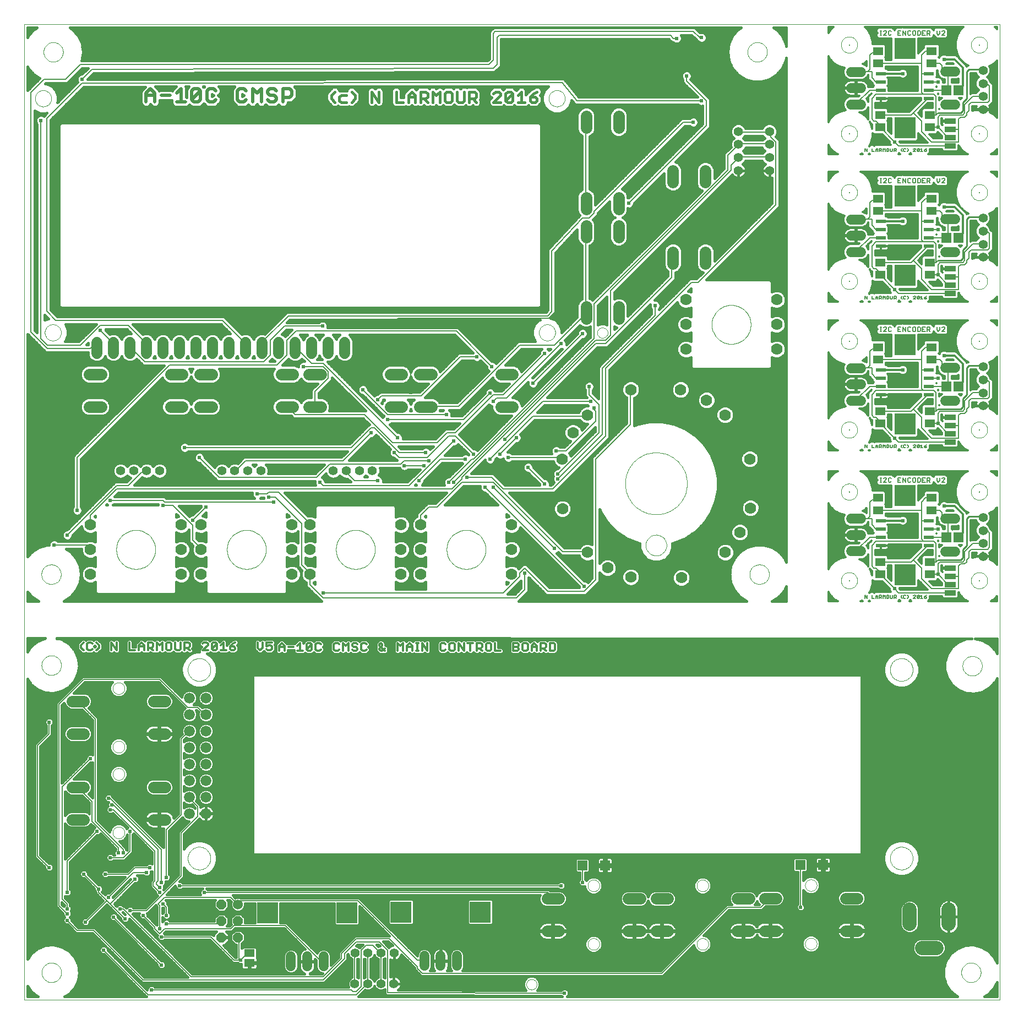
<source format=gtl>
G75*
G70*
%OFA0B0*%
%FSLAX24Y24*%
%IPPOS*%
%LPD*%
%AMOC8*
5,1,8,0,0,1.08239X$1,22.5*
%
%ADD10C,0.0000*%
%ADD11C,0.0160*%
%ADD12C,0.0200*%
%ADD13C,0.0060*%
%ADD14C,0.0050*%
%ADD15C,0.0120*%
%ADD16C,0.0660*%
%ADD17C,0.0705*%
%ADD18C,0.0700*%
%ADD19C,0.0560*%
%ADD20C,0.0594*%
%ADD21R,0.1266X0.1266*%
%ADD22R,0.0591X0.0512*%
%ADD23C,0.0005*%
%ADD24R,0.0610X0.0210*%
%ADD25R,0.0660X0.0320*%
%ADD26R,0.0591X0.0591*%
%ADD27C,0.0660*%
%ADD28R,0.0630X0.0460*%
%ADD29C,0.0600*%
%ADD30OC8,0.0600*%
%ADD31C,0.0860*%
%ADD32C,0.0240*%
%ADD33C,0.0080*%
%ADD34C,0.0100*%
D10*
X001467Y000180D02*
X060522Y000180D01*
X060522Y059235D01*
X001467Y059235D01*
X001467Y000180D01*
X002517Y001821D02*
X002519Y001869D01*
X002525Y001917D01*
X002535Y001964D01*
X002548Y002010D01*
X002566Y002055D01*
X002586Y002099D01*
X002611Y002141D01*
X002639Y002180D01*
X002669Y002217D01*
X002703Y002251D01*
X002740Y002283D01*
X002778Y002312D01*
X002819Y002337D01*
X002862Y002359D01*
X002907Y002377D01*
X002953Y002391D01*
X003000Y002402D01*
X003048Y002409D01*
X003096Y002412D01*
X003144Y002411D01*
X003192Y002406D01*
X003240Y002397D01*
X003286Y002385D01*
X003331Y002368D01*
X003375Y002348D01*
X003417Y002325D01*
X003457Y002298D01*
X003495Y002268D01*
X003530Y002235D01*
X003562Y002199D01*
X003592Y002161D01*
X003618Y002120D01*
X003640Y002077D01*
X003660Y002033D01*
X003675Y001988D01*
X003687Y001941D01*
X003695Y001893D01*
X003699Y001845D01*
X003699Y001797D01*
X003695Y001749D01*
X003687Y001701D01*
X003675Y001654D01*
X003660Y001609D01*
X003640Y001565D01*
X003618Y001522D01*
X003592Y001481D01*
X003562Y001443D01*
X003530Y001407D01*
X003495Y001374D01*
X003457Y001344D01*
X003417Y001317D01*
X003375Y001294D01*
X003331Y001274D01*
X003286Y001257D01*
X003240Y001245D01*
X003192Y001236D01*
X003144Y001231D01*
X003096Y001230D01*
X003048Y001233D01*
X003000Y001240D01*
X002953Y001251D01*
X002907Y001265D01*
X002862Y001283D01*
X002819Y001305D01*
X002778Y001330D01*
X002740Y001359D01*
X002703Y001391D01*
X002669Y001425D01*
X002639Y001462D01*
X002611Y001501D01*
X002586Y001543D01*
X002566Y001587D01*
X002548Y001632D01*
X002535Y001678D01*
X002525Y001725D01*
X002519Y001773D01*
X002517Y001821D01*
X006820Y010293D02*
X006822Y010330D01*
X006828Y010367D01*
X006837Y010403D01*
X006851Y010437D01*
X006868Y010470D01*
X006888Y010502D01*
X006911Y010531D01*
X006937Y010557D01*
X006966Y010580D01*
X006997Y010600D01*
X007031Y010617D01*
X007065Y010631D01*
X007101Y010640D01*
X007138Y010646D01*
X007175Y010648D01*
X007212Y010646D01*
X007249Y010640D01*
X007285Y010631D01*
X007319Y010617D01*
X007352Y010600D01*
X007384Y010580D01*
X007413Y010557D01*
X007439Y010531D01*
X007462Y010502D01*
X007482Y010471D01*
X007499Y010437D01*
X007513Y010403D01*
X007522Y010367D01*
X007528Y010330D01*
X007530Y010293D01*
X007528Y010256D01*
X007522Y010219D01*
X007513Y010183D01*
X007499Y010149D01*
X007482Y010116D01*
X007462Y010084D01*
X007439Y010055D01*
X007413Y010029D01*
X007384Y010006D01*
X007353Y009986D01*
X007319Y009969D01*
X007285Y009955D01*
X007249Y009946D01*
X007212Y009940D01*
X007175Y009938D01*
X007138Y009940D01*
X007101Y009946D01*
X007065Y009955D01*
X007031Y009969D01*
X006998Y009986D01*
X006966Y010006D01*
X006937Y010029D01*
X006911Y010055D01*
X006888Y010084D01*
X006868Y010115D01*
X006851Y010149D01*
X006837Y010183D01*
X006828Y010219D01*
X006822Y010256D01*
X006820Y010293D01*
X006820Y013833D02*
X006822Y013870D01*
X006828Y013907D01*
X006837Y013943D01*
X006851Y013977D01*
X006868Y014010D01*
X006888Y014042D01*
X006911Y014071D01*
X006937Y014097D01*
X006966Y014120D01*
X006997Y014140D01*
X007031Y014157D01*
X007065Y014171D01*
X007101Y014180D01*
X007138Y014186D01*
X007175Y014188D01*
X007212Y014186D01*
X007249Y014180D01*
X007285Y014171D01*
X007319Y014157D01*
X007352Y014140D01*
X007384Y014120D01*
X007413Y014097D01*
X007439Y014071D01*
X007462Y014042D01*
X007482Y014011D01*
X007499Y013977D01*
X007513Y013943D01*
X007522Y013907D01*
X007528Y013870D01*
X007530Y013833D01*
X007528Y013796D01*
X007522Y013759D01*
X007513Y013723D01*
X007499Y013689D01*
X007482Y013656D01*
X007462Y013624D01*
X007439Y013595D01*
X007413Y013569D01*
X007384Y013546D01*
X007353Y013526D01*
X007319Y013509D01*
X007285Y013495D01*
X007249Y013486D01*
X007212Y013480D01*
X007175Y013478D01*
X007138Y013480D01*
X007101Y013486D01*
X007065Y013495D01*
X007031Y013509D01*
X006998Y013526D01*
X006966Y013546D01*
X006937Y013569D01*
X006911Y013595D01*
X006888Y013624D01*
X006868Y013655D01*
X006851Y013689D01*
X006837Y013723D01*
X006828Y013759D01*
X006822Y013796D01*
X006820Y013833D01*
X006820Y015488D02*
X006822Y015525D01*
X006828Y015562D01*
X006837Y015598D01*
X006851Y015632D01*
X006868Y015665D01*
X006888Y015697D01*
X006911Y015726D01*
X006937Y015752D01*
X006966Y015775D01*
X006997Y015795D01*
X007031Y015812D01*
X007065Y015826D01*
X007101Y015835D01*
X007138Y015841D01*
X007175Y015843D01*
X007212Y015841D01*
X007249Y015835D01*
X007285Y015826D01*
X007319Y015812D01*
X007352Y015795D01*
X007384Y015775D01*
X007413Y015752D01*
X007439Y015726D01*
X007462Y015697D01*
X007482Y015666D01*
X007499Y015632D01*
X007513Y015598D01*
X007522Y015562D01*
X007528Y015525D01*
X007530Y015488D01*
X007528Y015451D01*
X007522Y015414D01*
X007513Y015378D01*
X007499Y015344D01*
X007482Y015311D01*
X007462Y015279D01*
X007439Y015250D01*
X007413Y015224D01*
X007384Y015201D01*
X007353Y015181D01*
X007319Y015164D01*
X007285Y015150D01*
X007249Y015141D01*
X007212Y015135D01*
X007175Y015133D01*
X007138Y015135D01*
X007101Y015141D01*
X007065Y015150D01*
X007031Y015164D01*
X006998Y015181D01*
X006966Y015201D01*
X006937Y015224D01*
X006911Y015250D01*
X006888Y015279D01*
X006868Y015310D01*
X006851Y015344D01*
X006837Y015378D01*
X006828Y015414D01*
X006822Y015451D01*
X006820Y015488D01*
X006820Y019028D02*
X006822Y019065D01*
X006828Y019102D01*
X006837Y019138D01*
X006851Y019172D01*
X006868Y019205D01*
X006888Y019237D01*
X006911Y019266D01*
X006937Y019292D01*
X006966Y019315D01*
X006997Y019335D01*
X007031Y019352D01*
X007065Y019366D01*
X007101Y019375D01*
X007138Y019381D01*
X007175Y019383D01*
X007212Y019381D01*
X007249Y019375D01*
X007285Y019366D01*
X007319Y019352D01*
X007352Y019335D01*
X007384Y019315D01*
X007413Y019292D01*
X007439Y019266D01*
X007462Y019237D01*
X007482Y019206D01*
X007499Y019172D01*
X007513Y019138D01*
X007522Y019102D01*
X007528Y019065D01*
X007530Y019028D01*
X007528Y018991D01*
X007522Y018954D01*
X007513Y018918D01*
X007499Y018884D01*
X007482Y018851D01*
X007462Y018819D01*
X007439Y018790D01*
X007413Y018764D01*
X007384Y018741D01*
X007353Y018721D01*
X007319Y018704D01*
X007285Y018690D01*
X007249Y018681D01*
X007212Y018675D01*
X007175Y018673D01*
X007138Y018675D01*
X007101Y018681D01*
X007065Y018690D01*
X007031Y018704D01*
X006998Y018721D01*
X006966Y018741D01*
X006937Y018764D01*
X006911Y018790D01*
X006888Y018819D01*
X006868Y018850D01*
X006851Y018884D01*
X006837Y018918D01*
X006828Y018954D01*
X006822Y018991D01*
X006820Y019028D01*
X002507Y020423D02*
X002509Y020471D01*
X002515Y020519D01*
X002525Y020566D01*
X002538Y020612D01*
X002556Y020657D01*
X002576Y020701D01*
X002601Y020743D01*
X002629Y020782D01*
X002659Y020819D01*
X002693Y020853D01*
X002730Y020885D01*
X002768Y020914D01*
X002809Y020939D01*
X002852Y020961D01*
X002897Y020979D01*
X002943Y020993D01*
X002990Y021004D01*
X003038Y021011D01*
X003086Y021014D01*
X003134Y021013D01*
X003182Y021008D01*
X003230Y020999D01*
X003276Y020987D01*
X003321Y020970D01*
X003365Y020950D01*
X003407Y020927D01*
X003447Y020900D01*
X003485Y020870D01*
X003520Y020837D01*
X003552Y020801D01*
X003582Y020763D01*
X003608Y020722D01*
X003630Y020679D01*
X003650Y020635D01*
X003665Y020590D01*
X003677Y020543D01*
X003685Y020495D01*
X003689Y020447D01*
X003689Y020399D01*
X003685Y020351D01*
X003677Y020303D01*
X003665Y020256D01*
X003650Y020211D01*
X003630Y020167D01*
X003608Y020124D01*
X003582Y020083D01*
X003552Y020045D01*
X003520Y020009D01*
X003485Y019976D01*
X003447Y019946D01*
X003407Y019919D01*
X003365Y019896D01*
X003321Y019876D01*
X003276Y019859D01*
X003230Y019847D01*
X003182Y019838D01*
X003134Y019833D01*
X003086Y019832D01*
X003038Y019835D01*
X002990Y019842D01*
X002943Y019853D01*
X002897Y019867D01*
X002852Y019885D01*
X002809Y019907D01*
X002768Y019932D01*
X002730Y019961D01*
X002693Y019993D01*
X002659Y020027D01*
X002629Y020064D01*
X002601Y020103D01*
X002576Y020145D01*
X002556Y020189D01*
X002538Y020234D01*
X002525Y020280D01*
X002515Y020327D01*
X002509Y020375D01*
X002507Y020423D01*
X001467Y024305D02*
X001467Y059174D01*
X002626Y057555D02*
X002628Y057603D01*
X002634Y057651D01*
X002644Y057698D01*
X002657Y057744D01*
X002675Y057789D01*
X002695Y057833D01*
X002720Y057875D01*
X002748Y057914D01*
X002778Y057951D01*
X002812Y057985D01*
X002849Y058017D01*
X002887Y058046D01*
X002928Y058071D01*
X002971Y058093D01*
X003016Y058111D01*
X003062Y058125D01*
X003109Y058136D01*
X003157Y058143D01*
X003205Y058146D01*
X003253Y058145D01*
X003301Y058140D01*
X003349Y058131D01*
X003395Y058119D01*
X003440Y058102D01*
X003484Y058082D01*
X003526Y058059D01*
X003566Y058032D01*
X003604Y058002D01*
X003639Y057969D01*
X003671Y057933D01*
X003701Y057895D01*
X003727Y057854D01*
X003749Y057811D01*
X003769Y057767D01*
X003784Y057722D01*
X003796Y057675D01*
X003804Y057627D01*
X003808Y057579D01*
X003808Y057531D01*
X003804Y057483D01*
X003796Y057435D01*
X003784Y057388D01*
X003769Y057343D01*
X003749Y057299D01*
X003727Y057256D01*
X003701Y057215D01*
X003671Y057177D01*
X003639Y057141D01*
X003604Y057108D01*
X003566Y057078D01*
X003526Y057051D01*
X003484Y057028D01*
X003440Y057008D01*
X003395Y056991D01*
X003349Y056979D01*
X003301Y056970D01*
X003253Y056965D01*
X003205Y056964D01*
X003157Y056967D01*
X003109Y056974D01*
X003062Y056985D01*
X003016Y056999D01*
X002971Y057017D01*
X002928Y057039D01*
X002887Y057064D01*
X002849Y057093D01*
X002812Y057125D01*
X002778Y057159D01*
X002748Y057196D01*
X002720Y057235D01*
X002695Y057277D01*
X002675Y057321D01*
X002657Y057366D01*
X002644Y057412D01*
X002634Y057459D01*
X002628Y057507D01*
X002626Y057555D01*
X002114Y054742D02*
X002116Y054786D01*
X002122Y054830D01*
X002132Y054873D01*
X002145Y054915D01*
X002163Y054955D01*
X002184Y054994D01*
X002208Y055031D01*
X002235Y055066D01*
X002266Y055098D01*
X002299Y055127D01*
X002335Y055153D01*
X002373Y055175D01*
X002413Y055194D01*
X002454Y055210D01*
X002497Y055222D01*
X002540Y055230D01*
X002584Y055234D01*
X002628Y055234D01*
X002672Y055230D01*
X002715Y055222D01*
X002758Y055210D01*
X002799Y055194D01*
X002839Y055175D01*
X002877Y055153D01*
X002913Y055127D01*
X002946Y055098D01*
X002977Y055066D01*
X003004Y055031D01*
X003028Y054994D01*
X003049Y054955D01*
X003067Y054915D01*
X003080Y054873D01*
X003090Y054830D01*
X003096Y054786D01*
X003098Y054742D01*
X003096Y054698D01*
X003090Y054654D01*
X003080Y054611D01*
X003067Y054569D01*
X003049Y054529D01*
X003028Y054490D01*
X003004Y054453D01*
X002977Y054418D01*
X002946Y054386D01*
X002913Y054357D01*
X002877Y054331D01*
X002839Y054309D01*
X002799Y054290D01*
X002758Y054274D01*
X002715Y054262D01*
X002672Y054254D01*
X002628Y054250D01*
X002584Y054250D01*
X002540Y054254D01*
X002497Y054262D01*
X002454Y054274D01*
X002413Y054290D01*
X002373Y054309D01*
X002335Y054331D01*
X002299Y054357D01*
X002266Y054386D01*
X002235Y054418D01*
X002208Y054453D01*
X002184Y054490D01*
X002163Y054529D01*
X002145Y054569D01*
X002132Y054611D01*
X002122Y054654D01*
X002116Y054698D01*
X002114Y054742D01*
X002705Y040568D02*
X002707Y040612D01*
X002713Y040656D01*
X002723Y040699D01*
X002736Y040741D01*
X002754Y040781D01*
X002775Y040820D01*
X002799Y040857D01*
X002826Y040892D01*
X002857Y040924D01*
X002890Y040953D01*
X002926Y040979D01*
X002964Y041001D01*
X003004Y041020D01*
X003045Y041036D01*
X003088Y041048D01*
X003131Y041056D01*
X003175Y041060D01*
X003219Y041060D01*
X003263Y041056D01*
X003306Y041048D01*
X003349Y041036D01*
X003390Y041020D01*
X003430Y041001D01*
X003468Y040979D01*
X003504Y040953D01*
X003537Y040924D01*
X003568Y040892D01*
X003595Y040857D01*
X003619Y040820D01*
X003640Y040781D01*
X003658Y040741D01*
X003671Y040699D01*
X003681Y040656D01*
X003687Y040612D01*
X003689Y040568D01*
X003687Y040524D01*
X003681Y040480D01*
X003671Y040437D01*
X003658Y040395D01*
X003640Y040355D01*
X003619Y040316D01*
X003595Y040279D01*
X003568Y040244D01*
X003537Y040212D01*
X003504Y040183D01*
X003468Y040157D01*
X003430Y040135D01*
X003390Y040116D01*
X003349Y040100D01*
X003306Y040088D01*
X003263Y040080D01*
X003219Y040076D01*
X003175Y040076D01*
X003131Y040080D01*
X003088Y040088D01*
X003045Y040100D01*
X003004Y040116D01*
X002964Y040135D01*
X002926Y040157D01*
X002890Y040183D01*
X002857Y040212D01*
X002826Y040244D01*
X002799Y040279D01*
X002775Y040316D01*
X002754Y040355D01*
X002736Y040395D01*
X002723Y040437D01*
X002713Y040480D01*
X002707Y040524D01*
X002705Y040568D01*
X007036Y027430D02*
X007038Y027499D01*
X007044Y027567D01*
X007054Y027635D01*
X007068Y027702D01*
X007086Y027769D01*
X007107Y027834D01*
X007133Y027898D01*
X007162Y027960D01*
X007194Y028020D01*
X007230Y028079D01*
X007270Y028135D01*
X007312Y028189D01*
X007358Y028240D01*
X007407Y028289D01*
X007458Y028335D01*
X007512Y028377D01*
X007568Y028417D01*
X007626Y028453D01*
X007687Y028485D01*
X007749Y028514D01*
X007813Y028540D01*
X007878Y028561D01*
X007945Y028579D01*
X008012Y028593D01*
X008080Y028603D01*
X008148Y028609D01*
X008217Y028611D01*
X008286Y028609D01*
X008354Y028603D01*
X008422Y028593D01*
X008489Y028579D01*
X008556Y028561D01*
X008621Y028540D01*
X008685Y028514D01*
X008747Y028485D01*
X008807Y028453D01*
X008866Y028417D01*
X008922Y028377D01*
X008976Y028335D01*
X009027Y028289D01*
X009076Y028240D01*
X009122Y028189D01*
X009164Y028135D01*
X009204Y028079D01*
X009240Y028020D01*
X009272Y027960D01*
X009301Y027898D01*
X009327Y027834D01*
X009348Y027769D01*
X009366Y027702D01*
X009380Y027635D01*
X009390Y027567D01*
X009396Y027499D01*
X009398Y027430D01*
X009396Y027361D01*
X009390Y027293D01*
X009380Y027225D01*
X009366Y027158D01*
X009348Y027091D01*
X009327Y027026D01*
X009301Y026962D01*
X009272Y026900D01*
X009240Y026839D01*
X009204Y026781D01*
X009164Y026725D01*
X009122Y026671D01*
X009076Y026620D01*
X009027Y026571D01*
X008976Y026525D01*
X008922Y026483D01*
X008866Y026443D01*
X008808Y026407D01*
X008747Y026375D01*
X008685Y026346D01*
X008621Y026320D01*
X008556Y026299D01*
X008489Y026281D01*
X008422Y026267D01*
X008354Y026257D01*
X008286Y026251D01*
X008217Y026249D01*
X008148Y026251D01*
X008080Y026257D01*
X008012Y026267D01*
X007945Y026281D01*
X007878Y026299D01*
X007813Y026320D01*
X007749Y026346D01*
X007687Y026375D01*
X007626Y026407D01*
X007568Y026443D01*
X007512Y026483D01*
X007458Y026525D01*
X007407Y026571D01*
X007358Y026620D01*
X007312Y026671D01*
X007270Y026725D01*
X007230Y026781D01*
X007194Y026839D01*
X007162Y026900D01*
X007133Y026962D01*
X007107Y027026D01*
X007086Y027091D01*
X007068Y027158D01*
X007054Y027225D01*
X007044Y027293D01*
X007038Y027361D01*
X007036Y027430D01*
X002501Y025930D02*
X002503Y025978D01*
X002509Y026026D01*
X002519Y026073D01*
X002532Y026119D01*
X002550Y026164D01*
X002570Y026208D01*
X002595Y026250D01*
X002623Y026289D01*
X002653Y026326D01*
X002687Y026360D01*
X002724Y026392D01*
X002762Y026421D01*
X002803Y026446D01*
X002846Y026468D01*
X002891Y026486D01*
X002937Y026500D01*
X002984Y026511D01*
X003032Y026518D01*
X003080Y026521D01*
X003128Y026520D01*
X003176Y026515D01*
X003224Y026506D01*
X003270Y026494D01*
X003315Y026477D01*
X003359Y026457D01*
X003401Y026434D01*
X003441Y026407D01*
X003479Y026377D01*
X003514Y026344D01*
X003546Y026308D01*
X003576Y026270D01*
X003602Y026229D01*
X003624Y026186D01*
X003644Y026142D01*
X003659Y026097D01*
X003671Y026050D01*
X003679Y026002D01*
X003683Y025954D01*
X003683Y025906D01*
X003679Y025858D01*
X003671Y025810D01*
X003659Y025763D01*
X003644Y025718D01*
X003624Y025674D01*
X003602Y025631D01*
X003576Y025590D01*
X003546Y025552D01*
X003514Y025516D01*
X003479Y025483D01*
X003441Y025453D01*
X003401Y025426D01*
X003359Y025403D01*
X003315Y025383D01*
X003270Y025366D01*
X003224Y025354D01*
X003176Y025345D01*
X003128Y025340D01*
X003080Y025339D01*
X003032Y025342D01*
X002984Y025349D01*
X002937Y025360D01*
X002891Y025374D01*
X002846Y025392D01*
X002803Y025414D01*
X002762Y025439D01*
X002724Y025468D01*
X002687Y025500D01*
X002653Y025534D01*
X002623Y025571D01*
X002595Y025610D01*
X002570Y025652D01*
X002550Y025696D01*
X002532Y025741D01*
X002519Y025787D01*
X002509Y025834D01*
X002503Y025882D01*
X002501Y025930D01*
X011361Y020155D02*
X011363Y020207D01*
X011369Y020259D01*
X011379Y020310D01*
X011392Y020360D01*
X011410Y020410D01*
X011431Y020457D01*
X011455Y020503D01*
X011484Y020547D01*
X011515Y020589D01*
X011549Y020628D01*
X011586Y020665D01*
X011626Y020698D01*
X011669Y020729D01*
X011713Y020756D01*
X011759Y020780D01*
X011808Y020800D01*
X011857Y020816D01*
X011908Y020829D01*
X011959Y020838D01*
X012011Y020843D01*
X012063Y020844D01*
X012115Y020841D01*
X012167Y020834D01*
X012218Y020823D01*
X012268Y020809D01*
X012317Y020790D01*
X012364Y020768D01*
X012409Y020743D01*
X012453Y020714D01*
X012494Y020682D01*
X012533Y020647D01*
X012568Y020609D01*
X012601Y020568D01*
X012631Y020526D01*
X012657Y020481D01*
X012680Y020434D01*
X012699Y020385D01*
X012715Y020335D01*
X012727Y020285D01*
X012735Y020233D01*
X012739Y020181D01*
X012739Y020129D01*
X012735Y020077D01*
X012727Y020025D01*
X012715Y019975D01*
X012699Y019925D01*
X012680Y019876D01*
X012657Y019829D01*
X012631Y019784D01*
X012601Y019742D01*
X012568Y019701D01*
X012533Y019663D01*
X012494Y019628D01*
X012453Y019596D01*
X012409Y019567D01*
X012364Y019542D01*
X012317Y019520D01*
X012268Y019501D01*
X012218Y019487D01*
X012167Y019476D01*
X012115Y019469D01*
X012063Y019466D01*
X012011Y019467D01*
X011959Y019472D01*
X011908Y019481D01*
X011857Y019494D01*
X011808Y019510D01*
X011759Y019530D01*
X011713Y019554D01*
X011669Y019581D01*
X011626Y019612D01*
X011586Y019645D01*
X011549Y019682D01*
X011515Y019721D01*
X011484Y019763D01*
X011455Y019807D01*
X011431Y019853D01*
X011410Y019900D01*
X011392Y019950D01*
X011379Y020000D01*
X011369Y020051D01*
X011363Y020103D01*
X011361Y020155D01*
X013736Y027430D02*
X013738Y027499D01*
X013744Y027567D01*
X013754Y027635D01*
X013768Y027702D01*
X013786Y027769D01*
X013807Y027834D01*
X013833Y027898D01*
X013862Y027960D01*
X013894Y028020D01*
X013930Y028079D01*
X013970Y028135D01*
X014012Y028189D01*
X014058Y028240D01*
X014107Y028289D01*
X014158Y028335D01*
X014212Y028377D01*
X014268Y028417D01*
X014326Y028453D01*
X014387Y028485D01*
X014449Y028514D01*
X014513Y028540D01*
X014578Y028561D01*
X014645Y028579D01*
X014712Y028593D01*
X014780Y028603D01*
X014848Y028609D01*
X014917Y028611D01*
X014986Y028609D01*
X015054Y028603D01*
X015122Y028593D01*
X015189Y028579D01*
X015256Y028561D01*
X015321Y028540D01*
X015385Y028514D01*
X015447Y028485D01*
X015507Y028453D01*
X015566Y028417D01*
X015622Y028377D01*
X015676Y028335D01*
X015727Y028289D01*
X015776Y028240D01*
X015822Y028189D01*
X015864Y028135D01*
X015904Y028079D01*
X015940Y028020D01*
X015972Y027960D01*
X016001Y027898D01*
X016027Y027834D01*
X016048Y027769D01*
X016066Y027702D01*
X016080Y027635D01*
X016090Y027567D01*
X016096Y027499D01*
X016098Y027430D01*
X016096Y027361D01*
X016090Y027293D01*
X016080Y027225D01*
X016066Y027158D01*
X016048Y027091D01*
X016027Y027026D01*
X016001Y026962D01*
X015972Y026900D01*
X015940Y026839D01*
X015904Y026781D01*
X015864Y026725D01*
X015822Y026671D01*
X015776Y026620D01*
X015727Y026571D01*
X015676Y026525D01*
X015622Y026483D01*
X015566Y026443D01*
X015508Y026407D01*
X015447Y026375D01*
X015385Y026346D01*
X015321Y026320D01*
X015256Y026299D01*
X015189Y026281D01*
X015122Y026267D01*
X015054Y026257D01*
X014986Y026251D01*
X014917Y026249D01*
X014848Y026251D01*
X014780Y026257D01*
X014712Y026267D01*
X014645Y026281D01*
X014578Y026299D01*
X014513Y026320D01*
X014449Y026346D01*
X014387Y026375D01*
X014326Y026407D01*
X014268Y026443D01*
X014212Y026483D01*
X014158Y026525D01*
X014107Y026571D01*
X014058Y026620D01*
X014012Y026671D01*
X013970Y026725D01*
X013930Y026781D01*
X013894Y026839D01*
X013862Y026900D01*
X013833Y026962D01*
X013807Y027026D01*
X013786Y027091D01*
X013768Y027158D01*
X013754Y027225D01*
X013744Y027293D01*
X013738Y027361D01*
X013736Y027430D01*
X020336Y027430D02*
X020338Y027499D01*
X020344Y027567D01*
X020354Y027635D01*
X020368Y027702D01*
X020386Y027769D01*
X020407Y027834D01*
X020433Y027898D01*
X020462Y027960D01*
X020494Y028020D01*
X020530Y028079D01*
X020570Y028135D01*
X020612Y028189D01*
X020658Y028240D01*
X020707Y028289D01*
X020758Y028335D01*
X020812Y028377D01*
X020868Y028417D01*
X020926Y028453D01*
X020987Y028485D01*
X021049Y028514D01*
X021113Y028540D01*
X021178Y028561D01*
X021245Y028579D01*
X021312Y028593D01*
X021380Y028603D01*
X021448Y028609D01*
X021517Y028611D01*
X021586Y028609D01*
X021654Y028603D01*
X021722Y028593D01*
X021789Y028579D01*
X021856Y028561D01*
X021921Y028540D01*
X021985Y028514D01*
X022047Y028485D01*
X022107Y028453D01*
X022166Y028417D01*
X022222Y028377D01*
X022276Y028335D01*
X022327Y028289D01*
X022376Y028240D01*
X022422Y028189D01*
X022464Y028135D01*
X022504Y028079D01*
X022540Y028020D01*
X022572Y027960D01*
X022601Y027898D01*
X022627Y027834D01*
X022648Y027769D01*
X022666Y027702D01*
X022680Y027635D01*
X022690Y027567D01*
X022696Y027499D01*
X022698Y027430D01*
X022696Y027361D01*
X022690Y027293D01*
X022680Y027225D01*
X022666Y027158D01*
X022648Y027091D01*
X022627Y027026D01*
X022601Y026962D01*
X022572Y026900D01*
X022540Y026839D01*
X022504Y026781D01*
X022464Y026725D01*
X022422Y026671D01*
X022376Y026620D01*
X022327Y026571D01*
X022276Y026525D01*
X022222Y026483D01*
X022166Y026443D01*
X022108Y026407D01*
X022047Y026375D01*
X021985Y026346D01*
X021921Y026320D01*
X021856Y026299D01*
X021789Y026281D01*
X021722Y026267D01*
X021654Y026257D01*
X021586Y026251D01*
X021517Y026249D01*
X021448Y026251D01*
X021380Y026257D01*
X021312Y026267D01*
X021245Y026281D01*
X021178Y026299D01*
X021113Y026320D01*
X021049Y026346D01*
X020987Y026375D01*
X020926Y026407D01*
X020868Y026443D01*
X020812Y026483D01*
X020758Y026525D01*
X020707Y026571D01*
X020658Y026620D01*
X020612Y026671D01*
X020570Y026725D01*
X020530Y026781D01*
X020494Y026839D01*
X020462Y026900D01*
X020433Y026962D01*
X020407Y027026D01*
X020386Y027091D01*
X020368Y027158D01*
X020354Y027225D01*
X020344Y027293D01*
X020338Y027361D01*
X020336Y027430D01*
X027036Y027430D02*
X027038Y027499D01*
X027044Y027567D01*
X027054Y027635D01*
X027068Y027702D01*
X027086Y027769D01*
X027107Y027834D01*
X027133Y027898D01*
X027162Y027960D01*
X027194Y028020D01*
X027230Y028079D01*
X027270Y028135D01*
X027312Y028189D01*
X027358Y028240D01*
X027407Y028289D01*
X027458Y028335D01*
X027512Y028377D01*
X027568Y028417D01*
X027626Y028453D01*
X027687Y028485D01*
X027749Y028514D01*
X027813Y028540D01*
X027878Y028561D01*
X027945Y028579D01*
X028012Y028593D01*
X028080Y028603D01*
X028148Y028609D01*
X028217Y028611D01*
X028286Y028609D01*
X028354Y028603D01*
X028422Y028593D01*
X028489Y028579D01*
X028556Y028561D01*
X028621Y028540D01*
X028685Y028514D01*
X028747Y028485D01*
X028807Y028453D01*
X028866Y028417D01*
X028922Y028377D01*
X028976Y028335D01*
X029027Y028289D01*
X029076Y028240D01*
X029122Y028189D01*
X029164Y028135D01*
X029204Y028079D01*
X029240Y028020D01*
X029272Y027960D01*
X029301Y027898D01*
X029327Y027834D01*
X029348Y027769D01*
X029366Y027702D01*
X029380Y027635D01*
X029390Y027567D01*
X029396Y027499D01*
X029398Y027430D01*
X029396Y027361D01*
X029390Y027293D01*
X029380Y027225D01*
X029366Y027158D01*
X029348Y027091D01*
X029327Y027026D01*
X029301Y026962D01*
X029272Y026900D01*
X029240Y026839D01*
X029204Y026781D01*
X029164Y026725D01*
X029122Y026671D01*
X029076Y026620D01*
X029027Y026571D01*
X028976Y026525D01*
X028922Y026483D01*
X028866Y026443D01*
X028808Y026407D01*
X028747Y026375D01*
X028685Y026346D01*
X028621Y026320D01*
X028556Y026299D01*
X028489Y026281D01*
X028422Y026267D01*
X028354Y026257D01*
X028286Y026251D01*
X028217Y026249D01*
X028148Y026251D01*
X028080Y026257D01*
X028012Y026267D01*
X027945Y026281D01*
X027878Y026299D01*
X027813Y026320D01*
X027749Y026346D01*
X027687Y026375D01*
X027626Y026407D01*
X027568Y026443D01*
X027512Y026483D01*
X027458Y026525D01*
X027407Y026571D01*
X027358Y026620D01*
X027312Y026671D01*
X027270Y026725D01*
X027230Y026781D01*
X027194Y026839D01*
X027162Y026900D01*
X027133Y026962D01*
X027107Y027026D01*
X027086Y027091D01*
X027068Y027158D01*
X027054Y027225D01*
X027044Y027293D01*
X027038Y027361D01*
X027036Y027430D01*
X039087Y027690D02*
X039089Y027740D01*
X039095Y027790D01*
X039105Y027839D01*
X039119Y027887D01*
X039136Y027934D01*
X039157Y027979D01*
X039182Y028023D01*
X039210Y028064D01*
X039242Y028103D01*
X039276Y028140D01*
X039313Y028174D01*
X039353Y028204D01*
X039395Y028231D01*
X039439Y028255D01*
X039485Y028276D01*
X039532Y028292D01*
X039580Y028305D01*
X039630Y028314D01*
X039679Y028319D01*
X039730Y028320D01*
X039780Y028317D01*
X039829Y028310D01*
X039878Y028299D01*
X039926Y028284D01*
X039972Y028266D01*
X040017Y028244D01*
X040060Y028218D01*
X040101Y028189D01*
X040140Y028157D01*
X040176Y028122D01*
X040208Y028084D01*
X040238Y028044D01*
X040265Y028001D01*
X040288Y027957D01*
X040307Y027911D01*
X040323Y027863D01*
X040335Y027814D01*
X040343Y027765D01*
X040347Y027715D01*
X040347Y027665D01*
X040343Y027615D01*
X040335Y027566D01*
X040323Y027517D01*
X040307Y027469D01*
X040288Y027423D01*
X040265Y027379D01*
X040238Y027336D01*
X040208Y027296D01*
X040176Y027258D01*
X040140Y027223D01*
X040101Y027191D01*
X040060Y027162D01*
X040017Y027136D01*
X039972Y027114D01*
X039926Y027096D01*
X039878Y027081D01*
X039829Y027070D01*
X039780Y027063D01*
X039730Y027060D01*
X039679Y027061D01*
X039630Y027066D01*
X039580Y027075D01*
X039532Y027088D01*
X039485Y027104D01*
X039439Y027125D01*
X039395Y027149D01*
X039353Y027176D01*
X039313Y027206D01*
X039276Y027240D01*
X039242Y027277D01*
X039210Y027316D01*
X039182Y027357D01*
X039157Y027401D01*
X039136Y027446D01*
X039119Y027493D01*
X039105Y027541D01*
X039095Y027590D01*
X039089Y027640D01*
X039087Y027690D01*
X037842Y031430D02*
X037844Y031522D01*
X037851Y031614D01*
X037862Y031705D01*
X037878Y031796D01*
X037898Y031886D01*
X037923Y031974D01*
X037952Y032062D01*
X037985Y032148D01*
X038022Y032232D01*
X038063Y032314D01*
X038109Y032394D01*
X038158Y032472D01*
X038211Y032547D01*
X038268Y032619D01*
X038328Y032689D01*
X038391Y032756D01*
X038458Y032819D01*
X038528Y032879D01*
X038600Y032936D01*
X038675Y032989D01*
X038753Y033038D01*
X038833Y033084D01*
X038915Y033125D01*
X038999Y033162D01*
X039085Y033195D01*
X039173Y033224D01*
X039261Y033249D01*
X039351Y033269D01*
X039442Y033285D01*
X039533Y033296D01*
X039625Y033303D01*
X039717Y033305D01*
X039809Y033303D01*
X039901Y033296D01*
X039992Y033285D01*
X040083Y033269D01*
X040173Y033249D01*
X040261Y033224D01*
X040349Y033195D01*
X040435Y033162D01*
X040519Y033125D01*
X040601Y033084D01*
X040681Y033038D01*
X040759Y032989D01*
X040834Y032936D01*
X040906Y032879D01*
X040976Y032819D01*
X041043Y032756D01*
X041106Y032689D01*
X041166Y032619D01*
X041223Y032547D01*
X041276Y032472D01*
X041325Y032394D01*
X041371Y032314D01*
X041412Y032232D01*
X041449Y032148D01*
X041482Y032062D01*
X041511Y031974D01*
X041536Y031886D01*
X041556Y031796D01*
X041572Y031705D01*
X041583Y031614D01*
X041590Y031522D01*
X041592Y031430D01*
X041590Y031338D01*
X041583Y031246D01*
X041572Y031155D01*
X041556Y031064D01*
X041536Y030974D01*
X041511Y030886D01*
X041482Y030798D01*
X041449Y030712D01*
X041412Y030628D01*
X041371Y030546D01*
X041325Y030466D01*
X041276Y030388D01*
X041223Y030313D01*
X041166Y030241D01*
X041106Y030171D01*
X041043Y030104D01*
X040976Y030041D01*
X040906Y029981D01*
X040834Y029924D01*
X040759Y029871D01*
X040681Y029822D01*
X040601Y029776D01*
X040519Y029735D01*
X040435Y029698D01*
X040349Y029665D01*
X040261Y029636D01*
X040173Y029611D01*
X040083Y029591D01*
X039992Y029575D01*
X039901Y029564D01*
X039809Y029557D01*
X039717Y029555D01*
X039625Y029557D01*
X039533Y029564D01*
X039442Y029575D01*
X039351Y029591D01*
X039261Y029611D01*
X039173Y029636D01*
X039085Y029665D01*
X038999Y029698D01*
X038915Y029735D01*
X038833Y029776D01*
X038753Y029822D01*
X038675Y029871D01*
X038600Y029924D01*
X038528Y029981D01*
X038458Y030041D01*
X038391Y030104D01*
X038328Y030171D01*
X038268Y030241D01*
X038211Y030313D01*
X038158Y030388D01*
X038109Y030466D01*
X038063Y030546D01*
X038022Y030628D01*
X037985Y030712D01*
X037952Y030798D01*
X037923Y030886D01*
X037898Y030974D01*
X037878Y031064D01*
X037862Y031155D01*
X037851Y031246D01*
X037844Y031338D01*
X037842Y031430D01*
X045376Y025930D02*
X045378Y025978D01*
X045384Y026026D01*
X045394Y026073D01*
X045407Y026119D01*
X045425Y026164D01*
X045445Y026208D01*
X045470Y026250D01*
X045498Y026289D01*
X045528Y026326D01*
X045562Y026360D01*
X045599Y026392D01*
X045637Y026421D01*
X045678Y026446D01*
X045721Y026468D01*
X045766Y026486D01*
X045812Y026500D01*
X045859Y026511D01*
X045907Y026518D01*
X045955Y026521D01*
X046003Y026520D01*
X046051Y026515D01*
X046099Y026506D01*
X046145Y026494D01*
X046190Y026477D01*
X046234Y026457D01*
X046276Y026434D01*
X046316Y026407D01*
X046354Y026377D01*
X046389Y026344D01*
X046421Y026308D01*
X046451Y026270D01*
X046477Y026229D01*
X046499Y026186D01*
X046519Y026142D01*
X046534Y026097D01*
X046546Y026050D01*
X046554Y026002D01*
X046558Y025954D01*
X046558Y025906D01*
X046554Y025858D01*
X046546Y025810D01*
X046534Y025763D01*
X046519Y025718D01*
X046499Y025674D01*
X046477Y025631D01*
X046451Y025590D01*
X046421Y025552D01*
X046389Y025516D01*
X046354Y025483D01*
X046316Y025453D01*
X046276Y025426D01*
X046234Y025403D01*
X046190Y025383D01*
X046145Y025366D01*
X046099Y025354D01*
X046051Y025345D01*
X046003Y025340D01*
X045955Y025339D01*
X045907Y025342D01*
X045859Y025349D01*
X045812Y025360D01*
X045766Y025374D01*
X045721Y025392D01*
X045678Y025414D01*
X045637Y025439D01*
X045599Y025468D01*
X045562Y025500D01*
X045528Y025534D01*
X045498Y025571D01*
X045470Y025610D01*
X045445Y025652D01*
X045425Y025696D01*
X045407Y025741D01*
X045394Y025787D01*
X045384Y025834D01*
X045378Y025882D01*
X045376Y025930D01*
X050913Y025555D02*
X050915Y025599D01*
X050921Y025643D01*
X050931Y025686D01*
X050944Y025728D01*
X050962Y025768D01*
X050983Y025807D01*
X051007Y025844D01*
X051034Y025879D01*
X051065Y025911D01*
X051098Y025940D01*
X051134Y025966D01*
X051172Y025988D01*
X051212Y026007D01*
X051253Y026023D01*
X051296Y026035D01*
X051339Y026043D01*
X051383Y026047D01*
X051427Y026047D01*
X051471Y026043D01*
X051514Y026035D01*
X051557Y026023D01*
X051598Y026007D01*
X051638Y025988D01*
X051676Y025966D01*
X051712Y025940D01*
X051745Y025911D01*
X051776Y025879D01*
X051803Y025844D01*
X051827Y025807D01*
X051848Y025768D01*
X051866Y025728D01*
X051879Y025686D01*
X051889Y025643D01*
X051895Y025599D01*
X051897Y025555D01*
X051895Y025511D01*
X051889Y025467D01*
X051879Y025424D01*
X051866Y025382D01*
X051848Y025342D01*
X051827Y025303D01*
X051803Y025266D01*
X051776Y025231D01*
X051745Y025199D01*
X051712Y025170D01*
X051676Y025144D01*
X051638Y025122D01*
X051598Y025103D01*
X051557Y025087D01*
X051514Y025075D01*
X051471Y025067D01*
X051427Y025063D01*
X051383Y025063D01*
X051339Y025067D01*
X051296Y025075D01*
X051253Y025087D01*
X051212Y025103D01*
X051172Y025122D01*
X051134Y025144D01*
X051098Y025170D01*
X051065Y025199D01*
X051034Y025231D01*
X051007Y025266D01*
X050983Y025303D01*
X050962Y025342D01*
X050944Y025382D01*
X050931Y025424D01*
X050921Y025467D01*
X050915Y025511D01*
X050913Y025555D01*
X050913Y030930D02*
X050915Y030974D01*
X050921Y031018D01*
X050931Y031061D01*
X050944Y031103D01*
X050962Y031143D01*
X050983Y031182D01*
X051007Y031219D01*
X051034Y031254D01*
X051065Y031286D01*
X051098Y031315D01*
X051134Y031341D01*
X051172Y031363D01*
X051212Y031382D01*
X051253Y031398D01*
X051296Y031410D01*
X051339Y031418D01*
X051383Y031422D01*
X051427Y031422D01*
X051471Y031418D01*
X051514Y031410D01*
X051557Y031398D01*
X051598Y031382D01*
X051638Y031363D01*
X051676Y031341D01*
X051712Y031315D01*
X051745Y031286D01*
X051776Y031254D01*
X051803Y031219D01*
X051827Y031182D01*
X051848Y031143D01*
X051866Y031103D01*
X051879Y031061D01*
X051889Y031018D01*
X051895Y030974D01*
X051897Y030930D01*
X051895Y030886D01*
X051889Y030842D01*
X051879Y030799D01*
X051866Y030757D01*
X051848Y030717D01*
X051827Y030678D01*
X051803Y030641D01*
X051776Y030606D01*
X051745Y030574D01*
X051712Y030545D01*
X051676Y030519D01*
X051638Y030497D01*
X051598Y030478D01*
X051557Y030462D01*
X051514Y030450D01*
X051471Y030442D01*
X051427Y030438D01*
X051383Y030438D01*
X051339Y030442D01*
X051296Y030450D01*
X051253Y030462D01*
X051212Y030478D01*
X051172Y030497D01*
X051134Y030519D01*
X051098Y030545D01*
X051065Y030574D01*
X051034Y030606D01*
X051007Y030641D01*
X050983Y030678D01*
X050962Y030717D01*
X050944Y030757D01*
X050931Y030799D01*
X050921Y030842D01*
X050915Y030886D01*
X050913Y030930D01*
X050913Y034680D02*
X050915Y034724D01*
X050921Y034768D01*
X050931Y034811D01*
X050944Y034853D01*
X050962Y034893D01*
X050983Y034932D01*
X051007Y034969D01*
X051034Y035004D01*
X051065Y035036D01*
X051098Y035065D01*
X051134Y035091D01*
X051172Y035113D01*
X051212Y035132D01*
X051253Y035148D01*
X051296Y035160D01*
X051339Y035168D01*
X051383Y035172D01*
X051427Y035172D01*
X051471Y035168D01*
X051514Y035160D01*
X051557Y035148D01*
X051598Y035132D01*
X051638Y035113D01*
X051676Y035091D01*
X051712Y035065D01*
X051745Y035036D01*
X051776Y035004D01*
X051803Y034969D01*
X051827Y034932D01*
X051848Y034893D01*
X051866Y034853D01*
X051879Y034811D01*
X051889Y034768D01*
X051895Y034724D01*
X051897Y034680D01*
X051895Y034636D01*
X051889Y034592D01*
X051879Y034549D01*
X051866Y034507D01*
X051848Y034467D01*
X051827Y034428D01*
X051803Y034391D01*
X051776Y034356D01*
X051745Y034324D01*
X051712Y034295D01*
X051676Y034269D01*
X051638Y034247D01*
X051598Y034228D01*
X051557Y034212D01*
X051514Y034200D01*
X051471Y034192D01*
X051427Y034188D01*
X051383Y034188D01*
X051339Y034192D01*
X051296Y034200D01*
X051253Y034212D01*
X051212Y034228D01*
X051172Y034247D01*
X051134Y034269D01*
X051098Y034295D01*
X051065Y034324D01*
X051034Y034356D01*
X051007Y034391D01*
X050983Y034428D01*
X050962Y034467D01*
X050944Y034507D01*
X050931Y034549D01*
X050921Y034592D01*
X050915Y034636D01*
X050913Y034680D01*
X050913Y040055D02*
X050915Y040099D01*
X050921Y040143D01*
X050931Y040186D01*
X050944Y040228D01*
X050962Y040268D01*
X050983Y040307D01*
X051007Y040344D01*
X051034Y040379D01*
X051065Y040411D01*
X051098Y040440D01*
X051134Y040466D01*
X051172Y040488D01*
X051212Y040507D01*
X051253Y040523D01*
X051296Y040535D01*
X051339Y040543D01*
X051383Y040547D01*
X051427Y040547D01*
X051471Y040543D01*
X051514Y040535D01*
X051557Y040523D01*
X051598Y040507D01*
X051638Y040488D01*
X051676Y040466D01*
X051712Y040440D01*
X051745Y040411D01*
X051776Y040379D01*
X051803Y040344D01*
X051827Y040307D01*
X051848Y040268D01*
X051866Y040228D01*
X051879Y040186D01*
X051889Y040143D01*
X051895Y040099D01*
X051897Y040055D01*
X051895Y040011D01*
X051889Y039967D01*
X051879Y039924D01*
X051866Y039882D01*
X051848Y039842D01*
X051827Y039803D01*
X051803Y039766D01*
X051776Y039731D01*
X051745Y039699D01*
X051712Y039670D01*
X051676Y039644D01*
X051638Y039622D01*
X051598Y039603D01*
X051557Y039587D01*
X051514Y039575D01*
X051471Y039567D01*
X051427Y039563D01*
X051383Y039563D01*
X051339Y039567D01*
X051296Y039575D01*
X051253Y039587D01*
X051212Y039603D01*
X051172Y039622D01*
X051134Y039644D01*
X051098Y039670D01*
X051065Y039699D01*
X051034Y039731D01*
X051007Y039766D01*
X050983Y039803D01*
X050962Y039842D01*
X050944Y039882D01*
X050931Y039924D01*
X050921Y039967D01*
X050915Y040011D01*
X050913Y040055D01*
X050913Y043680D02*
X050915Y043724D01*
X050921Y043768D01*
X050931Y043811D01*
X050944Y043853D01*
X050962Y043893D01*
X050983Y043932D01*
X051007Y043969D01*
X051034Y044004D01*
X051065Y044036D01*
X051098Y044065D01*
X051134Y044091D01*
X051172Y044113D01*
X051212Y044132D01*
X051253Y044148D01*
X051296Y044160D01*
X051339Y044168D01*
X051383Y044172D01*
X051427Y044172D01*
X051471Y044168D01*
X051514Y044160D01*
X051557Y044148D01*
X051598Y044132D01*
X051638Y044113D01*
X051676Y044091D01*
X051712Y044065D01*
X051745Y044036D01*
X051776Y044004D01*
X051803Y043969D01*
X051827Y043932D01*
X051848Y043893D01*
X051866Y043853D01*
X051879Y043811D01*
X051889Y043768D01*
X051895Y043724D01*
X051897Y043680D01*
X051895Y043636D01*
X051889Y043592D01*
X051879Y043549D01*
X051866Y043507D01*
X051848Y043467D01*
X051827Y043428D01*
X051803Y043391D01*
X051776Y043356D01*
X051745Y043324D01*
X051712Y043295D01*
X051676Y043269D01*
X051638Y043247D01*
X051598Y043228D01*
X051557Y043212D01*
X051514Y043200D01*
X051471Y043192D01*
X051427Y043188D01*
X051383Y043188D01*
X051339Y043192D01*
X051296Y043200D01*
X051253Y043212D01*
X051212Y043228D01*
X051172Y043247D01*
X051134Y043269D01*
X051098Y043295D01*
X051065Y043324D01*
X051034Y043356D01*
X051007Y043391D01*
X050983Y043428D01*
X050962Y043467D01*
X050944Y043507D01*
X050931Y043549D01*
X050921Y043592D01*
X050915Y043636D01*
X050913Y043680D01*
X050913Y049055D02*
X050915Y049099D01*
X050921Y049143D01*
X050931Y049186D01*
X050944Y049228D01*
X050962Y049268D01*
X050983Y049307D01*
X051007Y049344D01*
X051034Y049379D01*
X051065Y049411D01*
X051098Y049440D01*
X051134Y049466D01*
X051172Y049488D01*
X051212Y049507D01*
X051253Y049523D01*
X051296Y049535D01*
X051339Y049543D01*
X051383Y049547D01*
X051427Y049547D01*
X051471Y049543D01*
X051514Y049535D01*
X051557Y049523D01*
X051598Y049507D01*
X051638Y049488D01*
X051676Y049466D01*
X051712Y049440D01*
X051745Y049411D01*
X051776Y049379D01*
X051803Y049344D01*
X051827Y049307D01*
X051848Y049268D01*
X051866Y049228D01*
X051879Y049186D01*
X051889Y049143D01*
X051895Y049099D01*
X051897Y049055D01*
X051895Y049011D01*
X051889Y048967D01*
X051879Y048924D01*
X051866Y048882D01*
X051848Y048842D01*
X051827Y048803D01*
X051803Y048766D01*
X051776Y048731D01*
X051745Y048699D01*
X051712Y048670D01*
X051676Y048644D01*
X051638Y048622D01*
X051598Y048603D01*
X051557Y048587D01*
X051514Y048575D01*
X051471Y048567D01*
X051427Y048563D01*
X051383Y048563D01*
X051339Y048567D01*
X051296Y048575D01*
X051253Y048587D01*
X051212Y048603D01*
X051172Y048622D01*
X051134Y048644D01*
X051098Y048670D01*
X051065Y048699D01*
X051034Y048731D01*
X051007Y048766D01*
X050983Y048803D01*
X050962Y048842D01*
X050944Y048882D01*
X050931Y048924D01*
X050921Y048967D01*
X050915Y049011D01*
X050913Y049055D01*
X050913Y052618D02*
X050915Y052662D01*
X050921Y052706D01*
X050931Y052749D01*
X050944Y052791D01*
X050962Y052831D01*
X050983Y052870D01*
X051007Y052907D01*
X051034Y052942D01*
X051065Y052974D01*
X051098Y053003D01*
X051134Y053029D01*
X051172Y053051D01*
X051212Y053070D01*
X051253Y053086D01*
X051296Y053098D01*
X051339Y053106D01*
X051383Y053110D01*
X051427Y053110D01*
X051471Y053106D01*
X051514Y053098D01*
X051557Y053086D01*
X051598Y053070D01*
X051638Y053051D01*
X051676Y053029D01*
X051712Y053003D01*
X051745Y052974D01*
X051776Y052942D01*
X051803Y052907D01*
X051827Y052870D01*
X051848Y052831D01*
X051866Y052791D01*
X051879Y052749D01*
X051889Y052706D01*
X051895Y052662D01*
X051897Y052618D01*
X051895Y052574D01*
X051889Y052530D01*
X051879Y052487D01*
X051866Y052445D01*
X051848Y052405D01*
X051827Y052366D01*
X051803Y052329D01*
X051776Y052294D01*
X051745Y052262D01*
X051712Y052233D01*
X051676Y052207D01*
X051638Y052185D01*
X051598Y052166D01*
X051557Y052150D01*
X051514Y052138D01*
X051471Y052130D01*
X051427Y052126D01*
X051383Y052126D01*
X051339Y052130D01*
X051296Y052138D01*
X051253Y052150D01*
X051212Y052166D01*
X051172Y052185D01*
X051134Y052207D01*
X051098Y052233D01*
X051065Y052262D01*
X051034Y052294D01*
X051007Y052329D01*
X050983Y052366D01*
X050962Y052405D01*
X050944Y052445D01*
X050931Y052487D01*
X050921Y052530D01*
X050915Y052574D01*
X050913Y052618D01*
X045251Y057555D02*
X045253Y057603D01*
X045259Y057651D01*
X045269Y057698D01*
X045282Y057744D01*
X045300Y057789D01*
X045320Y057833D01*
X045345Y057875D01*
X045373Y057914D01*
X045403Y057951D01*
X045437Y057985D01*
X045474Y058017D01*
X045512Y058046D01*
X045553Y058071D01*
X045596Y058093D01*
X045641Y058111D01*
X045687Y058125D01*
X045734Y058136D01*
X045782Y058143D01*
X045830Y058146D01*
X045878Y058145D01*
X045926Y058140D01*
X045974Y058131D01*
X046020Y058119D01*
X046065Y058102D01*
X046109Y058082D01*
X046151Y058059D01*
X046191Y058032D01*
X046229Y058002D01*
X046264Y057969D01*
X046296Y057933D01*
X046326Y057895D01*
X046352Y057854D01*
X046374Y057811D01*
X046394Y057767D01*
X046409Y057722D01*
X046421Y057675D01*
X046429Y057627D01*
X046433Y057579D01*
X046433Y057531D01*
X046429Y057483D01*
X046421Y057435D01*
X046409Y057388D01*
X046394Y057343D01*
X046374Y057299D01*
X046352Y057256D01*
X046326Y057215D01*
X046296Y057177D01*
X046264Y057141D01*
X046229Y057108D01*
X046191Y057078D01*
X046151Y057051D01*
X046109Y057028D01*
X046065Y057008D01*
X046020Y056991D01*
X045974Y056979D01*
X045926Y056970D01*
X045878Y056965D01*
X045830Y056964D01*
X045782Y056967D01*
X045734Y056974D01*
X045687Y056985D01*
X045641Y056999D01*
X045596Y057017D01*
X045553Y057039D01*
X045512Y057064D01*
X045474Y057093D01*
X045437Y057125D01*
X045403Y057159D01*
X045373Y057196D01*
X045345Y057235D01*
X045320Y057277D01*
X045300Y057321D01*
X045282Y057366D01*
X045269Y057412D01*
X045259Y057459D01*
X045253Y057507D01*
X045251Y057555D01*
X050913Y057993D02*
X050915Y058037D01*
X050921Y058081D01*
X050931Y058124D01*
X050944Y058166D01*
X050962Y058206D01*
X050983Y058245D01*
X051007Y058282D01*
X051034Y058317D01*
X051065Y058349D01*
X051098Y058378D01*
X051134Y058404D01*
X051172Y058426D01*
X051212Y058445D01*
X051253Y058461D01*
X051296Y058473D01*
X051339Y058481D01*
X051383Y058485D01*
X051427Y058485D01*
X051471Y058481D01*
X051514Y058473D01*
X051557Y058461D01*
X051598Y058445D01*
X051638Y058426D01*
X051676Y058404D01*
X051712Y058378D01*
X051745Y058349D01*
X051776Y058317D01*
X051803Y058282D01*
X051827Y058245D01*
X051848Y058206D01*
X051866Y058166D01*
X051879Y058124D01*
X051889Y058081D01*
X051895Y058037D01*
X051897Y057993D01*
X051895Y057949D01*
X051889Y057905D01*
X051879Y057862D01*
X051866Y057820D01*
X051848Y057780D01*
X051827Y057741D01*
X051803Y057704D01*
X051776Y057669D01*
X051745Y057637D01*
X051712Y057608D01*
X051676Y057582D01*
X051638Y057560D01*
X051598Y057541D01*
X051557Y057525D01*
X051514Y057513D01*
X051471Y057505D01*
X051427Y057501D01*
X051383Y057501D01*
X051339Y057505D01*
X051296Y057513D01*
X051253Y057525D01*
X051212Y057541D01*
X051172Y057560D01*
X051134Y057582D01*
X051098Y057608D01*
X051065Y057637D01*
X051034Y057669D01*
X051007Y057704D01*
X050983Y057741D01*
X050962Y057780D01*
X050944Y057820D01*
X050931Y057862D01*
X050921Y057905D01*
X050915Y057949D01*
X050913Y057993D01*
X058788Y057993D02*
X058790Y058037D01*
X058796Y058081D01*
X058806Y058124D01*
X058819Y058166D01*
X058837Y058206D01*
X058858Y058245D01*
X058882Y058282D01*
X058909Y058317D01*
X058940Y058349D01*
X058973Y058378D01*
X059009Y058404D01*
X059047Y058426D01*
X059087Y058445D01*
X059128Y058461D01*
X059171Y058473D01*
X059214Y058481D01*
X059258Y058485D01*
X059302Y058485D01*
X059346Y058481D01*
X059389Y058473D01*
X059432Y058461D01*
X059473Y058445D01*
X059513Y058426D01*
X059551Y058404D01*
X059587Y058378D01*
X059620Y058349D01*
X059651Y058317D01*
X059678Y058282D01*
X059702Y058245D01*
X059723Y058206D01*
X059741Y058166D01*
X059754Y058124D01*
X059764Y058081D01*
X059770Y058037D01*
X059772Y057993D01*
X059770Y057949D01*
X059764Y057905D01*
X059754Y057862D01*
X059741Y057820D01*
X059723Y057780D01*
X059702Y057741D01*
X059678Y057704D01*
X059651Y057669D01*
X059620Y057637D01*
X059587Y057608D01*
X059551Y057582D01*
X059513Y057560D01*
X059473Y057541D01*
X059432Y057525D01*
X059389Y057513D01*
X059346Y057505D01*
X059302Y057501D01*
X059258Y057501D01*
X059214Y057505D01*
X059171Y057513D01*
X059128Y057525D01*
X059087Y057541D01*
X059047Y057560D01*
X059009Y057582D01*
X058973Y057608D01*
X058940Y057637D01*
X058909Y057669D01*
X058882Y057704D01*
X058858Y057741D01*
X058837Y057780D01*
X058819Y057820D01*
X058806Y057862D01*
X058796Y057905D01*
X058790Y057949D01*
X058788Y057993D01*
X060522Y059238D02*
X060522Y051368D01*
X060522Y050300D02*
X060522Y042430D01*
X060522Y041300D02*
X060522Y033430D01*
X060522Y032175D02*
X060522Y024305D01*
X058788Y025555D02*
X058790Y025599D01*
X058796Y025643D01*
X058806Y025686D01*
X058819Y025728D01*
X058837Y025768D01*
X058858Y025807D01*
X058882Y025844D01*
X058909Y025879D01*
X058940Y025911D01*
X058973Y025940D01*
X059009Y025966D01*
X059047Y025988D01*
X059087Y026007D01*
X059128Y026023D01*
X059171Y026035D01*
X059214Y026043D01*
X059258Y026047D01*
X059302Y026047D01*
X059346Y026043D01*
X059389Y026035D01*
X059432Y026023D01*
X059473Y026007D01*
X059513Y025988D01*
X059551Y025966D01*
X059587Y025940D01*
X059620Y025911D01*
X059651Y025879D01*
X059678Y025844D01*
X059702Y025807D01*
X059723Y025768D01*
X059741Y025728D01*
X059754Y025686D01*
X059764Y025643D01*
X059770Y025599D01*
X059772Y025555D01*
X059770Y025511D01*
X059764Y025467D01*
X059754Y025424D01*
X059741Y025382D01*
X059723Y025342D01*
X059702Y025303D01*
X059678Y025266D01*
X059651Y025231D01*
X059620Y025199D01*
X059587Y025170D01*
X059551Y025144D01*
X059513Y025122D01*
X059473Y025103D01*
X059432Y025087D01*
X059389Y025075D01*
X059346Y025067D01*
X059302Y025063D01*
X059258Y025063D01*
X059214Y025067D01*
X059171Y025075D01*
X059128Y025087D01*
X059087Y025103D01*
X059047Y025122D01*
X059009Y025144D01*
X058973Y025170D01*
X058940Y025199D01*
X058909Y025231D01*
X058882Y025266D01*
X058858Y025303D01*
X058837Y025342D01*
X058819Y025382D01*
X058806Y025424D01*
X058796Y025467D01*
X058790Y025511D01*
X058788Y025555D01*
X058267Y020383D02*
X058269Y020431D01*
X058275Y020479D01*
X058285Y020526D01*
X058298Y020572D01*
X058316Y020617D01*
X058336Y020661D01*
X058361Y020703D01*
X058389Y020742D01*
X058419Y020779D01*
X058453Y020813D01*
X058490Y020845D01*
X058528Y020874D01*
X058569Y020899D01*
X058612Y020921D01*
X058657Y020939D01*
X058703Y020953D01*
X058750Y020964D01*
X058798Y020971D01*
X058846Y020974D01*
X058894Y020973D01*
X058942Y020968D01*
X058990Y020959D01*
X059036Y020947D01*
X059081Y020930D01*
X059125Y020910D01*
X059167Y020887D01*
X059207Y020860D01*
X059245Y020830D01*
X059280Y020797D01*
X059312Y020761D01*
X059342Y020723D01*
X059368Y020682D01*
X059390Y020639D01*
X059410Y020595D01*
X059425Y020550D01*
X059437Y020503D01*
X059445Y020455D01*
X059449Y020407D01*
X059449Y020359D01*
X059445Y020311D01*
X059437Y020263D01*
X059425Y020216D01*
X059410Y020171D01*
X059390Y020127D01*
X059368Y020084D01*
X059342Y020043D01*
X059312Y020005D01*
X059280Y019969D01*
X059245Y019936D01*
X059207Y019906D01*
X059167Y019879D01*
X059125Y019856D01*
X059081Y019836D01*
X059036Y019819D01*
X058990Y019807D01*
X058942Y019798D01*
X058894Y019793D01*
X058846Y019792D01*
X058798Y019795D01*
X058750Y019802D01*
X058703Y019813D01*
X058657Y019827D01*
X058612Y019845D01*
X058569Y019867D01*
X058528Y019892D01*
X058490Y019921D01*
X058453Y019953D01*
X058419Y019987D01*
X058389Y020024D01*
X058361Y020063D01*
X058336Y020105D01*
X058316Y020149D01*
X058298Y020194D01*
X058285Y020240D01*
X058275Y020287D01*
X058269Y020335D01*
X058267Y020383D01*
X053880Y020155D02*
X053882Y020207D01*
X053888Y020259D01*
X053898Y020310D01*
X053911Y020360D01*
X053929Y020410D01*
X053950Y020457D01*
X053974Y020503D01*
X054003Y020547D01*
X054034Y020589D01*
X054068Y020628D01*
X054105Y020665D01*
X054145Y020698D01*
X054188Y020729D01*
X054232Y020756D01*
X054278Y020780D01*
X054327Y020800D01*
X054376Y020816D01*
X054427Y020829D01*
X054478Y020838D01*
X054530Y020843D01*
X054582Y020844D01*
X054634Y020841D01*
X054686Y020834D01*
X054737Y020823D01*
X054787Y020809D01*
X054836Y020790D01*
X054883Y020768D01*
X054928Y020743D01*
X054972Y020714D01*
X055013Y020682D01*
X055052Y020647D01*
X055087Y020609D01*
X055120Y020568D01*
X055150Y020526D01*
X055176Y020481D01*
X055199Y020434D01*
X055218Y020385D01*
X055234Y020335D01*
X055246Y020285D01*
X055254Y020233D01*
X055258Y020181D01*
X055258Y020129D01*
X055254Y020077D01*
X055246Y020025D01*
X055234Y019975D01*
X055218Y019925D01*
X055199Y019876D01*
X055176Y019829D01*
X055150Y019784D01*
X055120Y019742D01*
X055087Y019701D01*
X055052Y019663D01*
X055013Y019628D01*
X054972Y019596D01*
X054928Y019567D01*
X054883Y019542D01*
X054836Y019520D01*
X054787Y019501D01*
X054737Y019487D01*
X054686Y019476D01*
X054634Y019469D01*
X054582Y019466D01*
X054530Y019467D01*
X054478Y019472D01*
X054427Y019481D01*
X054376Y019494D01*
X054327Y019510D01*
X054278Y019530D01*
X054232Y019554D01*
X054188Y019581D01*
X054145Y019612D01*
X054105Y019645D01*
X054068Y019682D01*
X054034Y019721D01*
X054003Y019763D01*
X053974Y019807D01*
X053950Y019853D01*
X053929Y019900D01*
X053911Y019950D01*
X053898Y020000D01*
X053888Y020051D01*
X053882Y020103D01*
X053880Y020155D01*
X053880Y008737D02*
X053882Y008789D01*
X053888Y008841D01*
X053898Y008892D01*
X053911Y008942D01*
X053929Y008992D01*
X053950Y009039D01*
X053974Y009085D01*
X054003Y009129D01*
X054034Y009171D01*
X054068Y009210D01*
X054105Y009247D01*
X054145Y009280D01*
X054188Y009311D01*
X054232Y009338D01*
X054278Y009362D01*
X054327Y009382D01*
X054376Y009398D01*
X054427Y009411D01*
X054478Y009420D01*
X054530Y009425D01*
X054582Y009426D01*
X054634Y009423D01*
X054686Y009416D01*
X054737Y009405D01*
X054787Y009391D01*
X054836Y009372D01*
X054883Y009350D01*
X054928Y009325D01*
X054972Y009296D01*
X055013Y009264D01*
X055052Y009229D01*
X055087Y009191D01*
X055120Y009150D01*
X055150Y009108D01*
X055176Y009063D01*
X055199Y009016D01*
X055218Y008967D01*
X055234Y008917D01*
X055246Y008867D01*
X055254Y008815D01*
X055258Y008763D01*
X055258Y008711D01*
X055254Y008659D01*
X055246Y008607D01*
X055234Y008557D01*
X055218Y008507D01*
X055199Y008458D01*
X055176Y008411D01*
X055150Y008366D01*
X055120Y008324D01*
X055087Y008283D01*
X055052Y008245D01*
X055013Y008210D01*
X054972Y008178D01*
X054928Y008149D01*
X054883Y008124D01*
X054836Y008102D01*
X054787Y008083D01*
X054737Y008069D01*
X054686Y008058D01*
X054634Y008051D01*
X054582Y008048D01*
X054530Y008049D01*
X054478Y008054D01*
X054427Y008063D01*
X054376Y008076D01*
X054327Y008092D01*
X054278Y008112D01*
X054232Y008136D01*
X054188Y008163D01*
X054145Y008194D01*
X054105Y008227D01*
X054068Y008264D01*
X054034Y008303D01*
X054003Y008345D01*
X053974Y008389D01*
X053950Y008435D01*
X053929Y008482D01*
X053911Y008532D01*
X053898Y008582D01*
X053888Y008633D01*
X053882Y008685D01*
X053880Y008737D01*
X048735Y007103D02*
X048737Y007140D01*
X048743Y007177D01*
X048752Y007213D01*
X048766Y007247D01*
X048783Y007280D01*
X048803Y007312D01*
X048826Y007341D01*
X048852Y007367D01*
X048881Y007390D01*
X048912Y007410D01*
X048946Y007427D01*
X048980Y007441D01*
X049016Y007450D01*
X049053Y007456D01*
X049090Y007458D01*
X049127Y007456D01*
X049164Y007450D01*
X049200Y007441D01*
X049234Y007427D01*
X049267Y007410D01*
X049299Y007390D01*
X049328Y007367D01*
X049354Y007341D01*
X049377Y007312D01*
X049397Y007281D01*
X049414Y007247D01*
X049428Y007213D01*
X049437Y007177D01*
X049443Y007140D01*
X049445Y007103D01*
X049443Y007066D01*
X049437Y007029D01*
X049428Y006993D01*
X049414Y006959D01*
X049397Y006926D01*
X049377Y006894D01*
X049354Y006865D01*
X049328Y006839D01*
X049299Y006816D01*
X049268Y006796D01*
X049234Y006779D01*
X049200Y006765D01*
X049164Y006756D01*
X049127Y006750D01*
X049090Y006748D01*
X049053Y006750D01*
X049016Y006756D01*
X048980Y006765D01*
X048946Y006779D01*
X048913Y006796D01*
X048881Y006816D01*
X048852Y006839D01*
X048826Y006865D01*
X048803Y006894D01*
X048783Y006925D01*
X048766Y006959D01*
X048752Y006993D01*
X048743Y007029D01*
X048737Y007066D01*
X048735Y007103D01*
X048735Y003563D02*
X048737Y003600D01*
X048743Y003637D01*
X048752Y003673D01*
X048766Y003707D01*
X048783Y003740D01*
X048803Y003772D01*
X048826Y003801D01*
X048852Y003827D01*
X048881Y003850D01*
X048912Y003870D01*
X048946Y003887D01*
X048980Y003901D01*
X049016Y003910D01*
X049053Y003916D01*
X049090Y003918D01*
X049127Y003916D01*
X049164Y003910D01*
X049200Y003901D01*
X049234Y003887D01*
X049267Y003870D01*
X049299Y003850D01*
X049328Y003827D01*
X049354Y003801D01*
X049377Y003772D01*
X049397Y003741D01*
X049414Y003707D01*
X049428Y003673D01*
X049437Y003637D01*
X049443Y003600D01*
X049445Y003563D01*
X049443Y003526D01*
X049437Y003489D01*
X049428Y003453D01*
X049414Y003419D01*
X049397Y003386D01*
X049377Y003354D01*
X049354Y003325D01*
X049328Y003299D01*
X049299Y003276D01*
X049268Y003256D01*
X049234Y003239D01*
X049200Y003225D01*
X049164Y003216D01*
X049127Y003210D01*
X049090Y003208D01*
X049053Y003210D01*
X049016Y003216D01*
X048980Y003225D01*
X048946Y003239D01*
X048913Y003256D01*
X048881Y003276D01*
X048852Y003299D01*
X048826Y003325D01*
X048803Y003354D01*
X048783Y003385D01*
X048766Y003419D01*
X048752Y003453D01*
X048743Y003489D01*
X048737Y003526D01*
X048735Y003563D01*
X042175Y003543D02*
X042177Y003580D01*
X042183Y003617D01*
X042192Y003653D01*
X042206Y003687D01*
X042223Y003720D01*
X042243Y003752D01*
X042266Y003781D01*
X042292Y003807D01*
X042321Y003830D01*
X042352Y003850D01*
X042386Y003867D01*
X042420Y003881D01*
X042456Y003890D01*
X042493Y003896D01*
X042530Y003898D01*
X042567Y003896D01*
X042604Y003890D01*
X042640Y003881D01*
X042674Y003867D01*
X042707Y003850D01*
X042739Y003830D01*
X042768Y003807D01*
X042794Y003781D01*
X042817Y003752D01*
X042837Y003721D01*
X042854Y003687D01*
X042868Y003653D01*
X042877Y003617D01*
X042883Y003580D01*
X042885Y003543D01*
X042883Y003506D01*
X042877Y003469D01*
X042868Y003433D01*
X042854Y003399D01*
X042837Y003366D01*
X042817Y003334D01*
X042794Y003305D01*
X042768Y003279D01*
X042739Y003256D01*
X042708Y003236D01*
X042674Y003219D01*
X042640Y003205D01*
X042604Y003196D01*
X042567Y003190D01*
X042530Y003188D01*
X042493Y003190D01*
X042456Y003196D01*
X042420Y003205D01*
X042386Y003219D01*
X042353Y003236D01*
X042321Y003256D01*
X042292Y003279D01*
X042266Y003305D01*
X042243Y003334D01*
X042223Y003365D01*
X042206Y003399D01*
X042192Y003433D01*
X042183Y003469D01*
X042177Y003506D01*
X042175Y003543D01*
X042175Y007083D02*
X042177Y007120D01*
X042183Y007157D01*
X042192Y007193D01*
X042206Y007227D01*
X042223Y007260D01*
X042243Y007292D01*
X042266Y007321D01*
X042292Y007347D01*
X042321Y007370D01*
X042352Y007390D01*
X042386Y007407D01*
X042420Y007421D01*
X042456Y007430D01*
X042493Y007436D01*
X042530Y007438D01*
X042567Y007436D01*
X042604Y007430D01*
X042640Y007421D01*
X042674Y007407D01*
X042707Y007390D01*
X042739Y007370D01*
X042768Y007347D01*
X042794Y007321D01*
X042817Y007292D01*
X042837Y007261D01*
X042854Y007227D01*
X042868Y007193D01*
X042877Y007157D01*
X042883Y007120D01*
X042885Y007083D01*
X042883Y007046D01*
X042877Y007009D01*
X042868Y006973D01*
X042854Y006939D01*
X042837Y006906D01*
X042817Y006874D01*
X042794Y006845D01*
X042768Y006819D01*
X042739Y006796D01*
X042708Y006776D01*
X042674Y006759D01*
X042640Y006745D01*
X042604Y006736D01*
X042567Y006730D01*
X042530Y006728D01*
X042493Y006730D01*
X042456Y006736D01*
X042420Y006745D01*
X042386Y006759D01*
X042353Y006776D01*
X042321Y006796D01*
X042292Y006819D01*
X042266Y006845D01*
X042243Y006874D01*
X042223Y006905D01*
X042206Y006939D01*
X042192Y006973D01*
X042183Y007009D01*
X042177Y007046D01*
X042175Y007083D01*
X035575Y007083D02*
X035577Y007120D01*
X035583Y007157D01*
X035592Y007193D01*
X035606Y007227D01*
X035623Y007260D01*
X035643Y007292D01*
X035666Y007321D01*
X035692Y007347D01*
X035721Y007370D01*
X035752Y007390D01*
X035786Y007407D01*
X035820Y007421D01*
X035856Y007430D01*
X035893Y007436D01*
X035930Y007438D01*
X035967Y007436D01*
X036004Y007430D01*
X036040Y007421D01*
X036074Y007407D01*
X036107Y007390D01*
X036139Y007370D01*
X036168Y007347D01*
X036194Y007321D01*
X036217Y007292D01*
X036237Y007261D01*
X036254Y007227D01*
X036268Y007193D01*
X036277Y007157D01*
X036283Y007120D01*
X036285Y007083D01*
X036283Y007046D01*
X036277Y007009D01*
X036268Y006973D01*
X036254Y006939D01*
X036237Y006906D01*
X036217Y006874D01*
X036194Y006845D01*
X036168Y006819D01*
X036139Y006796D01*
X036108Y006776D01*
X036074Y006759D01*
X036040Y006745D01*
X036004Y006736D01*
X035967Y006730D01*
X035930Y006728D01*
X035893Y006730D01*
X035856Y006736D01*
X035820Y006745D01*
X035786Y006759D01*
X035753Y006776D01*
X035721Y006796D01*
X035692Y006819D01*
X035666Y006845D01*
X035643Y006874D01*
X035623Y006905D01*
X035606Y006939D01*
X035592Y006973D01*
X035583Y007009D01*
X035577Y007046D01*
X035575Y007083D01*
X035575Y003543D02*
X035577Y003580D01*
X035583Y003617D01*
X035592Y003653D01*
X035606Y003687D01*
X035623Y003720D01*
X035643Y003752D01*
X035666Y003781D01*
X035692Y003807D01*
X035721Y003830D01*
X035752Y003850D01*
X035786Y003867D01*
X035820Y003881D01*
X035856Y003890D01*
X035893Y003896D01*
X035930Y003898D01*
X035967Y003896D01*
X036004Y003890D01*
X036040Y003881D01*
X036074Y003867D01*
X036107Y003850D01*
X036139Y003830D01*
X036168Y003807D01*
X036194Y003781D01*
X036217Y003752D01*
X036237Y003721D01*
X036254Y003687D01*
X036268Y003653D01*
X036277Y003617D01*
X036283Y003580D01*
X036285Y003543D01*
X036283Y003506D01*
X036277Y003469D01*
X036268Y003433D01*
X036254Y003399D01*
X036237Y003366D01*
X036217Y003334D01*
X036194Y003305D01*
X036168Y003279D01*
X036139Y003256D01*
X036108Y003236D01*
X036074Y003219D01*
X036040Y003205D01*
X036004Y003196D01*
X035967Y003190D01*
X035930Y003188D01*
X035893Y003190D01*
X035856Y003196D01*
X035820Y003205D01*
X035786Y003219D01*
X035753Y003236D01*
X035721Y003256D01*
X035692Y003279D01*
X035666Y003305D01*
X035643Y003334D01*
X035623Y003365D01*
X035606Y003399D01*
X035592Y003433D01*
X035583Y003469D01*
X035577Y003506D01*
X035575Y003543D01*
X031860Y001100D02*
X031862Y001135D01*
X031868Y001170D01*
X031878Y001204D01*
X031891Y001237D01*
X031908Y001268D01*
X031929Y001296D01*
X031952Y001323D01*
X031979Y001346D01*
X032007Y001367D01*
X032038Y001384D01*
X032071Y001397D01*
X032105Y001407D01*
X032140Y001413D01*
X032175Y001415D01*
X032210Y001413D01*
X032245Y001407D01*
X032279Y001397D01*
X032312Y001384D01*
X032343Y001367D01*
X032371Y001346D01*
X032398Y001323D01*
X032421Y001296D01*
X032442Y001268D01*
X032459Y001237D01*
X032472Y001204D01*
X032482Y001170D01*
X032488Y001135D01*
X032490Y001100D01*
X032488Y001065D01*
X032482Y001030D01*
X032472Y000996D01*
X032459Y000963D01*
X032442Y000932D01*
X032421Y000904D01*
X032398Y000877D01*
X032371Y000854D01*
X032343Y000833D01*
X032312Y000816D01*
X032279Y000803D01*
X032245Y000793D01*
X032210Y000787D01*
X032175Y000785D01*
X032140Y000787D01*
X032105Y000793D01*
X032071Y000803D01*
X032038Y000816D01*
X032007Y000833D01*
X031979Y000854D01*
X031952Y000877D01*
X031929Y000904D01*
X031908Y000932D01*
X031891Y000963D01*
X031878Y000996D01*
X031868Y001030D01*
X031862Y001065D01*
X031860Y001100D01*
X011361Y008737D02*
X011363Y008789D01*
X011369Y008841D01*
X011379Y008892D01*
X011392Y008942D01*
X011410Y008992D01*
X011431Y009039D01*
X011455Y009085D01*
X011484Y009129D01*
X011515Y009171D01*
X011549Y009210D01*
X011586Y009247D01*
X011626Y009280D01*
X011669Y009311D01*
X011713Y009338D01*
X011759Y009362D01*
X011808Y009382D01*
X011857Y009398D01*
X011908Y009411D01*
X011959Y009420D01*
X012011Y009425D01*
X012063Y009426D01*
X012115Y009423D01*
X012167Y009416D01*
X012218Y009405D01*
X012268Y009391D01*
X012317Y009372D01*
X012364Y009350D01*
X012409Y009325D01*
X012453Y009296D01*
X012494Y009264D01*
X012533Y009229D01*
X012568Y009191D01*
X012601Y009150D01*
X012631Y009108D01*
X012657Y009063D01*
X012680Y009016D01*
X012699Y008967D01*
X012715Y008917D01*
X012727Y008867D01*
X012735Y008815D01*
X012739Y008763D01*
X012739Y008711D01*
X012735Y008659D01*
X012727Y008607D01*
X012715Y008557D01*
X012699Y008507D01*
X012680Y008458D01*
X012657Y008411D01*
X012631Y008366D01*
X012601Y008324D01*
X012568Y008283D01*
X012533Y008245D01*
X012494Y008210D01*
X012453Y008178D01*
X012409Y008149D01*
X012364Y008124D01*
X012317Y008102D01*
X012268Y008083D01*
X012218Y008069D01*
X012167Y008058D01*
X012115Y008051D01*
X012063Y008048D01*
X012011Y008049D01*
X011959Y008054D01*
X011908Y008063D01*
X011857Y008076D01*
X011808Y008092D01*
X011759Y008112D01*
X011713Y008136D01*
X011669Y008163D01*
X011626Y008194D01*
X011586Y008227D01*
X011549Y008264D01*
X011515Y008303D01*
X011484Y008345D01*
X011455Y008389D01*
X011431Y008435D01*
X011410Y008482D01*
X011392Y008532D01*
X011379Y008582D01*
X011369Y008633D01*
X011363Y008685D01*
X011361Y008737D01*
X032626Y040568D02*
X032628Y040612D01*
X032634Y040656D01*
X032644Y040699D01*
X032657Y040741D01*
X032675Y040781D01*
X032696Y040820D01*
X032720Y040857D01*
X032747Y040892D01*
X032778Y040924D01*
X032811Y040953D01*
X032847Y040979D01*
X032885Y041001D01*
X032925Y041020D01*
X032966Y041036D01*
X033009Y041048D01*
X033052Y041056D01*
X033096Y041060D01*
X033140Y041060D01*
X033184Y041056D01*
X033227Y041048D01*
X033270Y041036D01*
X033311Y041020D01*
X033351Y041001D01*
X033389Y040979D01*
X033425Y040953D01*
X033458Y040924D01*
X033489Y040892D01*
X033516Y040857D01*
X033540Y040820D01*
X033561Y040781D01*
X033579Y040741D01*
X033592Y040699D01*
X033602Y040656D01*
X033608Y040612D01*
X033610Y040568D01*
X033608Y040524D01*
X033602Y040480D01*
X033592Y040437D01*
X033579Y040395D01*
X033561Y040355D01*
X033540Y040316D01*
X033516Y040279D01*
X033489Y040244D01*
X033458Y040212D01*
X033425Y040183D01*
X033389Y040157D01*
X033351Y040135D01*
X033311Y040116D01*
X033270Y040100D01*
X033227Y040088D01*
X033184Y040080D01*
X033140Y040076D01*
X033096Y040076D01*
X033052Y040080D01*
X033009Y040088D01*
X032966Y040100D01*
X032925Y040116D01*
X032885Y040135D01*
X032847Y040157D01*
X032811Y040183D01*
X032778Y040212D01*
X032747Y040244D01*
X032720Y040279D01*
X032696Y040316D01*
X032675Y040355D01*
X032657Y040395D01*
X032644Y040437D01*
X032634Y040480D01*
X032628Y040524D01*
X032626Y040568D01*
X036152Y040555D02*
X036154Y040590D01*
X036160Y040625D01*
X036170Y040659D01*
X036183Y040692D01*
X036200Y040723D01*
X036221Y040751D01*
X036244Y040778D01*
X036271Y040801D01*
X036299Y040822D01*
X036330Y040839D01*
X036363Y040852D01*
X036397Y040862D01*
X036432Y040868D01*
X036467Y040870D01*
X036502Y040868D01*
X036537Y040862D01*
X036571Y040852D01*
X036604Y040839D01*
X036635Y040822D01*
X036663Y040801D01*
X036690Y040778D01*
X036713Y040751D01*
X036734Y040723D01*
X036751Y040692D01*
X036764Y040659D01*
X036774Y040625D01*
X036780Y040590D01*
X036782Y040555D01*
X036780Y040520D01*
X036774Y040485D01*
X036764Y040451D01*
X036751Y040418D01*
X036734Y040387D01*
X036713Y040359D01*
X036690Y040332D01*
X036663Y040309D01*
X036635Y040288D01*
X036604Y040271D01*
X036571Y040258D01*
X036537Y040248D01*
X036502Y040242D01*
X036467Y040240D01*
X036432Y040242D01*
X036397Y040248D01*
X036363Y040258D01*
X036330Y040271D01*
X036299Y040288D01*
X036271Y040309D01*
X036244Y040332D01*
X036221Y040359D01*
X036200Y040387D01*
X036183Y040418D01*
X036170Y040451D01*
X036160Y040485D01*
X036154Y040520D01*
X036152Y040555D01*
X043086Y041055D02*
X043088Y041124D01*
X043094Y041192D01*
X043104Y041260D01*
X043118Y041327D01*
X043136Y041394D01*
X043157Y041459D01*
X043183Y041523D01*
X043212Y041585D01*
X043244Y041645D01*
X043280Y041704D01*
X043320Y041760D01*
X043362Y041814D01*
X043408Y041865D01*
X043457Y041914D01*
X043508Y041960D01*
X043562Y042002D01*
X043618Y042042D01*
X043676Y042078D01*
X043737Y042110D01*
X043799Y042139D01*
X043863Y042165D01*
X043928Y042186D01*
X043995Y042204D01*
X044062Y042218D01*
X044130Y042228D01*
X044198Y042234D01*
X044267Y042236D01*
X044336Y042234D01*
X044404Y042228D01*
X044472Y042218D01*
X044539Y042204D01*
X044606Y042186D01*
X044671Y042165D01*
X044735Y042139D01*
X044797Y042110D01*
X044857Y042078D01*
X044916Y042042D01*
X044972Y042002D01*
X045026Y041960D01*
X045077Y041914D01*
X045126Y041865D01*
X045172Y041814D01*
X045214Y041760D01*
X045254Y041704D01*
X045290Y041645D01*
X045322Y041585D01*
X045351Y041523D01*
X045377Y041459D01*
X045398Y041394D01*
X045416Y041327D01*
X045430Y041260D01*
X045440Y041192D01*
X045446Y041124D01*
X045448Y041055D01*
X045446Y040986D01*
X045440Y040918D01*
X045430Y040850D01*
X045416Y040783D01*
X045398Y040716D01*
X045377Y040651D01*
X045351Y040587D01*
X045322Y040525D01*
X045290Y040464D01*
X045254Y040406D01*
X045214Y040350D01*
X045172Y040296D01*
X045126Y040245D01*
X045077Y040196D01*
X045026Y040150D01*
X044972Y040108D01*
X044916Y040068D01*
X044858Y040032D01*
X044797Y040000D01*
X044735Y039971D01*
X044671Y039945D01*
X044606Y039924D01*
X044539Y039906D01*
X044472Y039892D01*
X044404Y039882D01*
X044336Y039876D01*
X044267Y039874D01*
X044198Y039876D01*
X044130Y039882D01*
X044062Y039892D01*
X043995Y039906D01*
X043928Y039924D01*
X043863Y039945D01*
X043799Y039971D01*
X043737Y040000D01*
X043676Y040032D01*
X043618Y040068D01*
X043562Y040108D01*
X043508Y040150D01*
X043457Y040196D01*
X043408Y040245D01*
X043362Y040296D01*
X043320Y040350D01*
X043280Y040406D01*
X043244Y040464D01*
X043212Y040525D01*
X043183Y040587D01*
X043157Y040651D01*
X043136Y040716D01*
X043118Y040783D01*
X043104Y040850D01*
X043094Y040918D01*
X043088Y040986D01*
X043086Y041055D01*
X033216Y054742D02*
X033218Y054786D01*
X033224Y054830D01*
X033234Y054873D01*
X033247Y054915D01*
X033265Y054955D01*
X033286Y054994D01*
X033310Y055031D01*
X033337Y055066D01*
X033368Y055098D01*
X033401Y055127D01*
X033437Y055153D01*
X033475Y055175D01*
X033515Y055194D01*
X033556Y055210D01*
X033599Y055222D01*
X033642Y055230D01*
X033686Y055234D01*
X033730Y055234D01*
X033774Y055230D01*
X033817Y055222D01*
X033860Y055210D01*
X033901Y055194D01*
X033941Y055175D01*
X033979Y055153D01*
X034015Y055127D01*
X034048Y055098D01*
X034079Y055066D01*
X034106Y055031D01*
X034130Y054994D01*
X034151Y054955D01*
X034169Y054915D01*
X034182Y054873D01*
X034192Y054830D01*
X034198Y054786D01*
X034200Y054742D01*
X034198Y054698D01*
X034192Y054654D01*
X034182Y054611D01*
X034169Y054569D01*
X034151Y054529D01*
X034130Y054490D01*
X034106Y054453D01*
X034079Y054418D01*
X034048Y054386D01*
X034015Y054357D01*
X033979Y054331D01*
X033941Y054309D01*
X033901Y054290D01*
X033860Y054274D01*
X033817Y054262D01*
X033774Y054254D01*
X033730Y054250D01*
X033686Y054250D01*
X033642Y054254D01*
X033599Y054262D01*
X033556Y054274D01*
X033515Y054290D01*
X033475Y054309D01*
X033437Y054331D01*
X033401Y054357D01*
X033368Y054386D01*
X033337Y054418D01*
X033310Y054453D01*
X033286Y054490D01*
X033265Y054529D01*
X033247Y054569D01*
X033234Y054611D01*
X033224Y054654D01*
X033218Y054698D01*
X033216Y054742D01*
X058788Y052618D02*
X058790Y052662D01*
X058796Y052706D01*
X058806Y052749D01*
X058819Y052791D01*
X058837Y052831D01*
X058858Y052870D01*
X058882Y052907D01*
X058909Y052942D01*
X058940Y052974D01*
X058973Y053003D01*
X059009Y053029D01*
X059047Y053051D01*
X059087Y053070D01*
X059128Y053086D01*
X059171Y053098D01*
X059214Y053106D01*
X059258Y053110D01*
X059302Y053110D01*
X059346Y053106D01*
X059389Y053098D01*
X059432Y053086D01*
X059473Y053070D01*
X059513Y053051D01*
X059551Y053029D01*
X059587Y053003D01*
X059620Y052974D01*
X059651Y052942D01*
X059678Y052907D01*
X059702Y052870D01*
X059723Y052831D01*
X059741Y052791D01*
X059754Y052749D01*
X059764Y052706D01*
X059770Y052662D01*
X059772Y052618D01*
X059770Y052574D01*
X059764Y052530D01*
X059754Y052487D01*
X059741Y052445D01*
X059723Y052405D01*
X059702Y052366D01*
X059678Y052329D01*
X059651Y052294D01*
X059620Y052262D01*
X059587Y052233D01*
X059551Y052207D01*
X059513Y052185D01*
X059473Y052166D01*
X059432Y052150D01*
X059389Y052138D01*
X059346Y052130D01*
X059302Y052126D01*
X059258Y052126D01*
X059214Y052130D01*
X059171Y052138D01*
X059128Y052150D01*
X059087Y052166D01*
X059047Y052185D01*
X059009Y052207D01*
X058973Y052233D01*
X058940Y052262D01*
X058909Y052294D01*
X058882Y052329D01*
X058858Y052366D01*
X058837Y052405D01*
X058819Y052445D01*
X058806Y052487D01*
X058796Y052530D01*
X058790Y052574D01*
X058788Y052618D01*
X058788Y049055D02*
X058790Y049099D01*
X058796Y049143D01*
X058806Y049186D01*
X058819Y049228D01*
X058837Y049268D01*
X058858Y049307D01*
X058882Y049344D01*
X058909Y049379D01*
X058940Y049411D01*
X058973Y049440D01*
X059009Y049466D01*
X059047Y049488D01*
X059087Y049507D01*
X059128Y049523D01*
X059171Y049535D01*
X059214Y049543D01*
X059258Y049547D01*
X059302Y049547D01*
X059346Y049543D01*
X059389Y049535D01*
X059432Y049523D01*
X059473Y049507D01*
X059513Y049488D01*
X059551Y049466D01*
X059587Y049440D01*
X059620Y049411D01*
X059651Y049379D01*
X059678Y049344D01*
X059702Y049307D01*
X059723Y049268D01*
X059741Y049228D01*
X059754Y049186D01*
X059764Y049143D01*
X059770Y049099D01*
X059772Y049055D01*
X059770Y049011D01*
X059764Y048967D01*
X059754Y048924D01*
X059741Y048882D01*
X059723Y048842D01*
X059702Y048803D01*
X059678Y048766D01*
X059651Y048731D01*
X059620Y048699D01*
X059587Y048670D01*
X059551Y048644D01*
X059513Y048622D01*
X059473Y048603D01*
X059432Y048587D01*
X059389Y048575D01*
X059346Y048567D01*
X059302Y048563D01*
X059258Y048563D01*
X059214Y048567D01*
X059171Y048575D01*
X059128Y048587D01*
X059087Y048603D01*
X059047Y048622D01*
X059009Y048644D01*
X058973Y048670D01*
X058940Y048699D01*
X058909Y048731D01*
X058882Y048766D01*
X058858Y048803D01*
X058837Y048842D01*
X058819Y048882D01*
X058806Y048924D01*
X058796Y048967D01*
X058790Y049011D01*
X058788Y049055D01*
X058788Y043680D02*
X058790Y043724D01*
X058796Y043768D01*
X058806Y043811D01*
X058819Y043853D01*
X058837Y043893D01*
X058858Y043932D01*
X058882Y043969D01*
X058909Y044004D01*
X058940Y044036D01*
X058973Y044065D01*
X059009Y044091D01*
X059047Y044113D01*
X059087Y044132D01*
X059128Y044148D01*
X059171Y044160D01*
X059214Y044168D01*
X059258Y044172D01*
X059302Y044172D01*
X059346Y044168D01*
X059389Y044160D01*
X059432Y044148D01*
X059473Y044132D01*
X059513Y044113D01*
X059551Y044091D01*
X059587Y044065D01*
X059620Y044036D01*
X059651Y044004D01*
X059678Y043969D01*
X059702Y043932D01*
X059723Y043893D01*
X059741Y043853D01*
X059754Y043811D01*
X059764Y043768D01*
X059770Y043724D01*
X059772Y043680D01*
X059770Y043636D01*
X059764Y043592D01*
X059754Y043549D01*
X059741Y043507D01*
X059723Y043467D01*
X059702Y043428D01*
X059678Y043391D01*
X059651Y043356D01*
X059620Y043324D01*
X059587Y043295D01*
X059551Y043269D01*
X059513Y043247D01*
X059473Y043228D01*
X059432Y043212D01*
X059389Y043200D01*
X059346Y043192D01*
X059302Y043188D01*
X059258Y043188D01*
X059214Y043192D01*
X059171Y043200D01*
X059128Y043212D01*
X059087Y043228D01*
X059047Y043247D01*
X059009Y043269D01*
X058973Y043295D01*
X058940Y043324D01*
X058909Y043356D01*
X058882Y043391D01*
X058858Y043428D01*
X058837Y043467D01*
X058819Y043507D01*
X058806Y043549D01*
X058796Y043592D01*
X058790Y043636D01*
X058788Y043680D01*
X058788Y040055D02*
X058790Y040099D01*
X058796Y040143D01*
X058806Y040186D01*
X058819Y040228D01*
X058837Y040268D01*
X058858Y040307D01*
X058882Y040344D01*
X058909Y040379D01*
X058940Y040411D01*
X058973Y040440D01*
X059009Y040466D01*
X059047Y040488D01*
X059087Y040507D01*
X059128Y040523D01*
X059171Y040535D01*
X059214Y040543D01*
X059258Y040547D01*
X059302Y040547D01*
X059346Y040543D01*
X059389Y040535D01*
X059432Y040523D01*
X059473Y040507D01*
X059513Y040488D01*
X059551Y040466D01*
X059587Y040440D01*
X059620Y040411D01*
X059651Y040379D01*
X059678Y040344D01*
X059702Y040307D01*
X059723Y040268D01*
X059741Y040228D01*
X059754Y040186D01*
X059764Y040143D01*
X059770Y040099D01*
X059772Y040055D01*
X059770Y040011D01*
X059764Y039967D01*
X059754Y039924D01*
X059741Y039882D01*
X059723Y039842D01*
X059702Y039803D01*
X059678Y039766D01*
X059651Y039731D01*
X059620Y039699D01*
X059587Y039670D01*
X059551Y039644D01*
X059513Y039622D01*
X059473Y039603D01*
X059432Y039587D01*
X059389Y039575D01*
X059346Y039567D01*
X059302Y039563D01*
X059258Y039563D01*
X059214Y039567D01*
X059171Y039575D01*
X059128Y039587D01*
X059087Y039603D01*
X059047Y039622D01*
X059009Y039644D01*
X058973Y039670D01*
X058940Y039699D01*
X058909Y039731D01*
X058882Y039766D01*
X058858Y039803D01*
X058837Y039842D01*
X058819Y039882D01*
X058806Y039924D01*
X058796Y039967D01*
X058790Y040011D01*
X058788Y040055D01*
X058788Y034680D02*
X058790Y034724D01*
X058796Y034768D01*
X058806Y034811D01*
X058819Y034853D01*
X058837Y034893D01*
X058858Y034932D01*
X058882Y034969D01*
X058909Y035004D01*
X058940Y035036D01*
X058973Y035065D01*
X059009Y035091D01*
X059047Y035113D01*
X059087Y035132D01*
X059128Y035148D01*
X059171Y035160D01*
X059214Y035168D01*
X059258Y035172D01*
X059302Y035172D01*
X059346Y035168D01*
X059389Y035160D01*
X059432Y035148D01*
X059473Y035132D01*
X059513Y035113D01*
X059551Y035091D01*
X059587Y035065D01*
X059620Y035036D01*
X059651Y035004D01*
X059678Y034969D01*
X059702Y034932D01*
X059723Y034893D01*
X059741Y034853D01*
X059754Y034811D01*
X059764Y034768D01*
X059770Y034724D01*
X059772Y034680D01*
X059770Y034636D01*
X059764Y034592D01*
X059754Y034549D01*
X059741Y034507D01*
X059723Y034467D01*
X059702Y034428D01*
X059678Y034391D01*
X059651Y034356D01*
X059620Y034324D01*
X059587Y034295D01*
X059551Y034269D01*
X059513Y034247D01*
X059473Y034228D01*
X059432Y034212D01*
X059389Y034200D01*
X059346Y034192D01*
X059302Y034188D01*
X059258Y034188D01*
X059214Y034192D01*
X059171Y034200D01*
X059128Y034212D01*
X059087Y034228D01*
X059047Y034247D01*
X059009Y034269D01*
X058973Y034295D01*
X058940Y034324D01*
X058909Y034356D01*
X058882Y034391D01*
X058858Y034428D01*
X058837Y034467D01*
X058819Y034507D01*
X058806Y034549D01*
X058796Y034592D01*
X058790Y034636D01*
X058788Y034680D01*
X058788Y030930D02*
X058790Y030974D01*
X058796Y031018D01*
X058806Y031061D01*
X058819Y031103D01*
X058837Y031143D01*
X058858Y031182D01*
X058882Y031219D01*
X058909Y031254D01*
X058940Y031286D01*
X058973Y031315D01*
X059009Y031341D01*
X059047Y031363D01*
X059087Y031382D01*
X059128Y031398D01*
X059171Y031410D01*
X059214Y031418D01*
X059258Y031422D01*
X059302Y031422D01*
X059346Y031418D01*
X059389Y031410D01*
X059432Y031398D01*
X059473Y031382D01*
X059513Y031363D01*
X059551Y031341D01*
X059587Y031315D01*
X059620Y031286D01*
X059651Y031254D01*
X059678Y031219D01*
X059702Y031182D01*
X059723Y031143D01*
X059741Y031103D01*
X059754Y031061D01*
X059764Y031018D01*
X059770Y030974D01*
X059772Y030930D01*
X059770Y030886D01*
X059764Y030842D01*
X059754Y030799D01*
X059741Y030757D01*
X059723Y030717D01*
X059702Y030678D01*
X059678Y030641D01*
X059651Y030606D01*
X059620Y030574D01*
X059587Y030545D01*
X059551Y030519D01*
X059513Y030497D01*
X059473Y030478D01*
X059432Y030462D01*
X059389Y030450D01*
X059346Y030442D01*
X059302Y030438D01*
X059258Y030438D01*
X059214Y030442D01*
X059171Y030450D01*
X059128Y030462D01*
X059087Y030478D01*
X059047Y030497D01*
X059009Y030519D01*
X058973Y030545D01*
X058940Y030574D01*
X058909Y030606D01*
X058882Y030641D01*
X058858Y030678D01*
X058837Y030717D01*
X058819Y030757D01*
X058806Y030799D01*
X058796Y030842D01*
X058790Y030886D01*
X058788Y030930D01*
X058194Y001821D02*
X058196Y001869D01*
X058202Y001917D01*
X058212Y001964D01*
X058225Y002010D01*
X058243Y002055D01*
X058263Y002099D01*
X058288Y002141D01*
X058316Y002180D01*
X058346Y002217D01*
X058380Y002251D01*
X058417Y002283D01*
X058455Y002312D01*
X058496Y002337D01*
X058539Y002359D01*
X058584Y002377D01*
X058630Y002391D01*
X058677Y002402D01*
X058725Y002409D01*
X058773Y002412D01*
X058821Y002411D01*
X058869Y002406D01*
X058917Y002397D01*
X058963Y002385D01*
X059008Y002368D01*
X059052Y002348D01*
X059094Y002325D01*
X059134Y002298D01*
X059172Y002268D01*
X059207Y002235D01*
X059239Y002199D01*
X059269Y002161D01*
X059295Y002120D01*
X059317Y002077D01*
X059337Y002033D01*
X059352Y001988D01*
X059364Y001941D01*
X059372Y001893D01*
X059376Y001845D01*
X059376Y001797D01*
X059372Y001749D01*
X059364Y001701D01*
X059352Y001654D01*
X059337Y001609D01*
X059317Y001565D01*
X059295Y001522D01*
X059269Y001481D01*
X059239Y001443D01*
X059207Y001407D01*
X059172Y001374D01*
X059134Y001344D01*
X059094Y001317D01*
X059052Y001294D01*
X059008Y001274D01*
X058963Y001257D01*
X058917Y001245D01*
X058869Y001236D01*
X058821Y001231D01*
X058773Y001230D01*
X058725Y001233D01*
X058677Y001240D01*
X058630Y001251D01*
X058584Y001265D01*
X058539Y001283D01*
X058496Y001305D01*
X058455Y001330D01*
X058417Y001359D01*
X058380Y001391D01*
X058346Y001425D01*
X058316Y001462D01*
X058288Y001501D01*
X058263Y001543D01*
X058243Y001587D01*
X058225Y001632D01*
X058212Y001678D01*
X058202Y001725D01*
X058196Y001773D01*
X058194Y001821D01*
D11*
X057272Y002549D02*
X057554Y002963D01*
X057554Y002963D01*
X057554Y002963D01*
X057945Y003275D01*
X057945Y003275D01*
X058411Y003458D01*
X058411Y003458D01*
X058911Y003496D01*
X058911Y003496D01*
X059399Y003384D01*
X059399Y003384D01*
X059833Y003134D01*
X059833Y003134D01*
X060173Y002767D01*
X060173Y002767D01*
X060342Y002416D01*
X060342Y019637D01*
X060246Y019437D01*
X060246Y019437D01*
X059905Y019070D01*
X059905Y019070D01*
X059472Y018819D01*
X059472Y018819D01*
X058983Y018708D01*
X058983Y018708D01*
X058484Y018745D01*
X058484Y018745D01*
X058018Y018928D01*
X058018Y018928D01*
X057626Y019240D01*
X057626Y019240D01*
X057626Y019240D01*
X057344Y019654D01*
X057344Y019654D01*
X057197Y020133D01*
X057197Y020633D01*
X057197Y020633D01*
X057344Y021112D01*
X057626Y021526D01*
X057626Y021526D01*
X058018Y021838D01*
X058484Y022021D01*
X058484Y022021D01*
X058816Y022046D01*
X003415Y022055D01*
X003712Y021987D01*
X003712Y021987D01*
X004145Y021737D01*
X004145Y021737D01*
X004486Y021369D01*
X004703Y020918D01*
X004778Y020423D01*
X004778Y020423D01*
X004703Y019928D01*
X004703Y019928D01*
X004486Y019477D01*
X004486Y019477D01*
X004145Y019110D01*
X004145Y019110D01*
X003712Y018859D01*
X003712Y018859D01*
X003223Y018748D01*
X003223Y018748D01*
X002724Y018785D01*
X002724Y018785D01*
X002258Y018968D01*
X002258Y018968D01*
X001866Y019280D01*
X001866Y019280D01*
X001866Y019280D01*
X001647Y019602D01*
X001647Y002627D01*
X001876Y002963D01*
X001876Y002963D01*
X001876Y002963D01*
X002268Y003275D01*
X002268Y003275D01*
X002734Y003458D01*
X002734Y003458D01*
X003233Y003496D01*
X003233Y003496D01*
X003722Y003384D01*
X003722Y003384D01*
X004155Y003134D01*
X004155Y003134D01*
X004496Y002767D01*
X004713Y002316D01*
X004788Y001821D01*
X004788Y001821D01*
X004713Y001325D01*
X004713Y001325D01*
X004496Y000874D01*
X004496Y000874D01*
X004155Y000507D01*
X004155Y000507D01*
X003901Y000360D01*
X008847Y000360D01*
X008797Y000410D01*
X006287Y002920D01*
X006216Y002920D01*
X006120Y002960D01*
X006047Y003033D01*
X004249Y003033D01*
X004396Y002875D02*
X006332Y002875D01*
X006491Y002716D02*
X004520Y002716D01*
X004597Y002558D02*
X006649Y002558D01*
X006808Y002399D02*
X004673Y002399D01*
X004724Y002241D02*
X006966Y002241D01*
X007125Y002082D02*
X004748Y002082D01*
X004772Y001924D02*
X007283Y001924D01*
X007442Y001765D02*
X004779Y001765D01*
X004756Y001607D02*
X007600Y001607D01*
X007759Y001448D02*
X004732Y001448D01*
X004696Y001290D02*
X007917Y001290D01*
X008076Y001131D02*
X004620Y001131D01*
X004543Y000973D02*
X008234Y000973D01*
X008393Y000814D02*
X004440Y000814D01*
X004293Y000656D02*
X008551Y000656D01*
X008710Y000497D02*
X004138Y000497D01*
X002282Y000360D02*
X001647Y000360D01*
X001647Y001014D01*
X001876Y000678D01*
X001876Y000678D01*
X001876Y000678D01*
X002268Y000366D01*
X002282Y000360D01*
X002268Y000366D02*
X002268Y000366D01*
X002103Y000497D02*
X001647Y000497D01*
X001647Y000656D02*
X001904Y000656D01*
X001783Y000814D02*
X001647Y000814D01*
X001647Y000973D02*
X001675Y000973D01*
X001647Y002716D02*
X001708Y002716D01*
X001647Y002875D02*
X001816Y002875D01*
X001964Y003033D02*
X001647Y003033D01*
X001647Y003192D02*
X002163Y003192D01*
X002458Y003350D02*
X001647Y003350D01*
X001647Y003509D02*
X006298Y003509D01*
X006319Y003440D02*
X006216Y003440D01*
X006120Y003400D01*
X006047Y003327D01*
X006007Y003232D01*
X006007Y003128D01*
X006047Y003033D01*
X006007Y003192D02*
X004056Y003192D01*
X003781Y003350D02*
X006070Y003350D01*
X006319Y003440D02*
X006401Y003406D01*
X005597Y004210D01*
X004597Y004210D01*
X004087Y004720D01*
X004016Y004720D01*
X003920Y004760D01*
X003847Y004833D01*
X003807Y004928D01*
X003807Y005032D01*
X003847Y005127D01*
X003900Y005180D01*
X003847Y005233D01*
X003807Y005328D01*
X003807Y005400D01*
X003497Y005710D01*
X003397Y005810D01*
X003397Y018150D01*
X004897Y019650D01*
X004997Y019750D01*
X009738Y019750D01*
X010989Y018499D01*
X010989Y018539D01*
X011061Y018712D01*
X011193Y018844D01*
X011366Y018916D01*
X011552Y018916D01*
X011725Y018844D01*
X011857Y018712D01*
X011929Y018539D01*
X011929Y018352D01*
X011857Y018180D01*
X011728Y018050D01*
X012038Y018050D01*
X012228Y017859D01*
X012366Y017916D01*
X012552Y017916D01*
X012725Y017844D01*
X012857Y017712D01*
X012929Y017539D01*
X012929Y017352D01*
X012857Y017180D01*
X012725Y017048D01*
X012552Y016976D01*
X012366Y016976D01*
X012193Y017048D01*
X012061Y017180D01*
X011989Y017352D01*
X011989Y017539D01*
X012012Y017595D01*
X011897Y017710D01*
X011858Y017710D01*
X011929Y017539D01*
X011929Y017352D01*
X011857Y017180D01*
X011725Y017048D01*
X011552Y016976D01*
X011366Y016976D01*
X011193Y017048D01*
X011061Y017180D01*
X010989Y017352D01*
X010989Y017539D01*
X011061Y017712D01*
X011178Y017829D01*
X009597Y019410D01*
X007549Y019410D01*
X007628Y019331D01*
X007710Y019134D01*
X007710Y018921D01*
X007628Y018724D01*
X007478Y018574D01*
X007281Y018493D01*
X007068Y018493D01*
X006872Y018574D01*
X006721Y018724D01*
X006640Y018921D01*
X006640Y019134D01*
X006721Y019331D01*
X006801Y019410D01*
X005138Y019410D01*
X004458Y018730D01*
X005165Y018730D01*
X005346Y018655D01*
X005485Y018516D01*
X005560Y018335D01*
X005560Y018140D01*
X005485Y017959D01*
X005357Y017831D01*
X005937Y017250D01*
X005937Y011050D01*
X006640Y010348D01*
X006640Y010399D01*
X006721Y010596D01*
X006872Y010746D01*
X007068Y010827D01*
X007281Y010827D01*
X007478Y010746D01*
X007628Y010596D01*
X007654Y010534D01*
X007713Y010594D01*
X006831Y011476D01*
X006815Y011460D01*
X006719Y011420D01*
X006616Y011420D01*
X006520Y011460D01*
X006447Y011533D01*
X006407Y011628D01*
X006407Y011732D01*
X006447Y011827D01*
X006519Y011900D01*
X006507Y011928D01*
X006507Y012032D01*
X006544Y012120D01*
X006516Y012120D01*
X006420Y012160D01*
X006347Y012233D01*
X006307Y012328D01*
X006307Y012432D01*
X006347Y012527D01*
X006420Y012600D01*
X006516Y012640D01*
X006619Y012640D01*
X006715Y012600D01*
X006788Y012527D01*
X006807Y012481D01*
X009838Y009450D01*
X009897Y009390D01*
X009897Y010550D01*
X009672Y010550D01*
X009672Y011045D01*
X009597Y011045D01*
X008750Y011045D01*
X008750Y011041D01*
X008763Y010958D01*
X008330Y010958D01*
X008488Y010800D02*
X008830Y010800D01*
X008827Y010803D02*
X008876Y010736D01*
X008935Y010676D01*
X009003Y010627D01*
X009078Y010589D01*
X009158Y010563D01*
X009240Y010550D01*
X009597Y010550D01*
X009597Y011045D01*
X009597Y011120D01*
X008750Y011120D01*
X008750Y011124D01*
X008763Y011207D01*
X008789Y011287D01*
X008827Y011362D01*
X008876Y011429D01*
X008935Y011489D01*
X009003Y011538D01*
X009078Y011576D01*
X009158Y011602D01*
X009240Y011615D01*
X009597Y011615D01*
X009597Y011120D01*
X009672Y011120D01*
X009672Y011615D01*
X010029Y011615D01*
X010112Y011602D01*
X010192Y011576D01*
X010266Y011538D01*
X010334Y011489D01*
X010393Y011429D01*
X010443Y011362D01*
X010481Y011287D01*
X010507Y011207D01*
X010513Y011166D01*
X010797Y011450D01*
X010797Y016050D01*
X011021Y016274D01*
X010989Y016352D01*
X010989Y016539D01*
X011061Y016712D01*
X011193Y016844D01*
X011366Y016916D01*
X011552Y016916D01*
X011725Y016844D01*
X011857Y016712D01*
X011929Y016539D01*
X011929Y016352D01*
X011857Y016180D01*
X011725Y016048D01*
X011552Y015976D01*
X011366Y015976D01*
X011251Y016023D01*
X011137Y015910D01*
X011137Y015789D01*
X011193Y015844D01*
X011366Y015916D01*
X011552Y015916D01*
X011725Y015844D01*
X011857Y015712D01*
X011929Y015539D01*
X011929Y015352D01*
X011857Y015180D01*
X011725Y015048D01*
X011552Y014976D01*
X011366Y014976D01*
X011193Y015048D01*
X011137Y015103D01*
X011137Y014789D01*
X011193Y014844D01*
X011366Y014916D01*
X011552Y014916D01*
X011725Y014844D01*
X011857Y014712D01*
X011929Y014539D01*
X011929Y014352D01*
X011857Y014180D01*
X011725Y014048D01*
X011552Y013976D01*
X011366Y013976D01*
X011193Y014048D01*
X011137Y014103D01*
X011137Y013789D01*
X011193Y013844D01*
X011366Y013916D01*
X011552Y013916D01*
X011725Y013844D01*
X011857Y013712D01*
X011929Y013539D01*
X011929Y013352D01*
X011857Y013180D01*
X011725Y013048D01*
X011552Y012976D01*
X011366Y012976D01*
X011193Y013048D01*
X011137Y013103D01*
X011137Y012789D01*
X011193Y012844D01*
X011366Y012916D01*
X011552Y012916D01*
X011725Y012844D01*
X011857Y012712D01*
X011929Y012539D01*
X011929Y012352D01*
X011872Y012215D01*
X012137Y011950D01*
X012137Y011843D01*
X012192Y011882D01*
X012263Y011919D01*
X012340Y011943D01*
X012419Y011956D01*
X012450Y011956D01*
X012450Y011455D01*
X012468Y011455D01*
X012468Y011956D01*
X012499Y011956D01*
X012578Y011943D01*
X012655Y011919D01*
X012726Y011882D01*
X012791Y011835D01*
X012848Y011778D01*
X012895Y011713D01*
X012932Y011642D01*
X012956Y011565D01*
X012969Y011486D01*
X012969Y011455D01*
X012468Y011455D01*
X012468Y011437D01*
X012969Y011437D01*
X012969Y011406D01*
X012956Y011327D01*
X012932Y011250D01*
X012895Y011179D01*
X012848Y011114D01*
X012791Y011057D01*
X012726Y011010D01*
X012655Y010973D01*
X012578Y010949D01*
X012499Y010936D01*
X012468Y010936D01*
X012468Y011437D01*
X012450Y011437D01*
X012137Y011437D01*
X012137Y011455D01*
X012450Y011455D01*
X012450Y011437D01*
X012450Y010936D01*
X012419Y010936D01*
X012340Y010949D01*
X012263Y010973D01*
X012192Y011010D01*
X012127Y011057D01*
X012070Y011114D01*
X012058Y011130D01*
X012038Y011110D01*
X011137Y010210D01*
X011137Y009317D01*
X011185Y009400D01*
X011386Y009602D01*
X011633Y009744D01*
X011907Y009817D01*
X012192Y009817D01*
X012466Y009744D01*
X012713Y009602D01*
X012914Y009400D01*
X013056Y009154D01*
X013130Y008879D01*
X013130Y008595D01*
X013056Y008320D01*
X012914Y008074D01*
X012713Y007873D01*
X012466Y007731D01*
X012192Y007657D01*
X011907Y007657D01*
X011633Y007731D01*
X011386Y007873D01*
X011185Y008074D01*
X011137Y008157D01*
X011137Y007610D01*
X011038Y007510D01*
X010868Y007340D01*
X010919Y007340D01*
X011015Y007300D01*
X011065Y007250D01*
X033770Y007250D01*
X033820Y007300D01*
X033916Y007340D01*
X034019Y007340D01*
X034115Y007300D01*
X034188Y007227D01*
X034227Y007132D01*
X034227Y007028D01*
X034188Y006933D01*
X034115Y006860D01*
X034019Y006820D01*
X033916Y006820D01*
X033820Y006860D01*
X033770Y006910D01*
X012491Y006910D01*
X012515Y006900D01*
X012565Y006850D01*
X033238Y006850D01*
X033303Y006785D01*
X033920Y006785D01*
X034101Y006710D01*
X034240Y006571D01*
X034315Y006390D01*
X034315Y006195D01*
X034240Y006014D01*
X034101Y005875D01*
X033920Y005800D01*
X033019Y005800D01*
X032838Y005875D01*
X032700Y006014D01*
X032625Y006195D01*
X032625Y006390D01*
X032674Y006510D01*
X014078Y006510D01*
X014234Y006353D01*
X014305Y006382D01*
X014480Y006382D01*
X014558Y006350D01*
X021738Y006350D01*
X021837Y006250D01*
X025249Y002839D01*
X025249Y002913D01*
X025315Y003074D01*
X025438Y003197D01*
X025599Y003263D01*
X025772Y003263D01*
X025933Y003197D01*
X026056Y003074D01*
X026122Y002913D01*
X026122Y002146D01*
X026056Y001985D01*
X026020Y001950D01*
X026286Y001950D01*
X026262Y001983D01*
X026228Y002050D01*
X026205Y002121D01*
X026193Y002195D01*
X026193Y002511D01*
X026651Y002511D01*
X026651Y002548D01*
X026193Y002548D01*
X026193Y002864D01*
X026205Y002938D01*
X026228Y003010D01*
X026262Y003077D01*
X026306Y003137D01*
X026359Y003190D01*
X026420Y003234D01*
X026487Y003269D01*
X026558Y003292D01*
X026632Y003303D01*
X026651Y003303D01*
X026651Y002548D01*
X026688Y002548D01*
X026688Y003303D01*
X026707Y003303D01*
X026781Y003292D01*
X026853Y003269D01*
X026920Y003234D01*
X026980Y003190D01*
X027033Y003137D01*
X027078Y003077D01*
X027112Y003010D01*
X027135Y002938D01*
X027147Y002864D01*
X027147Y002548D01*
X026688Y002548D01*
X026688Y002511D01*
X027147Y002511D01*
X027147Y002195D01*
X027135Y002121D01*
X027112Y002050D01*
X027078Y001983D01*
X027054Y001950D01*
X027319Y001950D01*
X027284Y001985D01*
X027217Y002146D01*
X027217Y002913D01*
X027284Y003074D01*
X027407Y003197D01*
X027567Y003263D01*
X027741Y003263D01*
X027901Y003197D01*
X028024Y003074D01*
X028091Y002913D01*
X028091Y002146D01*
X028024Y001985D01*
X027989Y001950D01*
X039997Y001950D01*
X043897Y005850D01*
X043997Y005950D01*
X044283Y005950D01*
X044220Y006014D01*
X044145Y006195D01*
X044145Y006390D01*
X044220Y006571D01*
X044358Y006710D01*
X044539Y006785D01*
X045440Y006785D01*
X045621Y006710D01*
X045760Y006571D01*
X045806Y006461D01*
X045860Y006591D01*
X045998Y006730D01*
X046179Y006805D01*
X047080Y006805D01*
X047261Y006730D01*
X047400Y006591D01*
X047475Y006410D01*
X047475Y006215D01*
X047400Y006034D01*
X047261Y005895D01*
X047080Y005820D01*
X046348Y005820D01*
X046138Y005610D01*
X044138Y005610D01*
X042605Y004077D01*
X042636Y004077D01*
X042833Y003996D01*
X042983Y003846D01*
X043065Y003649D01*
X043065Y003436D01*
X042983Y003239D01*
X042833Y003089D01*
X042636Y003008D01*
X042423Y003008D01*
X042227Y003089D01*
X042076Y003239D01*
X041995Y003436D01*
X041995Y003467D01*
X040138Y001610D01*
X025497Y001610D01*
X025397Y001710D01*
X025097Y002010D01*
X025097Y002110D01*
X024295Y002911D01*
X024294Y002904D01*
X024272Y002835D01*
X024239Y002770D01*
X024196Y002712D01*
X024145Y002660D01*
X024087Y002618D01*
X024022Y002585D01*
X023953Y002563D01*
X023882Y002551D01*
X023845Y002551D01*
X023845Y003011D01*
X023845Y003011D01*
X023845Y002551D01*
X023809Y002551D01*
X023738Y002563D01*
X023669Y002585D01*
X023636Y002602D01*
X023629Y001559D01*
X023656Y001573D01*
X023725Y001595D01*
X023797Y001606D01*
X023833Y001606D01*
X023833Y001146D01*
X023833Y001146D01*
X024293Y001146D01*
X024293Y001110D01*
X024282Y001039D01*
X024259Y000970D01*
X024226Y000905D01*
X024184Y000847D01*
X024133Y000795D01*
X024090Y000764D01*
X031821Y000753D01*
X031755Y000820D01*
X031680Y001002D01*
X031680Y001198D01*
X031755Y001380D01*
X031894Y001520D01*
X032076Y001595D01*
X032273Y001595D01*
X032455Y001520D01*
X032594Y001380D01*
X032670Y001198D01*
X032670Y001002D01*
X032594Y000820D01*
X032527Y000752D01*
X033970Y000750D01*
X034020Y000800D01*
X034116Y000840D01*
X034219Y000840D01*
X034315Y000800D01*
X034388Y000727D01*
X034427Y000632D01*
X034427Y000528D01*
X034388Y000433D01*
X034315Y000360D01*
X057960Y000360D01*
X057945Y000366D01*
X057945Y000366D01*
X057554Y000678D01*
X057554Y000678D01*
X057554Y000678D01*
X057272Y001092D01*
X057272Y001092D01*
X057124Y001570D01*
X057124Y002071D01*
X057272Y002549D01*
X057272Y002549D01*
X057277Y002558D02*
X041085Y002558D01*
X041244Y002716D02*
X057385Y002716D01*
X057493Y002875D02*
X057048Y002875D01*
X057000Y002827D02*
X057160Y002987D01*
X057247Y003197D01*
X057247Y003424D01*
X057160Y003633D01*
X057000Y003793D01*
X056791Y003880D01*
X055704Y003880D01*
X055494Y003793D01*
X055334Y003633D01*
X055247Y003424D01*
X055247Y003197D01*
X055334Y002987D01*
X055494Y002827D01*
X055704Y002740D01*
X056791Y002740D01*
X057000Y002827D01*
X057179Y003033D02*
X057641Y003033D01*
X057840Y003192D02*
X057245Y003192D01*
X057247Y003350D02*
X058135Y003350D01*
X057212Y003509D02*
X060342Y003509D01*
X060342Y003667D02*
X057127Y003667D01*
X056923Y003826D02*
X060342Y003826D01*
X060342Y003984D02*
X052287Y003984D01*
X052308Y004006D02*
X052358Y004073D01*
X052396Y004148D01*
X052422Y004228D01*
X052435Y004311D01*
X052435Y004315D01*
X051587Y004315D01*
X051587Y003820D01*
X051944Y003820D01*
X052027Y003833D01*
X052107Y003859D01*
X052181Y003897D01*
X052249Y003946D01*
X052308Y004006D01*
X052393Y004143D02*
X060342Y004143D01*
X060342Y004301D02*
X057821Y004301D01*
X057826Y004305D02*
X057894Y004373D01*
X057950Y004450D01*
X057994Y004536D01*
X058023Y004627D01*
X058038Y004722D01*
X058038Y005200D01*
X058038Y005678D01*
X058023Y005773D01*
X057994Y005864D01*
X057950Y005950D01*
X057894Y006027D01*
X057826Y006095D01*
X057748Y006152D01*
X057663Y006195D01*
X057571Y006225D01*
X057476Y006240D01*
X057428Y006240D01*
X057380Y006240D01*
X057286Y006225D01*
X057194Y006195D01*
X057109Y006152D01*
X057031Y006095D01*
X056963Y006027D01*
X056907Y005950D01*
X056863Y005864D01*
X056833Y005773D01*
X056818Y005678D01*
X056818Y005200D01*
X056818Y004722D01*
X056833Y004627D01*
X056863Y004536D01*
X056907Y004450D01*
X056963Y004373D01*
X057031Y004305D01*
X057109Y004248D01*
X057194Y004205D01*
X057286Y004175D01*
X057380Y004160D01*
X057428Y004160D01*
X057428Y005200D01*
X056818Y005200D01*
X057428Y005200D01*
X057428Y005200D01*
X057428Y005200D01*
X057428Y006240D01*
X057428Y005200D01*
X057428Y005200D01*
X057428Y004160D01*
X057476Y004160D01*
X057571Y004175D01*
X057663Y004205D01*
X057748Y004248D01*
X057826Y004305D01*
X057955Y004460D02*
X060342Y004460D01*
X060342Y004618D02*
X058020Y004618D01*
X058038Y004777D02*
X060342Y004777D01*
X060342Y004935D02*
X058038Y004935D01*
X058038Y005094D02*
X060342Y005094D01*
X060342Y005252D02*
X058038Y005252D01*
X058038Y005200D02*
X057428Y005200D01*
X057428Y005200D01*
X058038Y005200D01*
X058038Y005411D02*
X060342Y005411D01*
X060342Y005569D02*
X058038Y005569D01*
X058031Y005728D02*
X060342Y005728D01*
X060342Y005886D02*
X057983Y005886D01*
X057877Y006045D02*
X060342Y006045D01*
X060342Y006203D02*
X057639Y006203D01*
X057428Y006203D02*
X057428Y006203D01*
X057428Y006045D02*
X057428Y006045D01*
X057428Y005886D02*
X057428Y005886D01*
X057428Y005728D02*
X057428Y005728D01*
X057428Y005569D02*
X057428Y005569D01*
X057428Y005411D02*
X057428Y005411D01*
X057428Y005252D02*
X057428Y005252D01*
X057428Y005094D02*
X057428Y005094D01*
X057428Y004935D02*
X057428Y004935D01*
X057428Y004777D02*
X057428Y004777D01*
X057428Y004618D02*
X057428Y004618D01*
X057428Y004460D02*
X057428Y004460D01*
X057428Y004301D02*
X057428Y004301D01*
X057036Y004301D02*
X055403Y004301D01*
X055389Y004287D02*
X055549Y004447D01*
X055636Y004657D01*
X055636Y005743D01*
X055549Y005953D01*
X055389Y006113D01*
X055180Y006200D01*
X054953Y006200D01*
X054743Y006113D01*
X054583Y005953D01*
X054496Y005743D01*
X054496Y004657D01*
X054583Y004447D01*
X054743Y004287D01*
X054953Y004200D01*
X055180Y004200D01*
X055389Y004287D01*
X055554Y004460D02*
X056902Y004460D01*
X056836Y004618D02*
X055620Y004618D01*
X055636Y004777D02*
X056818Y004777D01*
X056818Y004935D02*
X055636Y004935D01*
X055636Y005094D02*
X056818Y005094D01*
X056818Y005252D02*
X055636Y005252D01*
X055636Y005411D02*
X056818Y005411D01*
X056818Y005569D02*
X055636Y005569D01*
X055636Y005728D02*
X056826Y005728D01*
X056874Y005886D02*
X055577Y005886D01*
X055458Y006045D02*
X056980Y006045D01*
X057218Y006203D02*
X052390Y006203D01*
X052395Y006215D02*
X052395Y006410D01*
X052320Y006591D01*
X052181Y006730D01*
X052000Y006805D01*
X051099Y006805D01*
X050918Y006730D01*
X050780Y006591D01*
X050705Y006410D01*
X050705Y006215D01*
X050780Y006034D01*
X050918Y005895D01*
X051099Y005820D01*
X052000Y005820D01*
X052181Y005895D01*
X052320Y006034D01*
X052395Y006215D01*
X052395Y006362D02*
X060342Y006362D01*
X060342Y006520D02*
X052349Y006520D01*
X052233Y006679D02*
X060342Y006679D01*
X060342Y006837D02*
X049559Y006837D01*
X049543Y006799D02*
X049625Y006996D01*
X049625Y007209D01*
X049543Y007406D01*
X049393Y007556D01*
X049196Y007637D01*
X048983Y007637D01*
X048787Y007556D01*
X048637Y007407D01*
X048637Y007907D01*
X048794Y007907D01*
X048876Y007989D01*
X048876Y008696D01*
X048794Y008778D01*
X048088Y008778D01*
X048005Y008696D01*
X048005Y007989D01*
X048088Y007907D01*
X048297Y007907D01*
X048297Y005978D01*
X048247Y005927D01*
X048207Y005832D01*
X048207Y005728D01*
X048247Y005633D01*
X048320Y005560D01*
X048416Y005520D01*
X048519Y005520D01*
X048615Y005560D01*
X048688Y005633D01*
X048727Y005728D01*
X048727Y005832D01*
X048688Y005927D01*
X048637Y005978D01*
X048637Y006798D01*
X048787Y006649D01*
X048983Y006568D01*
X049196Y006568D01*
X049393Y006649D01*
X049543Y006799D01*
X049422Y006679D02*
X050867Y006679D01*
X050750Y006520D02*
X048637Y006520D01*
X048637Y006362D02*
X050705Y006362D01*
X050710Y006203D02*
X048637Y006203D01*
X048637Y006045D02*
X050775Y006045D01*
X050940Y005886D02*
X048705Y005886D01*
X048727Y005728D02*
X054496Y005728D01*
X054496Y005569D02*
X048624Y005569D01*
X048311Y005569D02*
X044097Y005569D01*
X043938Y005411D02*
X054496Y005411D01*
X054496Y005252D02*
X043780Y005252D01*
X043621Y005094D02*
X054496Y005094D01*
X054496Y004935D02*
X043463Y004935D01*
X043304Y004777D02*
X044342Y004777D01*
X044358Y004788D02*
X044290Y004739D01*
X044231Y004679D01*
X044182Y004612D01*
X044144Y004537D01*
X044118Y004457D01*
X044105Y004374D01*
X044105Y004370D01*
X044952Y004370D01*
X044952Y004295D01*
X044105Y004295D01*
X044105Y004291D01*
X044118Y004208D01*
X044144Y004128D01*
X044182Y004053D01*
X044231Y003986D01*
X044290Y003926D01*
X044358Y003877D01*
X044433Y003839D01*
X044513Y003813D01*
X044595Y003800D01*
X044952Y003800D01*
X044952Y004295D01*
X045027Y004295D01*
X045027Y003800D01*
X045384Y003800D01*
X045467Y003813D01*
X045547Y003839D01*
X045621Y003877D01*
X045689Y003926D01*
X045748Y003986D01*
X045798Y004053D01*
X045815Y004087D01*
X045822Y004073D01*
X045871Y004006D01*
X045930Y003946D01*
X045998Y003897D01*
X046073Y003859D01*
X046153Y003833D01*
X046235Y003820D01*
X046592Y003820D01*
X046592Y004315D01*
X045745Y004315D01*
X045745Y004311D01*
X045747Y004295D01*
X045027Y004295D01*
X045027Y004370D01*
X044952Y004370D01*
X044952Y004865D01*
X044595Y004865D01*
X044513Y004852D01*
X044433Y004826D01*
X044358Y004788D01*
X044186Y004618D02*
X043146Y004618D01*
X042987Y004460D02*
X044119Y004460D01*
X044139Y004143D02*
X042670Y004143D01*
X042829Y004301D02*
X044952Y004301D01*
X045027Y004301D02*
X045746Y004301D01*
X045875Y004370D02*
X045875Y004374D01*
X045872Y004390D01*
X046592Y004390D01*
X046592Y004315D01*
X046667Y004315D01*
X046667Y003820D01*
X047024Y003820D01*
X047107Y003833D01*
X047187Y003859D01*
X047261Y003897D01*
X047329Y003946D01*
X047388Y004006D01*
X047438Y004073D01*
X047476Y004148D01*
X047502Y004228D01*
X047515Y004311D01*
X047515Y004315D01*
X046667Y004315D01*
X046667Y004390D01*
X046592Y004390D01*
X046592Y004885D01*
X046235Y004885D01*
X046153Y004872D01*
X046073Y004846D01*
X045998Y004808D01*
X045930Y004759D01*
X045871Y004699D01*
X045822Y004632D01*
X045805Y004598D01*
X045798Y004612D01*
X045748Y004679D01*
X045689Y004739D01*
X045621Y004788D01*
X045547Y004826D01*
X045467Y004852D01*
X045384Y004865D01*
X045027Y004865D01*
X045027Y004370D01*
X045875Y004370D01*
X045815Y004618D02*
X045793Y004618D01*
X045637Y004777D02*
X045955Y004777D01*
X046592Y004777D02*
X046667Y004777D01*
X046667Y004885D02*
X046667Y004390D01*
X047515Y004390D01*
X047515Y004394D01*
X047502Y004477D01*
X047476Y004557D01*
X047438Y004632D01*
X047388Y004699D01*
X047329Y004759D01*
X047261Y004808D01*
X047187Y004846D01*
X047107Y004872D01*
X047024Y004885D01*
X046667Y004885D01*
X046667Y004618D02*
X046592Y004618D01*
X046592Y004460D02*
X046667Y004460D01*
X046667Y004301D02*
X046592Y004301D01*
X046592Y004143D02*
X046667Y004143D01*
X046667Y003984D02*
X046592Y003984D01*
X046592Y003826D02*
X046667Y003826D01*
X047059Y003826D02*
X048620Y003826D01*
X048636Y003866D02*
X048555Y003669D01*
X048555Y003456D01*
X048636Y003259D01*
X048787Y003109D01*
X048983Y003028D01*
X049196Y003028D01*
X049393Y003109D01*
X049543Y003259D01*
X049625Y003456D01*
X049625Y003669D01*
X049543Y003866D01*
X049393Y004016D01*
X049196Y004097D01*
X048983Y004097D01*
X048787Y004016D01*
X048636Y003866D01*
X048755Y003984D02*
X047367Y003984D01*
X047473Y004143D02*
X050707Y004143D01*
X050704Y004148D02*
X050742Y004073D01*
X050791Y004006D01*
X050850Y003946D01*
X050918Y003897D01*
X050993Y003859D01*
X051073Y003833D01*
X051155Y003820D01*
X051512Y003820D01*
X051512Y004315D01*
X050665Y004315D01*
X050665Y004311D01*
X050678Y004228D01*
X050704Y004148D01*
X050666Y004301D02*
X047513Y004301D01*
X047504Y004460D02*
X050675Y004460D01*
X050678Y004477D02*
X050665Y004394D01*
X050665Y004390D01*
X051512Y004390D01*
X051512Y004315D01*
X051587Y004315D01*
X051587Y004390D01*
X051512Y004390D01*
X051512Y004885D01*
X051155Y004885D01*
X051073Y004872D01*
X050993Y004846D01*
X050918Y004808D01*
X050850Y004759D01*
X050791Y004699D01*
X050742Y004632D01*
X050704Y004557D01*
X050678Y004477D01*
X050735Y004618D02*
X047445Y004618D01*
X047305Y004777D02*
X050875Y004777D01*
X051512Y004777D02*
X051587Y004777D01*
X051587Y004885D02*
X051587Y004390D01*
X052435Y004390D01*
X052435Y004394D01*
X052422Y004477D01*
X052396Y004557D01*
X052358Y004632D01*
X052308Y004699D01*
X052249Y004759D01*
X052181Y004808D01*
X052107Y004846D01*
X052027Y004872D01*
X051944Y004885D01*
X051587Y004885D01*
X051587Y004618D02*
X051512Y004618D01*
X051512Y004460D02*
X051587Y004460D01*
X051587Y004301D02*
X051512Y004301D01*
X051512Y004143D02*
X051587Y004143D01*
X051587Y003984D02*
X051512Y003984D01*
X051512Y003826D02*
X051587Y003826D01*
X051979Y003826D02*
X055572Y003826D01*
X055368Y003667D02*
X049625Y003667D01*
X049625Y003509D02*
X055282Y003509D01*
X055247Y003350D02*
X049581Y003350D01*
X049475Y003192D02*
X055249Y003192D01*
X055315Y003033D02*
X049209Y003033D01*
X048970Y003033D02*
X042698Y003033D01*
X042935Y003192D02*
X048704Y003192D01*
X048599Y003350D02*
X043029Y003350D01*
X043065Y003509D02*
X048555Y003509D01*
X048555Y003667D02*
X043057Y003667D01*
X042992Y003826D02*
X044474Y003826D01*
X044233Y003984D02*
X042845Y003984D01*
X042506Y004460D02*
X040941Y004460D01*
X040942Y004457D02*
X040916Y004537D01*
X040878Y004612D01*
X040828Y004679D01*
X040769Y004739D01*
X040701Y004788D01*
X040627Y004826D01*
X040547Y004852D01*
X040464Y004865D01*
X040107Y004865D01*
X040107Y004370D01*
X040032Y004370D01*
X040032Y004295D01*
X039275Y004295D01*
X038427Y004295D01*
X038427Y003800D01*
X038784Y003800D01*
X038867Y003813D01*
X038947Y003839D01*
X039021Y003877D01*
X039089Y003926D01*
X039148Y003986D01*
X039198Y004053D01*
X039230Y004116D01*
X039262Y004053D01*
X039311Y003986D01*
X039370Y003926D01*
X039438Y003877D01*
X039513Y003839D01*
X039593Y003813D01*
X039675Y003800D01*
X040032Y003800D01*
X040032Y004295D01*
X040107Y004295D01*
X040107Y003800D01*
X040464Y003800D01*
X040547Y003813D01*
X040627Y003839D01*
X040701Y003877D01*
X040769Y003926D01*
X040828Y003986D01*
X040878Y004053D01*
X040916Y004128D01*
X040942Y004208D01*
X040955Y004291D01*
X040955Y004295D01*
X040107Y004295D01*
X040107Y004370D01*
X040955Y004370D01*
X040955Y004374D01*
X040942Y004457D01*
X040873Y004618D02*
X042665Y004618D01*
X042823Y004777D02*
X040717Y004777D01*
X040107Y004777D02*
X040032Y004777D01*
X040032Y004865D02*
X039675Y004865D01*
X039593Y004852D01*
X039513Y004826D01*
X039438Y004788D01*
X039370Y004739D01*
X039311Y004679D01*
X039262Y004612D01*
X039230Y004549D01*
X039198Y004612D01*
X039148Y004679D01*
X039089Y004739D01*
X039021Y004788D01*
X038947Y004826D01*
X038867Y004852D01*
X038784Y004865D01*
X038427Y004865D01*
X038427Y004370D01*
X038352Y004370D01*
X038352Y004295D01*
X037505Y004295D01*
X037505Y004291D01*
X037518Y004208D01*
X037544Y004128D01*
X037582Y004053D01*
X037631Y003986D01*
X037690Y003926D01*
X037758Y003877D01*
X037833Y003839D01*
X037913Y003813D01*
X037995Y003800D01*
X038352Y003800D01*
X038352Y004295D01*
X038427Y004295D01*
X038427Y004370D01*
X040032Y004370D01*
X040032Y004865D01*
X040032Y004618D02*
X040107Y004618D01*
X040107Y004460D02*
X040032Y004460D01*
X040032Y004301D02*
X038427Y004301D01*
X038352Y004301D02*
X033507Y004301D01*
X033507Y004295D02*
X033507Y004370D01*
X033432Y004370D01*
X033432Y004295D01*
X032585Y004295D01*
X032585Y004291D01*
X032598Y004208D01*
X032624Y004128D01*
X032662Y004053D01*
X032711Y003986D01*
X032770Y003926D01*
X032838Y003877D01*
X032913Y003839D01*
X032993Y003813D01*
X033075Y003800D01*
X033432Y003800D01*
X033432Y004295D01*
X033507Y004295D01*
X033507Y003800D01*
X033864Y003800D01*
X033947Y003813D01*
X034027Y003839D01*
X034101Y003877D01*
X034169Y003926D01*
X034228Y003986D01*
X034278Y004053D01*
X034316Y004128D01*
X034342Y004208D01*
X034355Y004291D01*
X034355Y004295D01*
X033507Y004295D01*
X033507Y004370D02*
X034355Y004370D01*
X034355Y004374D01*
X034342Y004457D01*
X034316Y004537D01*
X034278Y004612D01*
X034228Y004679D01*
X034169Y004739D01*
X034101Y004788D01*
X034027Y004826D01*
X033947Y004852D01*
X033864Y004865D01*
X033507Y004865D01*
X033507Y004370D01*
X033432Y004370D02*
X033432Y004865D01*
X033075Y004865D01*
X032993Y004852D01*
X032913Y004826D01*
X032838Y004788D01*
X032770Y004739D01*
X032711Y004679D01*
X032662Y004612D01*
X032624Y004537D01*
X032598Y004457D01*
X032585Y004374D01*
X032585Y004370D01*
X033432Y004370D01*
X033432Y004301D02*
X023787Y004301D01*
X023945Y004143D02*
X032619Y004143D01*
X032713Y003984D02*
X024104Y003984D01*
X024262Y003826D02*
X032954Y003826D01*
X033432Y003826D02*
X033507Y003826D01*
X033507Y003984D02*
X033432Y003984D01*
X033432Y004143D02*
X033507Y004143D01*
X033507Y004460D02*
X033432Y004460D01*
X033432Y004618D02*
X033507Y004618D01*
X033507Y004777D02*
X033432Y004777D01*
X032822Y004777D02*
X029829Y004777D01*
X029844Y004791D02*
X029762Y004709D01*
X028380Y004709D01*
X028298Y004791D01*
X028298Y006174D01*
X028380Y006256D01*
X029762Y006256D01*
X029844Y006174D01*
X029844Y004791D01*
X029844Y004935D02*
X042982Y004935D01*
X043140Y005094D02*
X029844Y005094D01*
X029844Y005252D02*
X043299Y005252D01*
X043457Y005411D02*
X029844Y005411D01*
X029844Y005569D02*
X043616Y005569D01*
X043774Y005728D02*
X029844Y005728D01*
X029844Y005886D02*
X032827Y005886D01*
X032687Y006045D02*
X029844Y006045D01*
X029815Y006203D02*
X032625Y006203D01*
X032625Y006362D02*
X014530Y006362D01*
X014254Y006362D02*
X014226Y006362D01*
X013989Y006118D02*
X013952Y006030D01*
X013952Y005855D01*
X014019Y005693D01*
X014143Y005569D01*
X014305Y005503D01*
X014480Y005503D01*
X014641Y005569D01*
X014640Y005569D02*
X015415Y005569D01*
X015415Y005411D02*
X010295Y005411D01*
X010288Y005427D02*
X010237Y005478D01*
X010237Y005710D01*
X010237Y005850D01*
X010127Y005960D01*
X010127Y006032D01*
X010088Y006127D01*
X010021Y006194D01*
X010038Y006210D01*
X013037Y006210D01*
X012952Y006125D01*
X012952Y005760D01*
X013210Y005503D01*
X013574Y005503D01*
X013832Y005760D01*
X013832Y006125D01*
X013747Y006210D01*
X013897Y006210D01*
X013989Y006118D01*
X013958Y006045D02*
X013832Y006045D01*
X013832Y005886D02*
X013952Y005886D01*
X014005Y005728D02*
X013800Y005728D01*
X013641Y005569D02*
X014144Y005569D01*
X014210Y005382D02*
X013952Y005125D01*
X013952Y004760D01*
X013980Y004733D01*
X013897Y004650D01*
X013722Y004650D01*
X013832Y004760D01*
X013832Y005125D01*
X013574Y005382D01*
X013210Y005382D01*
X012952Y005125D01*
X012952Y004950D01*
X010265Y004950D01*
X010215Y005000D01*
X010143Y005030D01*
X010215Y005060D01*
X010288Y005133D01*
X010327Y005228D01*
X010327Y005332D01*
X010288Y005427D01*
X010237Y005569D02*
X013143Y005569D01*
X012985Y005728D02*
X010237Y005728D01*
X010202Y005886D02*
X012952Y005886D01*
X012952Y006045D02*
X010122Y006045D01*
X010031Y006203D02*
X013031Y006203D01*
X013754Y006203D02*
X013904Y006203D01*
X014210Y005382D02*
X014574Y005382D01*
X014832Y005125D01*
X014832Y004850D01*
X015415Y004850D01*
X015415Y006010D01*
X014832Y006010D01*
X014832Y005855D01*
X014765Y005693D01*
X014641Y005569D01*
X014779Y005728D02*
X015415Y005728D01*
X015415Y005886D02*
X014832Y005886D01*
X014705Y005252D02*
X015415Y005252D01*
X015415Y005094D02*
X014832Y005094D01*
X014832Y004935D02*
X015415Y004935D01*
X014656Y004301D02*
X017406Y004301D01*
X017564Y004143D02*
X014814Y004143D01*
X014832Y004125D02*
X014574Y004382D01*
X014210Y004382D01*
X013952Y004125D01*
X013952Y003760D01*
X014210Y003503D01*
X014297Y003503D01*
X014297Y002750D01*
X014238Y002750D01*
X013525Y003463D01*
X013591Y003463D01*
X013872Y003744D01*
X013872Y003922D01*
X013412Y003922D01*
X013412Y003963D01*
X013872Y003963D01*
X013872Y004141D01*
X013704Y004310D01*
X014038Y004310D01*
X014230Y004503D01*
X014574Y004503D01*
X014582Y004510D01*
X017197Y004510D01*
X018457Y003250D01*
X018407Y003234D01*
X018340Y003199D01*
X018279Y003155D01*
X018226Y003102D01*
X018182Y003042D01*
X018148Y002975D01*
X018125Y002903D01*
X018113Y002829D01*
X018113Y002513D01*
X018571Y002513D01*
X018571Y002476D01*
X018113Y002476D01*
X018113Y002160D01*
X018125Y002086D01*
X018148Y002015D01*
X018182Y001948D01*
X018226Y001887D01*
X018279Y001834D01*
X018340Y001790D01*
X018407Y001756D01*
X018425Y001750D01*
X011638Y001750D01*
X009634Y003754D01*
X009716Y003720D01*
X009819Y003720D01*
X009915Y003760D01*
X009965Y003810D01*
X012697Y003810D01*
X013997Y002510D01*
X014097Y002410D01*
X014370Y002410D01*
X014420Y002360D01*
X014516Y002320D01*
X014595Y002320D01*
X014595Y002151D01*
X014607Y002106D01*
X014631Y002064D01*
X014664Y002031D01*
X014705Y002007D01*
X014751Y001995D01*
X015055Y001995D01*
X015055Y002370D01*
X015125Y002370D01*
X015125Y002440D01*
X015585Y002440D01*
X015585Y002659D01*
X015572Y002704D01*
X015549Y002746D01*
X015545Y002750D01*
X015545Y003293D01*
X015463Y003375D01*
X014717Y003375D01*
X014637Y003295D01*
X014637Y003565D01*
X014832Y003760D01*
X014832Y004125D01*
X014832Y003984D02*
X017723Y003984D01*
X017881Y003826D02*
X014832Y003826D01*
X014739Y003667D02*
X018040Y003667D01*
X018198Y003509D02*
X014637Y003509D01*
X014637Y003350D02*
X014692Y003350D01*
X014297Y003350D02*
X013638Y003350D01*
X013637Y003509D02*
X014204Y003509D01*
X014045Y003667D02*
X013796Y003667D01*
X013872Y003826D02*
X013952Y003826D01*
X013952Y003984D02*
X013872Y003984D01*
X013871Y004143D02*
X013970Y004143D01*
X014128Y004301D02*
X013713Y004301D01*
X013832Y004777D02*
X013952Y004777D01*
X013952Y004935D02*
X013832Y004935D01*
X013832Y005094D02*
X013952Y005094D01*
X014079Y005252D02*
X013705Y005252D01*
X013079Y005252D02*
X010327Y005252D01*
X010248Y005094D02*
X012952Y005094D01*
X013081Y004310D02*
X012912Y004141D01*
X012912Y004075D01*
X012838Y004150D01*
X009965Y004150D01*
X009921Y004194D01*
X010038Y004310D01*
X013081Y004310D01*
X013072Y004301D02*
X010029Y004301D01*
X009527Y004080D02*
X009507Y004032D01*
X009507Y003928D01*
X009541Y003847D01*
X008021Y005366D01*
X008065Y005410D01*
X008440Y005410D01*
X008407Y005332D01*
X008407Y005228D01*
X008447Y005133D01*
X008520Y005060D01*
X008616Y005020D01*
X008687Y005020D01*
X009197Y004510D01*
X009197Y004410D01*
X009497Y004110D01*
X009527Y004080D01*
X009464Y004143D02*
X009245Y004143D01*
X009306Y004301D02*
X009087Y004301D01*
X009197Y004460D02*
X008928Y004460D01*
X008770Y004618D02*
X009089Y004618D01*
X008930Y004777D02*
X008611Y004777D01*
X008453Y004935D02*
X008772Y004935D01*
X008486Y005094D02*
X008294Y005094D01*
X008407Y005252D02*
X008136Y005252D01*
X007827Y005080D02*
X011357Y001550D01*
X008738Y001550D01*
X005837Y004450D01*
X005738Y004550D01*
X004738Y004550D01*
X004327Y004960D01*
X004327Y005032D01*
X004288Y005127D01*
X004235Y005180D01*
X004288Y005233D01*
X004327Y005328D01*
X004327Y005432D01*
X004288Y005527D01*
X004285Y005530D01*
X004288Y005533D01*
X004327Y005628D01*
X004327Y005732D01*
X004288Y005827D01*
X004237Y005878D01*
X004237Y006050D01*
X003937Y006350D01*
X003937Y006452D01*
X004016Y006420D01*
X004119Y006420D01*
X004215Y006460D01*
X004288Y006533D01*
X004327Y006628D01*
X004327Y006732D01*
X004288Y006827D01*
X004237Y006878D01*
X004237Y008510D01*
X005848Y010120D01*
X005919Y010120D01*
X006015Y010160D01*
X006081Y010226D01*
X006997Y009310D01*
X006997Y009278D01*
X006947Y009227D01*
X006907Y009132D01*
X006907Y009028D01*
X006940Y008950D01*
X006865Y008950D01*
X006815Y009000D01*
X006719Y009040D01*
X006616Y009040D01*
X006520Y009000D01*
X006447Y008927D01*
X006407Y008832D01*
X006407Y008728D01*
X006447Y008633D01*
X006520Y008560D01*
X006616Y008520D01*
X006719Y008520D01*
X006815Y008560D01*
X006865Y008610D01*
X007538Y008610D01*
X007938Y009010D01*
X008037Y009110D01*
X008037Y010182D01*
X008081Y010226D01*
X009197Y009110D01*
X009197Y008408D01*
X009119Y008440D01*
X009016Y008440D01*
X008920Y008400D01*
X008870Y008350D01*
X008097Y008350D01*
X007997Y008250D01*
X007697Y007950D01*
X006565Y007950D01*
X006515Y008000D01*
X006419Y008040D01*
X006316Y008040D01*
X006220Y008000D01*
X006147Y007927D01*
X006107Y007832D01*
X006107Y007728D01*
X006147Y007633D01*
X006220Y007560D01*
X006316Y007520D01*
X006419Y007520D01*
X006515Y007560D01*
X006565Y007610D01*
X007557Y007610D01*
X006587Y006640D01*
X006516Y006640D01*
X006420Y006600D01*
X006354Y006534D01*
X006171Y006716D01*
X006188Y006733D01*
X006227Y006828D01*
X006227Y006932D01*
X006188Y007027D01*
X006115Y007100D01*
X006019Y007140D01*
X005948Y007140D01*
X005327Y007760D01*
X005327Y007832D01*
X005288Y007927D01*
X005215Y008000D01*
X005119Y008040D01*
X005016Y008040D01*
X004920Y008000D01*
X004847Y007927D01*
X004807Y007832D01*
X004807Y007728D01*
X004847Y007633D01*
X004920Y007560D01*
X005016Y007520D01*
X005087Y007520D01*
X005707Y006900D01*
X005707Y006828D01*
X005747Y006733D01*
X005797Y006682D01*
X005797Y006610D01*
X005897Y006510D01*
X006227Y006180D01*
X005187Y005140D01*
X005116Y005140D01*
X005020Y005100D01*
X004947Y005027D01*
X004907Y004932D01*
X004907Y004828D01*
X004947Y004733D01*
X005020Y004660D01*
X005116Y004620D01*
X005219Y004620D01*
X005315Y004660D01*
X005388Y004733D01*
X005427Y004828D01*
X005427Y004900D01*
X006467Y005940D01*
X006497Y005910D01*
X006597Y005810D01*
X007001Y005406D01*
X006919Y005440D01*
X006816Y005440D01*
X006720Y005400D01*
X006647Y005327D01*
X006607Y005232D01*
X006607Y005128D01*
X006647Y005033D01*
X006720Y004960D01*
X006816Y004920D01*
X006887Y004920D01*
X009507Y002300D01*
X009507Y002228D01*
X009547Y002133D01*
X009620Y002060D01*
X009716Y002020D01*
X009819Y002020D01*
X009915Y002060D01*
X009988Y002133D01*
X010027Y002228D01*
X010027Y002332D01*
X009988Y002427D01*
X009915Y002500D01*
X009819Y002540D01*
X009748Y002540D01*
X007434Y004854D01*
X007516Y004820D01*
X007619Y004820D01*
X007715Y004860D01*
X007788Y004933D01*
X007827Y005028D01*
X007827Y005080D01*
X007789Y004935D02*
X007972Y004935D01*
X008130Y004777D02*
X007511Y004777D01*
X007670Y004618D02*
X008289Y004618D01*
X008447Y004460D02*
X007828Y004460D01*
X007987Y004301D02*
X008606Y004301D01*
X008764Y004143D02*
X008145Y004143D01*
X008304Y003984D02*
X008923Y003984D01*
X009081Y003826D02*
X008462Y003826D01*
X008621Y003667D02*
X009240Y003667D01*
X009398Y003509D02*
X008779Y003509D01*
X008938Y003350D02*
X009557Y003350D01*
X009715Y003192D02*
X009096Y003192D01*
X009255Y003033D02*
X009874Y003033D01*
X010032Y002875D02*
X009413Y002875D01*
X009572Y002716D02*
X010191Y002716D01*
X010349Y002558D02*
X009730Y002558D01*
X009999Y002399D02*
X010508Y002399D01*
X010666Y002241D02*
X010027Y002241D01*
X009937Y002082D02*
X010825Y002082D01*
X010983Y001924D02*
X008364Y001924D01*
X008206Y002082D02*
X009598Y002082D01*
X009507Y002241D02*
X008047Y002241D01*
X007889Y002399D02*
X009408Y002399D01*
X009249Y002558D02*
X007730Y002558D01*
X007572Y002716D02*
X009091Y002716D01*
X008932Y002875D02*
X007413Y002875D01*
X007255Y003033D02*
X008774Y003033D01*
X008615Y003192D02*
X007096Y003192D01*
X006938Y003350D02*
X008457Y003350D01*
X008298Y003509D02*
X006779Y003509D01*
X006621Y003667D02*
X008140Y003667D01*
X007981Y003826D02*
X006462Y003826D01*
X006304Y003984D02*
X007823Y003984D01*
X007664Y004143D02*
X006145Y004143D01*
X005987Y004301D02*
X007506Y004301D01*
X007347Y004460D02*
X005828Y004460D01*
X005664Y004143D02*
X001647Y004143D01*
X001647Y004301D02*
X004506Y004301D01*
X004347Y004460D02*
X001647Y004460D01*
X001647Y004618D02*
X004189Y004618D01*
X003903Y004777D02*
X001647Y004777D01*
X001647Y004935D02*
X003807Y004935D01*
X003833Y005094D02*
X001647Y005094D01*
X001647Y005252D02*
X003839Y005252D01*
X003796Y005411D02*
X001647Y005411D01*
X001647Y005569D02*
X003638Y005569D01*
X003479Y005728D02*
X001647Y005728D01*
X001647Y005886D02*
X003397Y005886D01*
X003397Y006045D02*
X001647Y006045D01*
X001647Y006203D02*
X003397Y006203D01*
X003397Y006362D02*
X001647Y006362D01*
X001647Y006520D02*
X003397Y006520D01*
X003397Y006679D02*
X001647Y006679D01*
X001647Y006837D02*
X003397Y006837D01*
X003397Y006996D02*
X001647Y006996D01*
X001647Y007154D02*
X003397Y007154D01*
X003397Y007313D02*
X001647Y007313D01*
X001647Y007471D02*
X003397Y007471D01*
X003397Y007630D02*
X001647Y007630D01*
X001647Y007788D02*
X003397Y007788D01*
X003397Y007947D02*
X003083Y007947D01*
X003115Y007960D02*
X003188Y008033D01*
X003227Y008128D01*
X003227Y008232D01*
X003188Y008327D01*
X003115Y008400D01*
X003019Y008440D01*
X002948Y008440D01*
X002437Y008950D01*
X002437Y015510D01*
X003137Y016210D01*
X003137Y016782D01*
X003188Y016833D01*
X003227Y016928D01*
X003227Y017032D01*
X003188Y017127D01*
X003115Y017200D01*
X003019Y017240D01*
X002916Y017240D01*
X002820Y017200D01*
X002747Y017127D01*
X002707Y017032D01*
X002707Y016928D01*
X002747Y016833D01*
X002797Y016782D01*
X002797Y016350D01*
X002197Y015750D01*
X002197Y015750D01*
X002097Y015650D01*
X002097Y008810D01*
X002707Y008200D01*
X002707Y008128D01*
X002747Y008033D01*
X002820Y007960D01*
X002916Y007920D01*
X003019Y007920D01*
X003115Y007960D01*
X003218Y008105D02*
X003397Y008105D01*
X003397Y008264D02*
X003214Y008264D01*
X003062Y008422D02*
X003397Y008422D01*
X003397Y008581D02*
X002807Y008581D01*
X002649Y008739D02*
X003397Y008739D01*
X003397Y008898D02*
X002490Y008898D01*
X002437Y009056D02*
X003397Y009056D01*
X003397Y009215D02*
X002437Y009215D01*
X002437Y009373D02*
X003397Y009373D01*
X003397Y009532D02*
X002437Y009532D01*
X002437Y009690D02*
X003397Y009690D01*
X003397Y009849D02*
X002437Y009849D01*
X002437Y010007D02*
X003397Y010007D01*
X003397Y010166D02*
X002437Y010166D01*
X002437Y010324D02*
X003397Y010324D01*
X003397Y010483D02*
X002437Y010483D01*
X002437Y010641D02*
X003397Y010641D01*
X003397Y010800D02*
X002437Y010800D01*
X002437Y010958D02*
X003397Y010958D01*
X003397Y011117D02*
X002437Y011117D01*
X002437Y011275D02*
X003397Y011275D01*
X003397Y011434D02*
X002437Y011434D01*
X002437Y011592D02*
X003397Y011592D01*
X003397Y011751D02*
X002437Y011751D01*
X002437Y011909D02*
X003397Y011909D01*
X003397Y012068D02*
X002437Y012068D01*
X002437Y012226D02*
X003397Y012226D01*
X003397Y012385D02*
X002437Y012385D01*
X002437Y012543D02*
X003397Y012543D01*
X003397Y012702D02*
X002437Y012702D01*
X002437Y012860D02*
X003397Y012860D01*
X003397Y013019D02*
X002437Y013019D01*
X002437Y013177D02*
X003397Y013177D01*
X003397Y013336D02*
X002437Y013336D01*
X002437Y013494D02*
X003397Y013494D01*
X003397Y013653D02*
X002437Y013653D01*
X002437Y013811D02*
X003397Y013811D01*
X003397Y013970D02*
X002437Y013970D01*
X002437Y014128D02*
X003397Y014128D01*
X003397Y014287D02*
X002437Y014287D01*
X002437Y014445D02*
X003397Y014445D01*
X003397Y014604D02*
X002437Y014604D01*
X002437Y014762D02*
X003397Y014762D01*
X003397Y014921D02*
X002437Y014921D01*
X002437Y015079D02*
X003397Y015079D01*
X003397Y015238D02*
X002437Y015238D01*
X002437Y015396D02*
X003397Y015396D01*
X003397Y015555D02*
X002482Y015555D01*
X002641Y015713D02*
X003397Y015713D01*
X003397Y015872D02*
X002799Y015872D01*
X002958Y016030D02*
X003397Y016030D01*
X003397Y016189D02*
X003116Y016189D01*
X003137Y016347D02*
X003397Y016347D01*
X003397Y016506D02*
X003137Y016506D01*
X003137Y016664D02*
X003397Y016664D01*
X003397Y016823D02*
X003177Y016823D01*
X003227Y016981D02*
X003397Y016981D01*
X003397Y017140D02*
X003175Y017140D01*
X003397Y017298D02*
X001647Y017298D01*
X001647Y017140D02*
X002759Y017140D01*
X002707Y016981D02*
X001647Y016981D01*
X001647Y016823D02*
X002757Y016823D01*
X002797Y016664D02*
X001647Y016664D01*
X001647Y016506D02*
X002797Y016506D01*
X002794Y016347D02*
X001647Y016347D01*
X001647Y016189D02*
X002635Y016189D01*
X002477Y016030D02*
X001647Y016030D01*
X001647Y015872D02*
X002318Y015872D01*
X002160Y015713D02*
X001647Y015713D01*
X001647Y015555D02*
X002097Y015555D01*
X002097Y015396D02*
X001647Y015396D01*
X001647Y015238D02*
X002097Y015238D01*
X002097Y015079D02*
X001647Y015079D01*
X001647Y014921D02*
X002097Y014921D01*
X002097Y014762D02*
X001647Y014762D01*
X001647Y014604D02*
X002097Y014604D01*
X002097Y014445D02*
X001647Y014445D01*
X001647Y014287D02*
X002097Y014287D01*
X002097Y014128D02*
X001647Y014128D01*
X001647Y013970D02*
X002097Y013970D01*
X002097Y013811D02*
X001647Y013811D01*
X001647Y013653D02*
X002097Y013653D01*
X002097Y013494D02*
X001647Y013494D01*
X001647Y013336D02*
X002097Y013336D01*
X002097Y013177D02*
X001647Y013177D01*
X001647Y013019D02*
X002097Y013019D01*
X002097Y012860D02*
X001647Y012860D01*
X001647Y012702D02*
X002097Y012702D01*
X002097Y012543D02*
X001647Y012543D01*
X001647Y012385D02*
X002097Y012385D01*
X002097Y012226D02*
X001647Y012226D01*
X001647Y012068D02*
X002097Y012068D01*
X002097Y011909D02*
X001647Y011909D01*
X001647Y011751D02*
X002097Y011751D01*
X002097Y011592D02*
X001647Y011592D01*
X001647Y011434D02*
X002097Y011434D01*
X002097Y011275D02*
X001647Y011275D01*
X001647Y011117D02*
X002097Y011117D01*
X002097Y010958D02*
X001647Y010958D01*
X001647Y010800D02*
X002097Y010800D01*
X002097Y010641D02*
X001647Y010641D01*
X001647Y010483D02*
X002097Y010483D01*
X002097Y010324D02*
X001647Y010324D01*
X001647Y010166D02*
X002097Y010166D01*
X002097Y010007D02*
X001647Y010007D01*
X001647Y009849D02*
X002097Y009849D01*
X002097Y009690D02*
X001647Y009690D01*
X001647Y009532D02*
X002097Y009532D01*
X002097Y009373D02*
X001647Y009373D01*
X001647Y009215D02*
X002097Y009215D01*
X002097Y009056D02*
X001647Y009056D01*
X001647Y008898D02*
X002097Y008898D01*
X002168Y008739D02*
X001647Y008739D01*
X001647Y008581D02*
X002326Y008581D01*
X002485Y008422D02*
X001647Y008422D01*
X001647Y008264D02*
X002643Y008264D01*
X002717Y008105D02*
X001647Y008105D01*
X001647Y007947D02*
X002852Y007947D01*
X003937Y008690D02*
X003937Y010822D01*
X003945Y010804D01*
X004083Y010665D01*
X004264Y010590D01*
X005165Y010590D01*
X005346Y010665D01*
X005485Y010804D01*
X005490Y010817D01*
X005497Y010810D01*
X005713Y010594D01*
X005647Y010527D01*
X005607Y010432D01*
X005607Y010360D01*
X003937Y008690D01*
X003937Y008739D02*
X003986Y008739D01*
X003937Y008898D02*
X004144Y008898D01*
X004303Y009056D02*
X003937Y009056D01*
X003937Y009215D02*
X004461Y009215D01*
X004620Y009373D02*
X003937Y009373D01*
X003937Y009532D02*
X004778Y009532D01*
X004937Y009690D02*
X003937Y009690D01*
X003937Y009849D02*
X005095Y009849D01*
X005254Y010007D02*
X003937Y010007D01*
X003937Y010166D02*
X005412Y010166D01*
X005571Y010324D02*
X003937Y010324D01*
X003937Y010483D02*
X005628Y010483D01*
X005666Y010641D02*
X005288Y010641D01*
X005481Y010800D02*
X005507Y010800D01*
X005937Y011117D02*
X007190Y011117D01*
X007032Y011275D02*
X005937Y011275D01*
X005937Y011434D02*
X006583Y011434D01*
X006752Y011434D02*
X006873Y011434D01*
X006422Y011592D02*
X005937Y011592D01*
X005937Y011751D02*
X006415Y011751D01*
X006515Y011909D02*
X005937Y011909D01*
X005937Y012068D02*
X006522Y012068D01*
X006354Y012226D02*
X005937Y012226D01*
X005937Y012385D02*
X006307Y012385D01*
X006363Y012543D02*
X005937Y012543D01*
X005937Y012702D02*
X008927Y012702D01*
X008865Y012764D02*
X009003Y012625D01*
X009184Y012550D01*
X010085Y012550D01*
X010266Y012625D01*
X010405Y012764D01*
X010480Y012945D01*
X010480Y013140D01*
X010405Y013321D01*
X010266Y013460D01*
X010085Y013535D01*
X009184Y013535D01*
X009003Y013460D01*
X008865Y013321D01*
X008790Y013140D01*
X008790Y012945D01*
X008865Y012764D01*
X008825Y012860D02*
X005937Y012860D01*
X005937Y013019D02*
X008790Y013019D01*
X008805Y013177D02*
X005937Y013177D01*
X005937Y013336D02*
X006977Y013336D01*
X007068Y013298D02*
X007281Y013298D01*
X007478Y013379D01*
X007628Y013529D01*
X007710Y013726D01*
X007710Y013939D01*
X007628Y014136D01*
X007478Y014286D01*
X007281Y014367D01*
X007068Y014367D01*
X006872Y014286D01*
X006721Y014136D01*
X006640Y013939D01*
X006640Y013726D01*
X006721Y013529D01*
X006872Y013379D01*
X007068Y013298D01*
X007373Y013336D02*
X008879Y013336D01*
X009085Y013494D02*
X007593Y013494D01*
X007679Y013653D02*
X010797Y013653D01*
X010797Y013811D02*
X007710Y013811D01*
X007697Y013970D02*
X010797Y013970D01*
X010797Y014128D02*
X007631Y014128D01*
X007477Y014287D02*
X010797Y014287D01*
X010797Y014445D02*
X005937Y014445D01*
X005937Y014287D02*
X006873Y014287D01*
X006718Y014128D02*
X005937Y014128D01*
X005937Y013970D02*
X006652Y013970D01*
X006640Y013811D02*
X005937Y013811D01*
X005937Y013653D02*
X006670Y013653D01*
X006757Y013494D02*
X005937Y013494D01*
X005597Y013494D02*
X005264Y013494D01*
X005346Y013460D02*
X005165Y013535D01*
X004463Y013535D01*
X005448Y014520D01*
X005519Y014520D01*
X005597Y014552D01*
X005597Y012390D01*
X005354Y012633D01*
X005485Y012764D01*
X005560Y012945D01*
X005560Y013140D01*
X005485Y013321D01*
X005346Y013460D01*
X005471Y013336D02*
X005597Y013336D01*
X005597Y013177D02*
X005545Y013177D01*
X005560Y013019D02*
X005597Y013019D01*
X005597Y012860D02*
X005525Y012860D01*
X005597Y012702D02*
X005423Y012702D01*
X005445Y012543D02*
X005597Y012543D01*
X005281Y012226D02*
X003937Y012226D01*
X003937Y012068D02*
X005397Y012068D01*
X005397Y012110D02*
X005397Y011449D01*
X005346Y011500D01*
X005165Y011575D01*
X004264Y011575D01*
X004083Y011500D01*
X003945Y011361D01*
X003937Y011343D01*
X003937Y012782D01*
X003945Y012764D01*
X004083Y012625D01*
X004264Y012550D01*
X004957Y012550D01*
X005397Y012110D01*
X005397Y011909D02*
X003937Y011909D01*
X003937Y011751D02*
X005397Y011751D01*
X005397Y011592D02*
X003937Y011592D01*
X003937Y011434D02*
X004017Y011434D01*
X003949Y010800D02*
X003937Y010800D01*
X003937Y010641D02*
X004141Y010641D01*
X005259Y009532D02*
X006775Y009532D01*
X006617Y009690D02*
X005418Y009690D01*
X005576Y009849D02*
X006458Y009849D01*
X006300Y010007D02*
X005735Y010007D01*
X006020Y010166D02*
X006141Y010166D01*
X006505Y010483D02*
X006674Y010483D01*
X006767Y010641D02*
X006347Y010641D01*
X006188Y010800D02*
X007001Y010800D01*
X007349Y010800D02*
X007507Y010800D01*
X007583Y010641D02*
X007666Y010641D01*
X007349Y010958D02*
X006030Y010958D01*
X007220Y012068D02*
X010797Y012068D01*
X010797Y012226D02*
X007062Y012226D01*
X006903Y012385D02*
X010797Y012385D01*
X010797Y012543D02*
X006772Y012543D01*
X007379Y011909D02*
X010797Y011909D01*
X010797Y011751D02*
X007537Y011751D01*
X007696Y011592D02*
X009127Y011592D01*
X008880Y011434D02*
X007854Y011434D01*
X008013Y011275D02*
X008785Y011275D01*
X008763Y010958D02*
X008789Y010878D01*
X008827Y010803D01*
X008984Y010641D02*
X008647Y010641D01*
X008805Y010483D02*
X009897Y010483D01*
X009897Y010324D02*
X008964Y010324D01*
X009122Y010166D02*
X009897Y010166D01*
X009897Y010007D02*
X009281Y010007D01*
X009439Y009849D02*
X009897Y009849D01*
X009897Y009690D02*
X009598Y009690D01*
X009756Y009532D02*
X009897Y009532D01*
X010237Y009532D02*
X010797Y009532D01*
X010797Y009690D02*
X010237Y009690D01*
X010237Y009849D02*
X010797Y009849D01*
X010797Y010007D02*
X010237Y010007D01*
X010237Y010166D02*
X010797Y010166D01*
X010797Y010324D02*
X010237Y010324D01*
X010237Y010410D02*
X011038Y011210D01*
X011045Y011217D01*
X011061Y011180D01*
X011193Y011048D01*
X011366Y010976D01*
X011423Y010976D01*
X010797Y010350D01*
X010797Y007750D01*
X009893Y006847D01*
X009927Y006928D01*
X009927Y007032D01*
X009915Y007060D01*
X009988Y007133D01*
X010027Y007228D01*
X010027Y007320D01*
X010119Y007320D01*
X010215Y007360D01*
X010288Y007433D01*
X010327Y007528D01*
X010327Y007632D01*
X010288Y007727D01*
X010237Y007778D01*
X010237Y010410D01*
X010310Y010483D02*
X010929Y010483D01*
X011088Y010641D02*
X010469Y010641D01*
X010627Y010800D02*
X011246Y010800D01*
X011405Y010958D02*
X010786Y010958D01*
X010944Y011117D02*
X011124Y011117D01*
X010780Y011434D02*
X010389Y011434D01*
X010485Y011275D02*
X010622Y011275D01*
X010797Y011592D02*
X010142Y011592D01*
X009672Y011592D02*
X009597Y011592D01*
X009597Y011434D02*
X009672Y011434D01*
X009672Y011275D02*
X009597Y011275D01*
X009597Y011117D02*
X008171Y011117D01*
X008141Y010166D02*
X008037Y010166D01*
X008037Y010007D02*
X008300Y010007D01*
X008458Y009849D02*
X008037Y009849D01*
X008037Y009690D02*
X008617Y009690D01*
X008775Y009532D02*
X008037Y009532D01*
X008037Y009373D02*
X008934Y009373D01*
X009092Y009215D02*
X008037Y009215D01*
X007984Y009056D02*
X009197Y009056D01*
X009197Y008898D02*
X007825Y008898D01*
X007667Y008739D02*
X009197Y008739D01*
X009197Y008581D02*
X006835Y008581D01*
X006499Y008581D02*
X004308Y008581D01*
X004237Y008422D02*
X008972Y008422D01*
X009162Y008422D02*
X009197Y008422D01*
X009197Y007952D02*
X009127Y007923D01*
X009127Y007828D01*
X009088Y007733D01*
X009015Y007660D01*
X008919Y007620D01*
X008816Y007620D01*
X008720Y007660D01*
X008670Y007710D01*
X008291Y007710D01*
X008315Y007700D01*
X008388Y007627D01*
X008427Y007532D01*
X008427Y007428D01*
X008388Y007333D01*
X008315Y007260D01*
X008219Y007220D01*
X008148Y007220D01*
X006908Y005980D01*
X007054Y005834D01*
X007120Y005900D01*
X007216Y005940D01*
X007319Y005940D01*
X007415Y005900D01*
X007465Y005850D01*
X007538Y005850D01*
X007637Y005750D01*
X007637Y005750D01*
X007654Y005734D01*
X007720Y005800D01*
X007816Y005840D01*
X007919Y005840D01*
X008015Y005800D01*
X008065Y005750D01*
X008797Y005750D01*
X009513Y006466D01*
X009447Y006533D01*
X009407Y006628D01*
X009407Y006700D01*
X009097Y007010D01*
X009097Y007350D01*
X009197Y007450D01*
X009197Y007450D01*
X009197Y007952D01*
X009197Y007947D02*
X009183Y007947D01*
X009197Y007788D02*
X009111Y007788D01*
X009197Y007630D02*
X008942Y007630D01*
X008793Y007630D02*
X008385Y007630D01*
X008427Y007471D02*
X009197Y007471D01*
X009097Y007313D02*
X008367Y007313D01*
X008082Y007154D02*
X009097Y007154D01*
X009111Y006996D02*
X007923Y006996D01*
X007765Y006837D02*
X009270Y006837D01*
X009407Y006679D02*
X007606Y006679D01*
X007448Y006520D02*
X009460Y006520D01*
X009408Y006362D02*
X007289Y006362D01*
X007131Y006203D02*
X009250Y006203D01*
X009091Y006045D02*
X006972Y006045D01*
X007002Y005886D02*
X007106Y005886D01*
X007429Y005886D02*
X008933Y005886D01*
X009097Y005569D02*
X009497Y005569D01*
X009497Y005411D02*
X008938Y005411D01*
X008938Y005410D02*
X009417Y005890D01*
X009497Y005810D01*
X009497Y005810D01*
X009497Y004690D01*
X009438Y004750D01*
X008927Y005260D01*
X008927Y005332D01*
X008895Y005410D01*
X008938Y005410D01*
X008936Y005252D02*
X009497Y005252D01*
X009497Y005094D02*
X009094Y005094D01*
X009253Y004935D02*
X009497Y004935D01*
X009497Y004777D02*
X009411Y004777D01*
X009837Y004904D02*
X009837Y005156D01*
X009847Y005133D01*
X009920Y005060D01*
X009991Y005030D01*
X009920Y005000D01*
X009847Y004927D01*
X009837Y004904D01*
X009837Y004935D02*
X009855Y004935D01*
X009837Y005094D02*
X009886Y005094D01*
X009837Y005404D02*
X009837Y005720D01*
X009887Y005720D01*
X009897Y005710D01*
X009897Y005478D01*
X009847Y005427D01*
X009837Y005404D01*
X009837Y005411D02*
X009840Y005411D01*
X009837Y005569D02*
X009897Y005569D01*
X009497Y005728D02*
X009255Y005728D01*
X009414Y005886D02*
X009421Y005886D01*
X010078Y006550D02*
X010607Y007080D01*
X010607Y007028D01*
X010647Y006933D01*
X010720Y006860D01*
X010816Y006820D01*
X010919Y006820D01*
X011015Y006860D01*
X011065Y006910D01*
X012243Y006910D01*
X012220Y006900D01*
X012147Y006827D01*
X012107Y006732D01*
X012107Y006628D01*
X012140Y006550D01*
X010078Y006550D01*
X010206Y006679D02*
X012107Y006679D01*
X012157Y006837D02*
X010960Y006837D01*
X010774Y006837D02*
X010365Y006837D01*
X010523Y006996D02*
X010621Y006996D01*
X010359Y007313D02*
X010027Y007313D01*
X009996Y007154D02*
X010201Y007154D01*
X010042Y006996D02*
X009927Y006996D01*
X010304Y007471D02*
X010518Y007471D01*
X010676Y007630D02*
X010327Y007630D01*
X010237Y007788D02*
X010797Y007788D01*
X010797Y007947D02*
X010237Y007947D01*
X010237Y008105D02*
X010797Y008105D01*
X010797Y008264D02*
X010237Y008264D01*
X010237Y008422D02*
X010797Y008422D01*
X010797Y008581D02*
X010237Y008581D01*
X010237Y008739D02*
X010797Y008739D01*
X010797Y008898D02*
X010237Y008898D01*
X010237Y009056D02*
X010797Y009056D01*
X010797Y009215D02*
X010237Y009215D01*
X010237Y009373D02*
X010797Y009373D01*
X011137Y009373D02*
X011169Y009373D01*
X011137Y009532D02*
X011316Y009532D01*
X011137Y009690D02*
X011540Y009690D01*
X011137Y009849D02*
X015295Y009849D01*
X015295Y010007D02*
X011137Y010007D01*
X011137Y010166D02*
X015295Y010166D01*
X015295Y010324D02*
X011252Y010324D01*
X011410Y010483D02*
X015295Y010483D01*
X015295Y010641D02*
X011569Y010641D01*
X011727Y010800D02*
X015295Y010800D01*
X015295Y010958D02*
X012608Y010958D01*
X012468Y010958D02*
X012450Y010958D01*
X012310Y010958D02*
X011886Y010958D01*
X012044Y011117D02*
X012068Y011117D01*
X012450Y011117D02*
X012468Y011117D01*
X012468Y011275D02*
X012450Y011275D01*
X012450Y011434D02*
X012468Y011434D01*
X012468Y011592D02*
X012450Y011592D01*
X012450Y011751D02*
X012468Y011751D01*
X012468Y011909D02*
X012450Y011909D01*
X012366Y011976D02*
X012552Y011976D01*
X012725Y012048D01*
X012857Y012180D01*
X012929Y012352D01*
X012929Y012539D01*
X012857Y012712D01*
X012725Y012844D01*
X012552Y012916D01*
X012366Y012916D01*
X012193Y012844D01*
X012061Y012712D01*
X011989Y012539D01*
X011989Y012352D01*
X012061Y012180D01*
X012193Y012048D01*
X012366Y011976D01*
X012244Y011909D02*
X012137Y011909D01*
X012173Y012068D02*
X012020Y012068D01*
X012041Y012226D02*
X011877Y012226D01*
X011929Y012385D02*
X011989Y012385D01*
X011990Y012543D02*
X011928Y012543D01*
X011862Y012702D02*
X012056Y012702D01*
X012230Y012860D02*
X011688Y012860D01*
X011655Y013019D02*
X012263Y013019D01*
X012193Y013048D02*
X012366Y012976D01*
X012552Y012976D01*
X012725Y013048D01*
X012857Y013180D01*
X012929Y013352D01*
X012929Y013539D01*
X012857Y013712D01*
X012725Y013844D01*
X012552Y013916D01*
X012366Y013916D01*
X012193Y013844D01*
X012061Y013712D01*
X011989Y013539D01*
X011989Y013352D01*
X012061Y013180D01*
X012193Y013048D01*
X012063Y013177D02*
X011855Y013177D01*
X011922Y013336D02*
X011996Y013336D01*
X011989Y013494D02*
X011929Y013494D01*
X011882Y013653D02*
X012036Y013653D01*
X012159Y013811D02*
X011759Y013811D01*
X011806Y014128D02*
X012112Y014128D01*
X012061Y014180D02*
X012193Y014048D01*
X012366Y013976D01*
X012552Y013976D01*
X012725Y014048D01*
X012857Y014180D01*
X012929Y014352D01*
X012929Y014539D01*
X012857Y014712D01*
X012725Y014844D01*
X012552Y014916D01*
X012366Y014916D01*
X012193Y014844D01*
X012061Y014712D01*
X011989Y014539D01*
X011989Y014352D01*
X012061Y014180D01*
X012016Y014287D02*
X011902Y014287D01*
X011929Y014445D02*
X011989Y014445D01*
X012016Y014604D02*
X011902Y014604D01*
X011808Y014762D02*
X012110Y014762D01*
X012193Y015048D02*
X012366Y014976D01*
X012552Y014976D01*
X012725Y015048D01*
X012857Y015180D01*
X012929Y015352D01*
X012929Y015539D01*
X012857Y015712D01*
X012725Y015844D01*
X012552Y015916D01*
X012366Y015916D01*
X012193Y015844D01*
X012061Y015712D01*
X011989Y015539D01*
X011989Y015352D01*
X012061Y015180D01*
X012193Y015048D01*
X012161Y015079D02*
X011757Y015079D01*
X011881Y015238D02*
X012037Y015238D01*
X011989Y015396D02*
X011929Y015396D01*
X011923Y015555D02*
X011995Y015555D01*
X012061Y015713D02*
X011857Y015713D01*
X011660Y015872D02*
X012258Y015872D01*
X012366Y015976D02*
X012552Y015976D01*
X012725Y016048D01*
X012857Y016180D01*
X012929Y016352D01*
X012929Y016539D01*
X012857Y016712D01*
X012725Y016844D01*
X012552Y016916D01*
X012366Y016916D01*
X012193Y016844D01*
X012061Y016712D01*
X011989Y016539D01*
X011989Y016352D01*
X012061Y016180D01*
X012193Y016048D01*
X012366Y015976D01*
X012235Y016030D02*
X011683Y016030D01*
X011861Y016189D02*
X012057Y016189D01*
X011991Y016347D02*
X011927Y016347D01*
X011929Y016506D02*
X011989Y016506D01*
X012041Y016664D02*
X011877Y016664D01*
X011747Y016823D02*
X012171Y016823D01*
X012353Y016981D02*
X011565Y016981D01*
X011353Y016981D02*
X005937Y016981D01*
X005937Y016823D02*
X011171Y016823D01*
X011041Y016664D02*
X010354Y016664D01*
X010334Y016684D02*
X010266Y016733D01*
X010192Y016771D01*
X010112Y016797D01*
X010029Y016810D01*
X009672Y016810D01*
X009672Y016315D01*
X009597Y016315D01*
X009597Y016240D01*
X008750Y016240D01*
X008750Y016236D01*
X008763Y016153D01*
X008789Y016073D01*
X008827Y015998D01*
X008876Y015931D01*
X008935Y015871D01*
X009003Y015822D01*
X009078Y015784D01*
X009158Y015758D01*
X009240Y015745D01*
X009597Y015745D01*
X009597Y016240D01*
X009672Y016240D01*
X009672Y015745D01*
X010029Y015745D01*
X010112Y015758D01*
X010192Y015784D01*
X010266Y015822D01*
X010334Y015871D01*
X010393Y015931D01*
X010443Y015998D01*
X010481Y016073D01*
X010507Y016153D01*
X010520Y016236D01*
X010520Y016240D01*
X009672Y016240D01*
X009672Y016315D01*
X010520Y016315D01*
X010520Y016319D01*
X010507Y016402D01*
X010481Y016482D01*
X010443Y016557D01*
X010393Y016624D01*
X010334Y016684D01*
X010469Y016506D02*
X010989Y016506D01*
X010991Y016347D02*
X010515Y016347D01*
X010512Y016189D02*
X010935Y016189D01*
X010797Y016030D02*
X010459Y016030D01*
X010334Y015872D02*
X010797Y015872D01*
X010797Y015713D02*
X007660Y015713D01*
X007628Y015791D02*
X007478Y015941D01*
X007281Y016022D01*
X007068Y016022D01*
X006872Y015941D01*
X006721Y015791D01*
X006640Y015594D01*
X006640Y015381D01*
X006721Y015184D01*
X006872Y015034D01*
X007068Y014953D01*
X007281Y014953D01*
X007478Y015034D01*
X007628Y015184D01*
X007710Y015381D01*
X007710Y015594D01*
X007628Y015791D01*
X007547Y015872D02*
X008935Y015872D01*
X008811Y016030D02*
X005937Y016030D01*
X005937Y015872D02*
X006802Y015872D01*
X006689Y015713D02*
X005937Y015713D01*
X005937Y015555D02*
X006640Y015555D01*
X006640Y015396D02*
X005937Y015396D01*
X005937Y015238D02*
X006699Y015238D01*
X006827Y015079D02*
X005937Y015079D01*
X005937Y014921D02*
X010797Y014921D01*
X010797Y015079D02*
X007523Y015079D01*
X007650Y015238D02*
X010797Y015238D01*
X010797Y015396D02*
X007710Y015396D01*
X007710Y015555D02*
X010797Y015555D01*
X011137Y015872D02*
X011258Y015872D01*
X011161Y015079D02*
X011137Y015079D01*
X011137Y014921D02*
X015295Y014921D01*
X015295Y015079D02*
X012757Y015079D01*
X012881Y015238D02*
X015295Y015238D01*
X015295Y015396D02*
X012929Y015396D01*
X012923Y015555D02*
X015295Y015555D01*
X015295Y015713D02*
X012857Y015713D01*
X012660Y015872D02*
X015295Y015872D01*
X015295Y016030D02*
X012683Y016030D01*
X012861Y016189D02*
X015295Y016189D01*
X015295Y016347D02*
X012927Y016347D01*
X012929Y016506D02*
X015295Y016506D01*
X015295Y016664D02*
X012877Y016664D01*
X012747Y016823D02*
X015295Y016823D01*
X015295Y016981D02*
X012565Y016981D01*
X012817Y017140D02*
X015295Y017140D01*
X015295Y017298D02*
X012906Y017298D01*
X012929Y017457D02*
X015295Y017457D01*
X015295Y017615D02*
X012898Y017615D01*
X012796Y017774D02*
X015295Y017774D01*
X015295Y017932D02*
X012156Y017932D01*
X012193Y018048D02*
X012366Y017976D01*
X012552Y017976D01*
X012725Y018048D01*
X012857Y018180D01*
X012929Y018352D01*
X012929Y018539D01*
X012857Y018712D01*
X012725Y018844D01*
X012552Y018916D01*
X012366Y018916D01*
X012193Y018844D01*
X012061Y018712D01*
X011989Y018539D01*
X011989Y018352D01*
X012061Y018180D01*
X012193Y018048D01*
X012150Y018091D02*
X011768Y018091D01*
X011886Y018249D02*
X012032Y018249D01*
X011989Y018408D02*
X011929Y018408D01*
X011918Y018566D02*
X012000Y018566D01*
X012073Y018725D02*
X011845Y018725D01*
X011632Y018883D02*
X012286Y018883D01*
X012192Y019075D02*
X012466Y019148D01*
X012713Y019290D01*
X012914Y019491D01*
X013056Y019738D01*
X013130Y020012D01*
X013130Y020297D01*
X013056Y020571D01*
X012914Y020818D01*
X012713Y021019D01*
X012537Y021120D01*
X012663Y021120D01*
X012736Y021193D01*
X012810Y021120D01*
X013053Y021120D01*
X013135Y021120D01*
X013135Y021120D01*
X013138Y021123D01*
X013209Y021193D01*
X013282Y021120D01*
X013768Y021120D01*
X013841Y021193D01*
X013915Y021120D01*
X014157Y021120D01*
X014240Y021120D01*
X014320Y021200D01*
X014320Y021200D01*
X014438Y021317D01*
X014438Y021397D01*
X014438Y021441D01*
X014438Y021483D01*
X014438Y021483D01*
X014438Y021563D01*
X014438Y021563D01*
X014435Y021566D01*
X014362Y021639D01*
X014401Y021659D01*
X014454Y021816D01*
X014379Y021964D01*
X014222Y022016D01*
X014030Y021920D01*
X013995Y021920D01*
X013959Y021885D01*
X013914Y021862D01*
X013903Y021828D01*
X013731Y021657D01*
X013725Y021651D01*
X013725Y021883D01*
X013608Y022000D01*
X013442Y022000D01*
X013325Y021883D01*
X013289Y021847D01*
X013216Y021920D01*
X013216Y021920D01*
X013135Y022000D01*
X013052Y022000D01*
X012810Y022000D01*
X012696Y021887D01*
X012663Y021920D01*
X012586Y021998D01*
X012583Y022000D01*
X012583Y022000D01*
X012501Y022000D01*
X012257Y022000D01*
X012060Y021803D01*
X012060Y021637D01*
X012177Y021520D01*
X012177Y021520D01*
X012060Y021403D01*
X012060Y021237D01*
X012062Y021235D01*
X011907Y021235D01*
X011633Y021161D01*
X011386Y021019D01*
X011185Y020818D01*
X011043Y020571D01*
X010970Y020297D01*
X010970Y020012D01*
X011043Y019738D01*
X011185Y019491D01*
X011386Y019290D01*
X011633Y019148D01*
X011907Y019075D01*
X012192Y019075D01*
X012556Y019200D02*
X015295Y019200D01*
X015295Y019042D02*
X010446Y019042D01*
X010288Y019200D02*
X011543Y019200D01*
X011318Y019359D02*
X010129Y019359D01*
X009971Y019517D02*
X011171Y019517D01*
X011079Y019676D02*
X009812Y019676D01*
X009648Y019359D02*
X007600Y019359D01*
X007682Y019200D02*
X009807Y019200D01*
X009965Y019042D02*
X007710Y019042D01*
X007694Y018883D02*
X010124Y018883D01*
X010085Y018730D02*
X009184Y018730D01*
X009003Y018655D01*
X008865Y018516D01*
X008790Y018335D01*
X008790Y018140D01*
X008865Y017959D01*
X009003Y017820D01*
X009184Y017745D01*
X010085Y017745D01*
X010266Y017820D01*
X010405Y017959D01*
X010480Y018140D01*
X010480Y018335D01*
X010405Y018516D01*
X010266Y018655D01*
X010085Y018730D01*
X010098Y018725D02*
X010282Y018725D01*
X010355Y018566D02*
X010441Y018566D01*
X010450Y018408D02*
X010599Y018408D01*
X010480Y018249D02*
X010758Y018249D01*
X010916Y018091D02*
X010459Y018091D01*
X010378Y017932D02*
X011075Y017932D01*
X011122Y017774D02*
X010154Y017774D01*
X009597Y016810D02*
X009240Y016810D01*
X009158Y016797D01*
X009078Y016771D01*
X009003Y016733D01*
X008935Y016684D01*
X008876Y016624D01*
X008827Y016557D01*
X008789Y016482D01*
X008763Y016402D01*
X008750Y016319D01*
X008750Y016315D01*
X009597Y016315D01*
X009597Y016810D01*
X009597Y016664D02*
X009672Y016664D01*
X009672Y016506D02*
X009597Y016506D01*
X009597Y016347D02*
X009672Y016347D01*
X009672Y016189D02*
X009597Y016189D01*
X009597Y016030D02*
X009672Y016030D01*
X009672Y015872D02*
X009597Y015872D01*
X008757Y016189D02*
X005937Y016189D01*
X005937Y016347D02*
X008754Y016347D01*
X008801Y016506D02*
X005937Y016506D01*
X005937Y016664D02*
X008916Y016664D01*
X009115Y017774D02*
X005414Y017774D01*
X005458Y017932D02*
X008891Y017932D01*
X008810Y018091D02*
X005539Y018091D01*
X005560Y018249D02*
X008790Y018249D01*
X008820Y018408D02*
X005530Y018408D01*
X005435Y018566D02*
X006891Y018566D01*
X006721Y018725D02*
X005178Y018725D01*
X004769Y019042D02*
X006640Y019042D01*
X006656Y018883D02*
X004611Y018883D01*
X004447Y019200D02*
X004229Y019200D01*
X004288Y019042D02*
X004027Y019042D01*
X004130Y018883D02*
X003753Y018883D01*
X003971Y018725D02*
X001647Y018725D01*
X001647Y018883D02*
X002475Y018883D01*
X002166Y019042D02*
X001647Y019042D01*
X001647Y019200D02*
X001967Y019200D01*
X001813Y019359D02*
X001647Y019359D01*
X001647Y019517D02*
X001705Y019517D01*
X001647Y018566D02*
X003813Y018566D01*
X003654Y018408D02*
X001647Y018408D01*
X001647Y018249D02*
X003496Y018249D01*
X003397Y018091D02*
X001647Y018091D01*
X001647Y017932D02*
X003397Y017932D01*
X003397Y017774D02*
X001647Y017774D01*
X001647Y017615D02*
X003397Y017615D01*
X003397Y017457D02*
X001647Y017457D01*
X003737Y017457D02*
X005250Y017457D01*
X005092Y017615D02*
X003737Y017615D01*
X003737Y017774D02*
X004195Y017774D01*
X004264Y017745D02*
X004962Y017745D01*
X005597Y017110D01*
X005597Y015008D01*
X005519Y015040D01*
X005416Y015040D01*
X005320Y015000D01*
X005247Y014927D01*
X005207Y014832D01*
X005207Y014760D01*
X003737Y013290D01*
X003737Y018010D01*
X003870Y018142D01*
X003870Y018140D01*
X003945Y017959D01*
X004083Y017820D01*
X004264Y017745D01*
X003971Y017932D02*
X003737Y017932D01*
X003818Y018091D02*
X003890Y018091D01*
X003737Y017298D02*
X005409Y017298D01*
X005567Y017140D02*
X003737Y017140D01*
X003737Y016981D02*
X005597Y016981D01*
X005597Y016823D02*
X003737Y016823D01*
X003737Y016664D02*
X004052Y016664D01*
X004083Y016695D02*
X003945Y016556D01*
X003870Y016375D01*
X003870Y016180D01*
X003945Y015999D01*
X004083Y015860D01*
X004264Y015785D01*
X005165Y015785D01*
X005346Y015860D01*
X005485Y015999D01*
X005560Y016180D01*
X005560Y016375D01*
X005485Y016556D01*
X005346Y016695D01*
X005165Y016770D01*
X004264Y016770D01*
X004083Y016695D01*
X003924Y016506D02*
X003737Y016506D01*
X003737Y016347D02*
X003870Y016347D01*
X003870Y016189D02*
X003737Y016189D01*
X003737Y016030D02*
X003932Y016030D01*
X004072Y015872D02*
X003737Y015872D01*
X003737Y015713D02*
X005597Y015713D01*
X005597Y015555D02*
X003737Y015555D01*
X003737Y015396D02*
X005597Y015396D01*
X005597Y015238D02*
X003737Y015238D01*
X003737Y015079D02*
X005597Y015079D01*
X005244Y014921D02*
X003737Y014921D01*
X003737Y014762D02*
X005207Y014762D01*
X005050Y014604D02*
X003737Y014604D01*
X003737Y014445D02*
X004892Y014445D01*
X004733Y014287D02*
X003737Y014287D01*
X003737Y014128D02*
X004575Y014128D01*
X004416Y013970D02*
X003737Y013970D01*
X003737Y013811D02*
X004258Y013811D01*
X004099Y013653D02*
X003737Y013653D01*
X003737Y013494D02*
X003941Y013494D01*
X003782Y013336D02*
X003737Y013336D01*
X003937Y012702D02*
X004007Y012702D01*
X003937Y012543D02*
X004964Y012543D01*
X005122Y012385D02*
X003937Y012385D01*
X004580Y013653D02*
X005597Y013653D01*
X005597Y013811D02*
X004739Y013811D01*
X004897Y013970D02*
X005597Y013970D01*
X005597Y014128D02*
X005056Y014128D01*
X005214Y014287D02*
X005597Y014287D01*
X005597Y014445D02*
X005373Y014445D01*
X005937Y014604D02*
X010797Y014604D01*
X010797Y014762D02*
X005937Y014762D01*
X005597Y015872D02*
X005358Y015872D01*
X005498Y016030D02*
X005597Y016030D01*
X005597Y016189D02*
X005560Y016189D01*
X005560Y016347D02*
X005597Y016347D01*
X005597Y016506D02*
X005506Y016506D01*
X005597Y016664D02*
X005377Y016664D01*
X005937Y017140D02*
X011101Y017140D01*
X011012Y017298D02*
X005890Y017298D01*
X005731Y017457D02*
X010989Y017457D01*
X011020Y017615D02*
X005573Y017615D01*
X004928Y019200D02*
X006667Y019200D01*
X006749Y019359D02*
X005086Y019359D01*
X004922Y019676D02*
X004582Y019676D01*
X004658Y019834D02*
X011017Y019834D01*
X010975Y019993D02*
X004713Y019993D01*
X004737Y020151D02*
X010970Y020151D01*
X010973Y020310D02*
X004761Y020310D01*
X004771Y020468D02*
X011015Y020468D01*
X011075Y020627D02*
X004747Y020627D01*
X004723Y020785D02*
X011166Y020785D01*
X011311Y020944D02*
X004691Y020944D01*
X004615Y021102D02*
X011531Y021102D01*
X011558Y021120D02*
X011675Y021237D01*
X011675Y021403D01*
X011638Y021440D01*
X011672Y021474D01*
X011675Y021477D01*
X011675Y021477D01*
X011675Y021559D01*
X011675Y021638D01*
X011675Y021643D01*
X011675Y021719D01*
X011675Y021803D01*
X011558Y021920D01*
X011478Y022000D01*
X011394Y022000D01*
X011072Y022000D01*
X011039Y021967D01*
X011006Y022000D01*
X010840Y022000D01*
X010763Y021923D01*
X010685Y022000D01*
X010520Y022000D01*
X010446Y021927D01*
X010373Y022000D01*
X010284Y022000D01*
X010047Y022000D01*
X009974Y021927D01*
X009901Y022000D01*
X009735Y022000D01*
X009658Y021923D01*
X009580Y022000D01*
X009415Y022000D01*
X009341Y021927D01*
X009268Y022000D01*
X009184Y022000D01*
X008862Y022000D01*
X008749Y021887D01*
X008636Y022000D01*
X008470Y022000D01*
X008353Y021883D01*
X008193Y021723D01*
X008193Y021520D01*
X008040Y021520D01*
X008040Y021883D01*
X007923Y022000D01*
X007757Y022000D01*
X007640Y021883D01*
X007640Y021237D01*
X007757Y021120D01*
X008243Y021120D01*
X008277Y021153D01*
X008310Y021120D01*
X008476Y021120D01*
X008553Y021197D01*
X008630Y021120D01*
X008796Y021120D01*
X008829Y021153D01*
X008862Y021120D01*
X009028Y021120D01*
X009105Y021197D01*
X009183Y021120D01*
X009348Y021120D01*
X009382Y021153D01*
X009415Y021120D01*
X009580Y021120D01*
X009658Y021197D01*
X009735Y021120D01*
X009901Y021120D01*
X009974Y021193D01*
X010047Y021120D01*
X010289Y021120D01*
X010373Y021120D01*
X010453Y021200D01*
X010453Y021200D01*
X010486Y021233D01*
X010600Y021120D01*
X010842Y021120D01*
X010926Y021120D01*
X010999Y021193D01*
X011072Y021120D01*
X011238Y021120D01*
X011315Y021197D01*
X011392Y021120D01*
X011558Y021120D01*
X011675Y021261D02*
X012060Y021261D01*
X012076Y021419D02*
X011659Y021419D01*
X011675Y021578D02*
X012120Y021578D01*
X012060Y021736D02*
X011675Y021736D01*
X011584Y021895D02*
X012151Y021895D01*
X012663Y021920D02*
X012663Y021920D01*
X012689Y021895D02*
X012704Y021895D01*
X013241Y021895D02*
X013336Y021895D01*
X013714Y021895D02*
X013969Y021895D01*
X013810Y021736D02*
X013725Y021736D01*
X013749Y022053D02*
X003422Y022053D01*
X003872Y021895D02*
X004865Y021895D01*
X004971Y022000D02*
X004694Y021723D01*
X004694Y021397D01*
X004811Y021280D01*
X004971Y021120D01*
X005137Y021120D01*
X005198Y021181D01*
X005259Y021120D01*
X005501Y021120D01*
X005585Y021120D01*
X005658Y021193D01*
X005732Y021120D01*
X005897Y021120D01*
X006057Y021280D01*
X006175Y021397D01*
X006175Y021723D01*
X005897Y022000D01*
X005732Y022000D01*
X005658Y021927D01*
X005588Y021998D01*
X005585Y022000D01*
X005503Y022000D01*
X005259Y022000D01*
X005198Y021939D01*
X005137Y022000D01*
X004971Y022000D01*
X004707Y021736D02*
X004146Y021736D01*
X004293Y021578D02*
X004694Y021578D01*
X004694Y021419D02*
X004440Y021419D01*
X004538Y021261D02*
X004830Y021261D01*
X005705Y021560D02*
X005738Y021594D01*
X005772Y021560D01*
X005738Y021527D01*
X005705Y021560D01*
X005722Y021578D02*
X005754Y021578D01*
X006003Y021895D02*
X006547Y021895D01*
X006551Y021899D02*
X006535Y021883D01*
X006535Y021820D01*
X006523Y021758D01*
X006535Y021740D01*
X006535Y021237D01*
X006652Y021120D01*
X006818Y021120D01*
X006895Y021197D01*
X006900Y021193D01*
X006935Y021140D01*
X006957Y021136D01*
X006973Y021120D01*
X007036Y021120D01*
X007098Y021108D01*
X007116Y021120D01*
X007138Y021120D01*
X007183Y021165D01*
X007235Y021200D01*
X007240Y021221D01*
X007256Y021237D01*
X007256Y021300D01*
X007268Y021362D01*
X007256Y021381D01*
X007256Y021883D01*
X007138Y022000D01*
X006973Y022000D01*
X006895Y021923D01*
X006891Y021928D01*
X006856Y021980D01*
X006834Y021985D01*
X006818Y022000D01*
X006755Y022000D01*
X006693Y022013D01*
X006675Y022000D01*
X006652Y022000D01*
X006608Y021956D01*
X006555Y021921D01*
X006551Y021899D01*
X006535Y021736D02*
X006162Y021736D01*
X006175Y021578D02*
X006535Y021578D01*
X006535Y021419D02*
X006175Y021419D01*
X006038Y021261D02*
X006535Y021261D01*
X007256Y021261D02*
X007640Y021261D01*
X007640Y021419D02*
X007256Y021419D01*
X007256Y021578D02*
X007640Y021578D01*
X007640Y021736D02*
X007256Y021736D01*
X007244Y021895D02*
X007651Y021895D01*
X008029Y021895D02*
X008364Y021895D01*
X008206Y021736D02*
X008040Y021736D01*
X008040Y021578D02*
X008193Y021578D01*
X008742Y021895D02*
X008756Y021895D01*
X011558Y021920D02*
X011558Y021920D01*
X012569Y021102D02*
X016797Y021102D01*
X016807Y021093D02*
X016973Y021093D01*
X017050Y021170D01*
X017127Y021093D01*
X017293Y021093D01*
X017410Y021210D01*
X017410Y021333D01*
X017795Y021333D01*
X017795Y021210D01*
X017912Y021093D01*
X018398Y021093D01*
X018471Y021166D01*
X018544Y021093D01*
X018788Y021093D01*
X018870Y021092D01*
X018870Y021093D01*
X018873Y021095D01*
X018950Y021173D01*
X018984Y021206D01*
X019097Y021093D01*
X019339Y021093D01*
X019423Y021092D01*
X019620Y021290D01*
X019620Y021455D01*
X019543Y021533D01*
X019620Y021610D01*
X019620Y021776D01*
X019426Y021970D01*
X019423Y021973D01*
X019341Y021973D01*
X019097Y021973D01*
X019017Y021893D01*
X018984Y021860D01*
X018950Y021893D01*
X018870Y021973D01*
X018787Y021973D01*
X018544Y021973D01*
X018427Y021856D01*
X018355Y021783D01*
X018355Y021856D01*
X018238Y021973D01*
X018072Y021973D01*
X017955Y021856D01*
X017832Y021733D01*
X017373Y021733D01*
X017293Y021813D01*
X017133Y021973D01*
X016967Y021973D01*
X016850Y021856D01*
X016690Y021696D01*
X016690Y021210D01*
X016807Y021093D01*
X016982Y021102D02*
X017118Y021102D01*
X017302Y021102D02*
X017902Y021102D01*
X017795Y021261D02*
X017410Y021261D01*
X017370Y021736D02*
X017835Y021736D01*
X017994Y021895D02*
X017211Y021895D01*
X016889Y021895D02*
X016636Y021895D01*
X016648Y021883D02*
X016530Y022000D01*
X016044Y022000D01*
X016011Y021967D01*
X015978Y022000D01*
X015812Y022000D01*
X015735Y021923D01*
X015658Y022000D01*
X015492Y022000D01*
X015375Y021883D01*
X015375Y021397D01*
X015535Y021237D01*
X015652Y021120D01*
X015818Y021120D01*
X015971Y021273D01*
X016124Y021120D01*
X016368Y021120D01*
X016450Y021120D01*
X016450Y021120D01*
X016453Y021123D01*
X016530Y021200D01*
X016530Y021200D01*
X016645Y021314D01*
X016648Y021317D01*
X016648Y021399D01*
X016648Y021483D01*
X016648Y021643D01*
X016610Y021680D01*
X016648Y021718D01*
X016648Y021883D01*
X016648Y021736D02*
X016730Y021736D01*
X016690Y021578D02*
X016648Y021578D01*
X016648Y021483D02*
X016648Y021483D01*
X016648Y021419D02*
X016690Y021419D01*
X016648Y021317D02*
X016648Y021317D01*
X016690Y021261D02*
X016591Y021261D01*
X015984Y021261D02*
X015958Y021261D01*
X015512Y021261D02*
X014381Y021261D01*
X014438Y021397D02*
X014438Y021397D01*
X014438Y021419D02*
X015375Y021419D01*
X015375Y021578D02*
X014423Y021578D01*
X014427Y021736D02*
X015375Y021736D01*
X015386Y021895D02*
X014414Y021895D01*
X012933Y020785D02*
X053686Y020785D01*
X053705Y020818D02*
X053563Y020571D01*
X053489Y020297D01*
X053489Y020012D01*
X053563Y019738D01*
X053705Y019491D01*
X053906Y019290D01*
X054152Y019148D01*
X054427Y019075D01*
X054711Y019075D01*
X054986Y019148D01*
X055232Y019290D01*
X055433Y019491D01*
X055576Y019738D01*
X055649Y020012D01*
X055649Y020297D01*
X055576Y020571D01*
X055433Y020818D01*
X055232Y021019D01*
X054986Y021161D01*
X054711Y021235D01*
X054427Y021235D01*
X054152Y021161D01*
X053906Y021019D01*
X053705Y020818D01*
X053831Y020944D02*
X012788Y020944D01*
X013024Y020627D02*
X053595Y020627D01*
X053535Y020468D02*
X013084Y020468D01*
X013126Y020310D02*
X053493Y020310D01*
X053489Y020151D02*
X013130Y020151D01*
X013124Y019993D02*
X053495Y019993D01*
X053537Y019834D02*
X052116Y019834D01*
X052108Y019842D02*
X015342Y019842D01*
X015295Y019796D01*
X015295Y009029D01*
X015342Y008983D01*
X052108Y008983D01*
X052155Y009029D01*
X052155Y019796D01*
X052108Y019842D01*
X052155Y019676D02*
X053599Y019676D01*
X053690Y019517D02*
X052155Y019517D01*
X052155Y019359D02*
X053838Y019359D01*
X054063Y019200D02*
X052155Y019200D01*
X052155Y019042D02*
X057876Y019042D01*
X057677Y019200D02*
X055076Y019200D01*
X055300Y019359D02*
X057546Y019359D01*
X057438Y019517D02*
X055448Y019517D01*
X055540Y019676D02*
X057338Y019676D01*
X057289Y019834D02*
X055601Y019834D01*
X055644Y019993D02*
X057240Y019993D01*
X057197Y020151D02*
X055649Y020151D01*
X055646Y020310D02*
X057197Y020310D01*
X057197Y020468D02*
X055603Y020468D01*
X055544Y020627D02*
X057197Y020627D01*
X057243Y020785D02*
X055452Y020785D01*
X055308Y020944D02*
X057292Y020944D01*
X057341Y021102D02*
X055088Y021102D01*
X054050Y021102D02*
X033612Y021102D01*
X033603Y021092D02*
X033683Y021173D01*
X033800Y021290D01*
X033800Y021373D01*
X033800Y021455D01*
X033800Y021455D01*
X033800Y021610D01*
X033800Y021610D01*
X033800Y021694D01*
X033800Y021776D01*
X033797Y021779D01*
X033683Y021893D01*
X033683Y021893D01*
X033606Y021970D01*
X033603Y021973D01*
X033521Y021973D01*
X033197Y021973D01*
X033124Y021900D01*
X033050Y021973D01*
X032967Y021973D01*
X032644Y021973D01*
X032531Y021860D01*
X032418Y021973D01*
X032252Y021973D01*
X032135Y021856D01*
X032099Y021820D01*
X032025Y021893D01*
X031945Y021973D01*
X031857Y021973D01*
X031620Y021973D01*
X031539Y021893D01*
X031506Y021860D01*
X031473Y021893D01*
X031473Y021893D01*
X031393Y021973D01*
X031309Y021973D01*
X030987Y021973D01*
X030870Y021856D01*
X030870Y021210D01*
X030987Y021093D01*
X031311Y021093D01*
X031393Y021092D01*
X031393Y021093D01*
X031396Y021095D01*
X031473Y021173D01*
X031506Y021206D01*
X031620Y021093D01*
X031862Y021093D01*
X031945Y021092D01*
X032019Y021166D01*
X032092Y021093D01*
X032258Y021093D01*
X032335Y021170D01*
X032412Y021093D01*
X032578Y021093D01*
X032611Y021126D01*
X032644Y021093D01*
X032810Y021093D01*
X032887Y021170D01*
X032965Y021093D01*
X033130Y021093D01*
X033164Y021126D01*
X033197Y021093D01*
X033519Y021093D01*
X033603Y021092D01*
X033683Y021173D02*
X033683Y021173D01*
X033771Y021261D02*
X057445Y021261D01*
X057554Y021419D02*
X033800Y021419D01*
X033800Y021578D02*
X057691Y021578D01*
X057890Y021736D02*
X033800Y021736D01*
X033800Y021776D02*
X033800Y021776D01*
X033681Y021895D02*
X058162Y021895D01*
X059038Y022046D02*
X060342Y022046D01*
X060342Y021129D01*
X060246Y021329D01*
X060246Y021329D01*
X059905Y021697D01*
X059472Y021947D01*
X059472Y021947D01*
X059038Y022046D01*
X059562Y021895D02*
X060342Y021895D01*
X060342Y021736D02*
X059837Y021736D01*
X059905Y021697D02*
X059905Y021697D01*
X060016Y021578D02*
X060342Y021578D01*
X060342Y021419D02*
X060163Y021419D01*
X060279Y021261D02*
X060342Y021261D01*
X060285Y019517D02*
X060342Y019517D01*
X060342Y019359D02*
X060173Y019359D01*
X060026Y019200D02*
X060342Y019200D01*
X060342Y019042D02*
X059857Y019042D01*
X059582Y018883D02*
X060342Y018883D01*
X060342Y018725D02*
X059057Y018725D01*
X058759Y018725D02*
X052155Y018725D01*
X052155Y018883D02*
X058133Y018883D01*
X060342Y018566D02*
X052155Y018566D01*
X052155Y018408D02*
X060342Y018408D01*
X060342Y018249D02*
X052155Y018249D01*
X052155Y018091D02*
X060342Y018091D01*
X060342Y017932D02*
X052155Y017932D01*
X052155Y017774D02*
X060342Y017774D01*
X060342Y017615D02*
X052155Y017615D01*
X052155Y017457D02*
X060342Y017457D01*
X060342Y017298D02*
X052155Y017298D01*
X052155Y017140D02*
X060342Y017140D01*
X060342Y016981D02*
X052155Y016981D01*
X052155Y016823D02*
X060342Y016823D01*
X060342Y016664D02*
X052155Y016664D01*
X052155Y016506D02*
X060342Y016506D01*
X060342Y016347D02*
X052155Y016347D01*
X052155Y016189D02*
X060342Y016189D01*
X060342Y016030D02*
X052155Y016030D01*
X052155Y015872D02*
X060342Y015872D01*
X060342Y015713D02*
X052155Y015713D01*
X052155Y015555D02*
X060342Y015555D01*
X060342Y015396D02*
X052155Y015396D01*
X052155Y015238D02*
X060342Y015238D01*
X060342Y015079D02*
X052155Y015079D01*
X052155Y014921D02*
X060342Y014921D01*
X060342Y014762D02*
X052155Y014762D01*
X052155Y014604D02*
X060342Y014604D01*
X060342Y014445D02*
X052155Y014445D01*
X052155Y014287D02*
X060342Y014287D01*
X060342Y014128D02*
X052155Y014128D01*
X052155Y013970D02*
X060342Y013970D01*
X060342Y013811D02*
X052155Y013811D01*
X052155Y013653D02*
X060342Y013653D01*
X060342Y013494D02*
X052155Y013494D01*
X052155Y013336D02*
X060342Y013336D01*
X060342Y013177D02*
X052155Y013177D01*
X052155Y013019D02*
X060342Y013019D01*
X060342Y012860D02*
X052155Y012860D01*
X052155Y012702D02*
X060342Y012702D01*
X060342Y012543D02*
X052155Y012543D01*
X052155Y012385D02*
X060342Y012385D01*
X060342Y012226D02*
X052155Y012226D01*
X052155Y012068D02*
X060342Y012068D01*
X060342Y011909D02*
X052155Y011909D01*
X052155Y011751D02*
X060342Y011751D01*
X060342Y011592D02*
X052155Y011592D01*
X052155Y011434D02*
X060342Y011434D01*
X060342Y011275D02*
X052155Y011275D01*
X052155Y011117D02*
X060342Y011117D01*
X060342Y010958D02*
X052155Y010958D01*
X052155Y010800D02*
X060342Y010800D01*
X060342Y010641D02*
X052155Y010641D01*
X052155Y010483D02*
X060342Y010483D01*
X060342Y010324D02*
X052155Y010324D01*
X052155Y010166D02*
X060342Y010166D01*
X060342Y010007D02*
X052155Y010007D01*
X052155Y009849D02*
X060342Y009849D01*
X060342Y009690D02*
X055079Y009690D01*
X054986Y009744D02*
X054711Y009817D01*
X054427Y009817D01*
X054152Y009744D01*
X053906Y009602D01*
X053705Y009400D01*
X053563Y009154D01*
X053489Y008879D01*
X053489Y008595D01*
X053563Y008320D01*
X053705Y008074D01*
X053906Y007873D01*
X054152Y007731D01*
X054427Y007657D01*
X054711Y007657D01*
X054986Y007731D01*
X055232Y007873D01*
X055433Y008074D01*
X055576Y008320D01*
X055649Y008595D01*
X055649Y008879D01*
X055576Y009154D01*
X055433Y009400D01*
X055232Y009602D01*
X054986Y009744D01*
X055302Y009532D02*
X060342Y009532D01*
X060342Y009373D02*
X055449Y009373D01*
X055541Y009215D02*
X060342Y009215D01*
X060342Y009056D02*
X055602Y009056D01*
X055644Y008898D02*
X060342Y008898D01*
X060342Y008739D02*
X055649Y008739D01*
X055645Y008581D02*
X060342Y008581D01*
X060342Y008422D02*
X055603Y008422D01*
X055543Y008264D02*
X060342Y008264D01*
X060342Y008105D02*
X055451Y008105D01*
X055306Y007947D02*
X060342Y007947D01*
X060342Y007788D02*
X055085Y007788D01*
X054053Y007788D02*
X048637Y007788D01*
X048637Y007630D02*
X048964Y007630D01*
X049215Y007630D02*
X060342Y007630D01*
X060342Y007471D02*
X049478Y007471D01*
X049582Y007313D02*
X060342Y007313D01*
X060342Y007154D02*
X049625Y007154D01*
X049625Y006996D02*
X060342Y006996D01*
X060342Y003350D02*
X059459Y003350D01*
X059733Y003192D02*
X060342Y003192D01*
X060342Y003033D02*
X059926Y003033D01*
X060074Y002875D02*
X060342Y002875D01*
X060342Y002716D02*
X060198Y002716D01*
X060274Y002558D02*
X060342Y002558D01*
X060342Y001225D02*
X060342Y000360D01*
X059578Y000360D01*
X059833Y000507D01*
X059833Y000507D01*
X059833Y000507D01*
X060173Y000874D01*
X060173Y000874D01*
X060342Y001225D01*
X060342Y001131D02*
X060297Y001131D01*
X060342Y000973D02*
X060221Y000973D01*
X060118Y000814D02*
X060342Y000814D01*
X060342Y000656D02*
X059970Y000656D01*
X059815Y000497D02*
X060342Y000497D01*
X057781Y000497D02*
X034414Y000497D01*
X034417Y000656D02*
X057582Y000656D01*
X057461Y000814D02*
X034282Y000814D01*
X034053Y000814D02*
X032589Y000814D01*
X032658Y000973D02*
X057353Y000973D01*
X057260Y001131D02*
X032670Y001131D01*
X032632Y001290D02*
X057211Y001290D01*
X057162Y001448D02*
X032527Y001448D01*
X031823Y001448D02*
X024182Y001448D01*
X024184Y001446D02*
X024133Y001497D01*
X024074Y001540D01*
X024010Y001573D01*
X023941Y001595D01*
X023869Y001606D01*
X023833Y001606D01*
X023833Y001146D01*
X024293Y001146D01*
X024293Y001183D01*
X024282Y001254D01*
X024259Y001323D01*
X024226Y001387D01*
X024184Y001446D01*
X024270Y001290D02*
X031717Y001290D01*
X031680Y001131D02*
X024293Y001131D01*
X024260Y000973D02*
X031692Y000973D01*
X031761Y000814D02*
X024151Y000814D01*
X023833Y001146D02*
X023833Y001146D01*
X023833Y001290D02*
X023833Y001290D01*
X023833Y001448D02*
X023833Y001448D01*
X023629Y001607D02*
X057124Y001607D01*
X057124Y001765D02*
X040293Y001765D01*
X040451Y001924D02*
X057124Y001924D01*
X057127Y002082D02*
X040610Y002082D01*
X040768Y002241D02*
X057176Y002241D01*
X057225Y002399D02*
X040927Y002399D01*
X040763Y002716D02*
X028091Y002716D01*
X028091Y002558D02*
X040604Y002558D01*
X040446Y002399D02*
X028091Y002399D01*
X028091Y002241D02*
X040287Y002241D01*
X040129Y002082D02*
X028064Y002082D01*
X028091Y002875D02*
X040921Y002875D01*
X041080Y003033D02*
X036098Y003033D01*
X036036Y003008D02*
X036233Y003089D01*
X036383Y003239D01*
X036465Y003436D01*
X036465Y003649D01*
X036383Y003846D01*
X036233Y003996D01*
X036036Y004077D01*
X035823Y004077D01*
X035627Y003996D01*
X035476Y003846D01*
X035395Y003649D01*
X035395Y003436D01*
X035476Y003239D01*
X035627Y003089D01*
X035823Y003008D01*
X036036Y003008D01*
X035762Y003033D02*
X028041Y003033D01*
X027907Y003192D02*
X035524Y003192D01*
X035430Y003350D02*
X024738Y003350D01*
X024896Y003192D02*
X025433Y003192D01*
X025298Y003033D02*
X025055Y003033D01*
X025213Y002875D02*
X025249Y002875D01*
X024808Y002399D02*
X023635Y002399D01*
X023634Y002241D02*
X024966Y002241D01*
X025097Y002082D02*
X023632Y002082D01*
X023631Y001924D02*
X025183Y001924D01*
X025342Y001765D02*
X023630Y001765D01*
X023290Y001765D02*
X023237Y001765D01*
X023237Y001607D02*
X023289Y001607D01*
X023237Y001522D02*
X023237Y002631D01*
X023296Y002655D01*
X023296Y002656D01*
X023288Y001497D01*
X023283Y001502D01*
X023237Y001522D01*
X022897Y001539D02*
X022808Y001502D01*
X022690Y001384D01*
X022652Y001293D01*
X022614Y001384D01*
X022496Y001502D01*
X022437Y001527D01*
X022437Y002626D01*
X022509Y002655D01*
X022627Y002773D01*
X022664Y002864D01*
X022702Y002773D01*
X022820Y002655D01*
X022897Y002623D01*
X022897Y001539D01*
X022897Y001607D02*
X022437Y001607D01*
X022437Y001765D02*
X022897Y001765D01*
X022897Y001924D02*
X022437Y001924D01*
X022437Y002082D02*
X022897Y002082D01*
X022897Y002241D02*
X022437Y002241D01*
X022437Y002399D02*
X022897Y002399D01*
X022897Y002558D02*
X022437Y002558D01*
X022569Y002716D02*
X022759Y002716D01*
X023237Y002558D02*
X023296Y002558D01*
X023295Y002399D02*
X023237Y002399D01*
X023237Y002241D02*
X023294Y002241D01*
X023292Y002082D02*
X023237Y002082D01*
X023237Y001924D02*
X023291Y001924D01*
X022753Y001448D02*
X022550Y001448D01*
X022652Y000999D02*
X022690Y000908D01*
X022808Y000790D01*
X022962Y000726D01*
X023129Y000726D01*
X023283Y000790D01*
X023284Y000790D01*
X023283Y000666D01*
X023282Y000666D01*
X023282Y000596D01*
X023282Y000526D01*
X023282Y000525D01*
X023331Y000475D01*
X023381Y000425D01*
X023382Y000425D01*
X023452Y000425D01*
X023521Y000425D01*
X023522Y000425D01*
X033969Y000410D01*
X034020Y000360D01*
X021688Y000360D01*
X022089Y000762D01*
X022175Y000726D01*
X022342Y000726D01*
X022496Y000790D01*
X022614Y000908D01*
X022652Y000999D01*
X022641Y000973D02*
X022663Y000973D01*
X022784Y000814D02*
X022520Y000814D01*
X021983Y000656D02*
X023282Y000656D01*
X023282Y000525D02*
X023282Y000525D01*
X023310Y000497D02*
X021825Y000497D01*
X021097Y000950D02*
X009365Y000950D01*
X009315Y001000D01*
X009219Y001040D01*
X009116Y001040D01*
X009020Y001000D01*
X008947Y000927D01*
X008907Y000832D01*
X008907Y000780D01*
X006527Y003160D01*
X006527Y003232D01*
X006493Y003313D01*
X008597Y001210D01*
X008738Y001210D01*
X019638Y001210D01*
X019737Y001310D01*
X021037Y002610D01*
X021037Y002910D01*
X021063Y002936D01*
X021063Y002928D01*
X021127Y002773D01*
X021245Y002655D01*
X021297Y002634D01*
X021297Y001529D01*
X021233Y001502D01*
X021115Y001384D01*
X021051Y001230D01*
X021051Y001063D01*
X021097Y000950D01*
X021088Y000973D02*
X009342Y000973D01*
X008992Y000973D02*
X008715Y000973D01*
X008557Y001131D02*
X021051Y001131D01*
X021075Y001290D02*
X019717Y001290D01*
X019876Y001448D02*
X021179Y001448D01*
X021297Y001607D02*
X020034Y001607D01*
X020193Y001765D02*
X021297Y001765D01*
X021297Y001924D02*
X020351Y001924D01*
X020510Y002082D02*
X021297Y002082D01*
X021297Y002241D02*
X020668Y002241D01*
X020827Y002399D02*
X021297Y002399D01*
X021297Y002558D02*
X020985Y002558D01*
X021037Y002716D02*
X021185Y002716D01*
X021085Y002875D02*
X021037Y002875D01*
X020638Y003192D02*
X019750Y003192D01*
X019821Y003162D02*
X019661Y003228D01*
X019487Y003228D01*
X019327Y003162D01*
X019204Y003039D01*
X019188Y003000D01*
X017437Y004750D01*
X017338Y004850D01*
X016961Y004850D01*
X016961Y006010D01*
X020218Y006010D01*
X020218Y004756D01*
X020300Y004674D01*
X021682Y004674D01*
X021764Y004756D01*
X021764Y005842D01*
X023557Y004050D01*
X021497Y004050D01*
X021397Y003950D01*
X020497Y003050D01*
X020497Y002750D01*
X020011Y002264D01*
X020011Y002878D01*
X019944Y003039D01*
X019821Y003162D01*
X019947Y003033D02*
X020497Y003033D01*
X020497Y002875D02*
X020011Y002875D01*
X020011Y002716D02*
X020463Y002716D01*
X020304Y002558D02*
X020011Y002558D01*
X020011Y002399D02*
X020146Y002399D01*
X020797Y003350D02*
X018838Y003350D01*
X018996Y003192D02*
X019398Y003192D01*
X019201Y003033D02*
X019155Y003033D01*
X019067Y002640D02*
X019137Y002570D01*
X019137Y002111D01*
X019204Y001950D01*
X019327Y001828D01*
X019487Y001761D01*
X019508Y001761D01*
X019497Y001750D01*
X018754Y001750D01*
X018773Y001756D01*
X018840Y001790D01*
X018900Y001834D01*
X018953Y001887D01*
X018998Y001948D01*
X019032Y002015D01*
X019055Y002086D01*
X019067Y002160D01*
X019067Y002476D01*
X018608Y002476D01*
X018608Y002513D01*
X019067Y002513D01*
X019067Y002640D01*
X019067Y002558D02*
X019137Y002558D01*
X019137Y002399D02*
X019067Y002399D01*
X019067Y002241D02*
X019137Y002241D01*
X019149Y002082D02*
X019053Y002082D01*
X018980Y001924D02*
X019231Y001924D01*
X019478Y001765D02*
X018790Y001765D01*
X018389Y001765D02*
X017702Y001765D01*
X017692Y001761D02*
X017853Y001828D01*
X017976Y001950D01*
X018042Y002111D01*
X018042Y002878D01*
X017976Y003039D01*
X017853Y003162D01*
X017692Y003228D01*
X017519Y003228D01*
X017358Y003162D01*
X017235Y003039D01*
X017169Y002878D01*
X017169Y002111D01*
X017235Y001950D01*
X017358Y001828D01*
X017519Y001761D01*
X017692Y001761D01*
X017509Y001765D02*
X011623Y001765D01*
X011464Y001924D02*
X017262Y001924D01*
X017181Y002082D02*
X015559Y002082D01*
X015549Y002064D02*
X015572Y002106D01*
X015585Y002151D01*
X015585Y002370D01*
X015125Y002370D01*
X015125Y001995D01*
X015428Y001995D01*
X015474Y002007D01*
X015515Y002031D01*
X015549Y002064D01*
X015585Y002241D02*
X017169Y002241D01*
X017169Y002399D02*
X015125Y002399D01*
X015125Y002241D02*
X015055Y002241D01*
X015055Y002082D02*
X015125Y002082D01*
X014621Y002082D02*
X011306Y002082D01*
X011147Y002241D02*
X014595Y002241D01*
X014381Y002399D02*
X010989Y002399D01*
X010830Y002558D02*
X013949Y002558D01*
X013791Y002716D02*
X010672Y002716D01*
X010513Y002875D02*
X013632Y002875D01*
X013474Y003033D02*
X010355Y003033D01*
X010196Y003192D02*
X013315Y003192D01*
X013157Y003350D02*
X010038Y003350D01*
X009879Y003509D02*
X012998Y003509D01*
X012840Y003667D02*
X009721Y003667D01*
X009507Y003984D02*
X009404Y003984D01*
X007341Y004947D02*
X007127Y005160D01*
X007127Y005232D01*
X007093Y005313D01*
X007307Y005100D01*
X007307Y005028D01*
X007341Y004947D01*
X007307Y005094D02*
X007194Y005094D01*
X007155Y005252D02*
X007119Y005252D01*
X006996Y005411D02*
X006990Y005411D01*
X006838Y005569D02*
X006097Y005569D01*
X006255Y005728D02*
X006679Y005728D01*
X006521Y005886D02*
X006414Y005886D01*
X006091Y006045D02*
X004237Y006045D01*
X004237Y005886D02*
X005933Y005886D01*
X005774Y005728D02*
X004327Y005728D01*
X004303Y005569D02*
X005616Y005569D01*
X005457Y005411D02*
X004327Y005411D01*
X004296Y005252D02*
X005299Y005252D01*
X005013Y005094D02*
X004302Y005094D01*
X004353Y004935D02*
X004909Y004935D01*
X004929Y004777D02*
X004511Y004777D01*
X004670Y004618D02*
X007189Y004618D01*
X007030Y004777D02*
X005406Y004777D01*
X005463Y004935D02*
X006779Y004935D01*
X006622Y005094D02*
X005621Y005094D01*
X005780Y005252D02*
X006616Y005252D01*
X006744Y005411D02*
X005938Y005411D01*
X006204Y006203D02*
X004085Y006203D01*
X003937Y006362D02*
X006045Y006362D01*
X005887Y006520D02*
X004275Y006520D01*
X004327Y006679D02*
X005797Y006679D01*
X005707Y006837D02*
X004278Y006837D01*
X004237Y006996D02*
X005611Y006996D01*
X005453Y007154D02*
X004237Y007154D01*
X004237Y007313D02*
X005294Y007313D01*
X005136Y007471D02*
X004237Y007471D01*
X004237Y007630D02*
X004850Y007630D01*
X004807Y007788D02*
X004237Y007788D01*
X004237Y007947D02*
X004866Y007947D01*
X005268Y007947D02*
X006166Y007947D01*
X006107Y007788D02*
X005327Y007788D01*
X005458Y007630D02*
X006150Y007630D01*
X005775Y007313D02*
X007259Y007313D01*
X007418Y007471D02*
X005617Y007471D01*
X005934Y007154D02*
X007101Y007154D01*
X006942Y006996D02*
X006201Y006996D01*
X006227Y006837D02*
X006784Y006837D01*
X006625Y006679D02*
X006209Y006679D01*
X006827Y006400D02*
X007907Y007480D01*
X007907Y007460D01*
X006827Y006380D01*
X006827Y006400D01*
X006948Y006520D02*
X006967Y006520D01*
X007106Y006679D02*
X007125Y006679D01*
X007265Y006837D02*
X007284Y006837D01*
X007423Y006996D02*
X007442Y006996D01*
X007582Y007154D02*
X007601Y007154D01*
X007740Y007313D02*
X007759Y007313D01*
X007899Y007471D02*
X007907Y007471D01*
X007852Y008105D02*
X004237Y008105D01*
X004237Y008264D02*
X008010Y008264D01*
X007681Y009234D02*
X007637Y009278D01*
X007637Y009350D01*
X007230Y009758D01*
X007281Y009758D01*
X007478Y009839D01*
X007628Y009989D01*
X007697Y010156D01*
X007697Y009250D01*
X007681Y009234D01*
X007697Y009373D02*
X007615Y009373D01*
X007697Y009532D02*
X007456Y009532D01*
X007298Y009690D02*
X007697Y009690D01*
X007697Y009849D02*
X007487Y009849D01*
X007636Y010007D02*
X007697Y010007D01*
X006934Y009373D02*
X005101Y009373D01*
X004942Y009215D02*
X006942Y009215D01*
X006907Y009056D02*
X004784Y009056D01*
X004625Y008898D02*
X006434Y008898D01*
X006407Y008739D02*
X004467Y008739D01*
X003737Y006070D02*
X003897Y005910D01*
X003897Y005878D01*
X003854Y005834D01*
X003737Y005950D01*
X003737Y006070D01*
X003737Y006045D02*
X003762Y006045D01*
X003802Y005886D02*
X003897Y005886D01*
X005823Y003984D02*
X001647Y003984D01*
X001647Y003826D02*
X005981Y003826D01*
X006140Y003667D02*
X001647Y003667D01*
X006527Y003192D02*
X006615Y003192D01*
X006655Y003033D02*
X006774Y003033D01*
X006813Y002875D02*
X006932Y002875D01*
X006972Y002716D02*
X007091Y002716D01*
X007130Y002558D02*
X007249Y002558D01*
X007289Y002399D02*
X007408Y002399D01*
X007447Y002241D02*
X007566Y002241D01*
X007606Y002082D02*
X007725Y002082D01*
X007764Y001924D02*
X007883Y001924D01*
X007923Y001765D02*
X008042Y001765D01*
X008081Y001607D02*
X008200Y001607D01*
X008240Y001448D02*
X008359Y001448D01*
X008398Y001290D02*
X008517Y001290D01*
X008681Y001607D02*
X011300Y001607D01*
X011142Y001765D02*
X008523Y001765D01*
X008874Y000814D02*
X008907Y000814D01*
X007567Y005340D02*
X007548Y005340D01*
X007421Y005466D01*
X007431Y005476D01*
X007567Y005340D01*
X007496Y005411D02*
X007477Y005411D01*
X010985Y007313D02*
X033849Y007313D01*
X034085Y007313D02*
X035007Y007313D01*
X035007Y007332D02*
X035007Y007228D01*
X035047Y007133D01*
X035120Y007060D01*
X035216Y007020D01*
X035319Y007020D01*
X035395Y007051D01*
X035395Y006976D01*
X035476Y006779D01*
X035627Y006629D01*
X035823Y006548D01*
X036036Y006548D01*
X036233Y006629D01*
X036383Y006779D01*
X036465Y006976D01*
X036465Y007189D01*
X036383Y007386D01*
X036233Y007536D01*
X036036Y007617D01*
X035823Y007617D01*
X035627Y007536D01*
X035497Y007406D01*
X035488Y007427D01*
X035437Y007478D01*
X035437Y007877D01*
X035599Y007877D01*
X035681Y007959D01*
X035681Y008666D01*
X035599Y008748D01*
X034893Y008748D01*
X034810Y008666D01*
X034810Y007959D01*
X034893Y007877D01*
X035097Y007877D01*
X035097Y007478D01*
X035047Y007427D01*
X035007Y007332D01*
X035091Y007471D02*
X010999Y007471D01*
X011137Y007630D02*
X035097Y007630D01*
X035097Y007788D02*
X012565Y007788D01*
X012786Y007947D02*
X034823Y007947D01*
X034810Y008105D02*
X012932Y008105D01*
X013023Y008264D02*
X034810Y008264D01*
X034810Y008422D02*
X013083Y008422D01*
X013126Y008581D02*
X034810Y008581D01*
X034884Y008739D02*
X013130Y008739D01*
X013125Y008898D02*
X053494Y008898D01*
X053489Y008739D02*
X050263Y008739D01*
X050258Y008748D02*
X050225Y008782D01*
X050183Y008806D01*
X050138Y008818D01*
X049886Y008818D01*
X049886Y008410D01*
X049751Y008410D01*
X049751Y008275D01*
X049343Y008275D01*
X049343Y008024D01*
X049356Y007978D01*
X049379Y007937D01*
X049413Y007903D01*
X049454Y007879D01*
X049500Y007867D01*
X049751Y007867D01*
X049751Y008275D01*
X049886Y008275D01*
X049886Y007867D01*
X050138Y007867D01*
X050183Y007879D01*
X050225Y007903D01*
X050258Y007937D01*
X050282Y007978D01*
X050294Y008024D01*
X050294Y008275D01*
X049886Y008275D01*
X049886Y008410D01*
X050294Y008410D01*
X050294Y008661D01*
X050282Y008707D01*
X050258Y008748D01*
X050294Y008581D02*
X053493Y008581D01*
X053536Y008422D02*
X050294Y008422D01*
X050294Y008264D02*
X053596Y008264D01*
X053687Y008105D02*
X050294Y008105D01*
X050264Y007947D02*
X053833Y007947D01*
X053537Y009056D02*
X052155Y009056D01*
X052155Y009215D02*
X053598Y009215D01*
X053689Y009373D02*
X052155Y009373D01*
X052155Y009532D02*
X053836Y009532D01*
X054059Y009690D02*
X052155Y009690D01*
X049886Y008739D02*
X049751Y008739D01*
X049751Y008818D02*
X049500Y008818D01*
X049454Y008806D01*
X049413Y008782D01*
X049379Y008748D01*
X049356Y008707D01*
X049343Y008661D01*
X049343Y008410D01*
X049751Y008410D01*
X049751Y008818D01*
X049751Y008581D02*
X049886Y008581D01*
X049886Y008422D02*
X049751Y008422D01*
X049751Y008264D02*
X049886Y008264D01*
X049886Y008105D02*
X049751Y008105D01*
X049751Y007947D02*
X049886Y007947D01*
X049374Y007947D02*
X048833Y007947D01*
X048876Y008105D02*
X049343Y008105D01*
X049343Y008264D02*
X048876Y008264D01*
X048876Y008422D02*
X049343Y008422D01*
X049343Y008581D02*
X048876Y008581D01*
X048833Y008739D02*
X049374Y008739D01*
X048297Y007788D02*
X035437Y007788D01*
X035437Y007630D02*
X048297Y007630D01*
X048297Y007471D02*
X042898Y007471D01*
X042833Y007536D02*
X042636Y007617D01*
X042423Y007617D01*
X042227Y007536D01*
X042076Y007386D01*
X041995Y007189D01*
X041995Y006976D01*
X042076Y006779D01*
X042227Y006629D01*
X042423Y006548D01*
X042636Y006548D01*
X042833Y006629D01*
X042983Y006779D01*
X043065Y006976D01*
X043065Y007189D01*
X042983Y007386D01*
X042833Y007536D01*
X043014Y007313D02*
X048297Y007313D01*
X048297Y007154D02*
X043065Y007154D01*
X043065Y006996D02*
X048297Y006996D01*
X048297Y006837D02*
X043007Y006837D01*
X042882Y006679D02*
X044327Y006679D01*
X044198Y006520D02*
X040861Y006520D01*
X040840Y006571D02*
X040915Y006390D01*
X040915Y006195D01*
X040840Y006014D01*
X040701Y005875D01*
X040520Y005800D01*
X039619Y005800D01*
X039438Y005875D01*
X039300Y006014D01*
X039230Y006182D01*
X039160Y006014D01*
X039021Y005875D01*
X038840Y005800D01*
X037939Y005800D01*
X037758Y005875D01*
X037620Y006014D01*
X037545Y006195D01*
X037545Y006390D01*
X037620Y006571D01*
X037758Y006710D01*
X037939Y006785D01*
X038840Y006785D01*
X039021Y006710D01*
X039160Y006571D01*
X039230Y006403D01*
X039300Y006571D01*
X039438Y006710D01*
X039619Y006785D01*
X040520Y006785D01*
X040701Y006710D01*
X040840Y006571D01*
X040733Y006679D02*
X042177Y006679D01*
X042052Y006837D02*
X036407Y006837D01*
X036465Y006996D02*
X041995Y006996D01*
X041995Y007154D02*
X036465Y007154D01*
X036414Y007313D02*
X042046Y007313D01*
X042162Y007471D02*
X036298Y007471D01*
X036305Y007837D02*
X036556Y007837D01*
X036556Y008245D01*
X036148Y008245D01*
X036148Y007994D01*
X036161Y007948D01*
X036184Y007907D01*
X036218Y007873D01*
X036259Y007849D01*
X036305Y007837D01*
X036161Y007947D02*
X035668Y007947D01*
X035681Y008105D02*
X036148Y008105D01*
X036148Y008380D02*
X036556Y008380D01*
X036556Y008245D01*
X036691Y008245D01*
X036691Y007837D01*
X036943Y007837D01*
X036988Y007849D01*
X037030Y007873D01*
X037063Y007907D01*
X037087Y007948D01*
X037099Y007994D01*
X037099Y008245D01*
X036691Y008245D01*
X036691Y008380D01*
X036556Y008380D01*
X036556Y008788D01*
X036305Y008788D01*
X036259Y008776D01*
X036218Y008752D01*
X036184Y008718D01*
X036161Y008677D01*
X036148Y008631D01*
X036148Y008380D01*
X036148Y008422D02*
X035681Y008422D01*
X035681Y008264D02*
X036556Y008264D01*
X036691Y008264D02*
X048005Y008264D01*
X048005Y008422D02*
X037099Y008422D01*
X037099Y008380D02*
X037099Y008631D01*
X037087Y008677D01*
X037063Y008718D01*
X037030Y008752D01*
X036988Y008776D01*
X036943Y008788D01*
X036691Y008788D01*
X036691Y008380D01*
X037099Y008380D01*
X037099Y008581D02*
X048005Y008581D01*
X048049Y008739D02*
X037042Y008739D01*
X036691Y008739D02*
X036556Y008739D01*
X036556Y008581D02*
X036691Y008581D01*
X036691Y008422D02*
X036556Y008422D01*
X036556Y008105D02*
X036691Y008105D01*
X036691Y007947D02*
X036556Y007947D01*
X037086Y007947D02*
X048048Y007947D01*
X048005Y008105D02*
X037099Y008105D01*
X036148Y008581D02*
X035681Y008581D01*
X035608Y008739D02*
X036205Y008739D01*
X035562Y007471D02*
X035444Y007471D01*
X035395Y006996D02*
X034214Y006996D01*
X034218Y007154D02*
X035038Y007154D01*
X035452Y006837D02*
X034060Y006837D01*
X034133Y006679D02*
X035577Y006679D01*
X036282Y006679D02*
X037727Y006679D01*
X037598Y006520D02*
X034261Y006520D01*
X034315Y006362D02*
X037545Y006362D01*
X037545Y006203D02*
X034315Y006203D01*
X034253Y006045D02*
X037607Y006045D01*
X037747Y005886D02*
X034112Y005886D01*
X034117Y004777D02*
X037742Y004777D01*
X037758Y004788D02*
X037690Y004739D01*
X037631Y004679D01*
X037582Y004612D01*
X037544Y004537D01*
X037518Y004457D01*
X037505Y004374D01*
X037505Y004370D01*
X038352Y004370D01*
X038352Y004865D01*
X037995Y004865D01*
X037913Y004852D01*
X037833Y004826D01*
X037758Y004788D01*
X037586Y004618D02*
X034273Y004618D01*
X034341Y004460D02*
X037519Y004460D01*
X037539Y004143D02*
X034320Y004143D01*
X034227Y003984D02*
X035615Y003984D01*
X035468Y003826D02*
X033985Y003826D01*
X032599Y004460D02*
X023628Y004460D01*
X023470Y004618D02*
X032666Y004618D01*
X033251Y006837D02*
X033874Y006837D01*
X035402Y003667D02*
X024421Y003667D01*
X024579Y003509D02*
X035395Y003509D01*
X036245Y003984D02*
X037633Y003984D01*
X037874Y003826D02*
X036392Y003826D01*
X036457Y003667D02*
X041714Y003667D01*
X041872Y003826D02*
X040585Y003826D01*
X040827Y003984D02*
X042031Y003984D01*
X042189Y004143D02*
X040920Y004143D01*
X041555Y003509D02*
X036465Y003509D01*
X036429Y003350D02*
X041397Y003350D01*
X041238Y003192D02*
X036335Y003192D01*
X038352Y003826D02*
X038427Y003826D01*
X038427Y003984D02*
X038352Y003984D01*
X038352Y004143D02*
X038427Y004143D01*
X038427Y004460D02*
X038352Y004460D01*
X038352Y004618D02*
X038427Y004618D01*
X038427Y004777D02*
X038352Y004777D01*
X039037Y004777D02*
X039422Y004777D01*
X039266Y004618D02*
X039193Y004618D01*
X039147Y003984D02*
X039313Y003984D01*
X039554Y003826D02*
X038905Y003826D01*
X040032Y003826D02*
X040107Y003826D01*
X040107Y003984D02*
X040032Y003984D01*
X040032Y004143D02*
X040107Y004143D01*
X040107Y004301D02*
X042348Y004301D01*
X042030Y003350D02*
X041878Y003350D01*
X041719Y003192D02*
X042124Y003192D01*
X042362Y003033D02*
X041561Y003033D01*
X041402Y002875D02*
X055447Y002875D01*
X054729Y004301D02*
X052433Y004301D01*
X052424Y004460D02*
X054578Y004460D01*
X054512Y004618D02*
X052365Y004618D01*
X052225Y004777D02*
X054496Y004777D01*
X054555Y005886D02*
X052160Y005886D01*
X052324Y006045D02*
X054675Y006045D01*
X051121Y003826D02*
X049560Y003826D01*
X049425Y003984D02*
X050813Y003984D01*
X048208Y005728D02*
X046255Y005728D01*
X045943Y005950D02*
X045696Y005950D01*
X045760Y006014D01*
X045814Y006144D01*
X045860Y006034D01*
X045943Y005950D01*
X045855Y006045D02*
X045773Y006045D01*
X045781Y006520D02*
X045830Y006520D01*
X045947Y006679D02*
X045653Y006679D01*
X044145Y006362D02*
X040915Y006362D01*
X040915Y006203D02*
X044145Y006203D01*
X044207Y006045D02*
X040853Y006045D01*
X040712Y005886D02*
X043933Y005886D01*
X044952Y004777D02*
X045027Y004777D01*
X045027Y004618D02*
X044952Y004618D01*
X044952Y004460D02*
X045027Y004460D01*
X045027Y004143D02*
X044952Y004143D01*
X044952Y003984D02*
X045027Y003984D01*
X045027Y003826D02*
X044952Y003826D01*
X045505Y003826D02*
X046201Y003826D01*
X045893Y003984D02*
X045747Y003984D01*
X047240Y005886D02*
X048230Y005886D01*
X048297Y006045D02*
X047404Y006045D01*
X047470Y006203D02*
X048297Y006203D01*
X048297Y006362D02*
X047475Y006362D01*
X047429Y006520D02*
X048297Y006520D01*
X048297Y006679D02*
X047313Y006679D01*
X048637Y006679D02*
X048757Y006679D01*
X048702Y007471D02*
X048637Y007471D01*
X039407Y006679D02*
X039053Y006679D01*
X039181Y006520D02*
X039278Y006520D01*
X039287Y006045D02*
X039173Y006045D01*
X039032Y005886D02*
X039427Y005886D01*
X028328Y006203D02*
X025012Y006203D01*
X025041Y006174D02*
X024959Y006256D01*
X023577Y006256D01*
X023495Y006174D01*
X023495Y004791D01*
X023577Y004709D01*
X024959Y004709D01*
X025041Y004791D01*
X025041Y006174D01*
X025041Y006045D02*
X028298Y006045D01*
X028298Y005886D02*
X025041Y005886D01*
X025041Y005728D02*
X028298Y005728D01*
X028298Y005569D02*
X025041Y005569D01*
X025041Y005411D02*
X028298Y005411D01*
X028298Y005252D02*
X025041Y005252D01*
X025041Y005094D02*
X028298Y005094D01*
X028298Y004935D02*
X025041Y004935D01*
X025026Y004777D02*
X028313Y004777D01*
X027401Y003192D02*
X026979Y003192D01*
X027100Y003033D02*
X027267Y003033D01*
X027217Y002875D02*
X027145Y002875D01*
X027147Y002716D02*
X027217Y002716D01*
X027217Y002558D02*
X027147Y002558D01*
X027147Y002399D02*
X027217Y002399D01*
X027217Y002241D02*
X027147Y002241D01*
X027122Y002082D02*
X027244Y002082D01*
X026688Y002558D02*
X026651Y002558D01*
X026651Y002716D02*
X026688Y002716D01*
X026688Y002875D02*
X026651Y002875D01*
X026651Y003033D02*
X026688Y003033D01*
X026688Y003192D02*
X026651Y003192D01*
X026361Y003192D02*
X025938Y003192D01*
X026073Y003033D02*
X026240Y003033D01*
X026195Y002875D02*
X026122Y002875D01*
X026122Y002716D02*
X026193Y002716D01*
X026193Y002558D02*
X026122Y002558D01*
X026122Y002399D02*
X026193Y002399D01*
X026193Y002241D02*
X026122Y002241D01*
X026096Y002082D02*
X026217Y002082D01*
X024649Y002558D02*
X023921Y002558D01*
X023845Y002558D02*
X023845Y002558D01*
X023770Y002558D02*
X023636Y002558D01*
X023845Y002716D02*
X023845Y002716D01*
X023845Y002875D02*
X023845Y002875D01*
X024200Y002716D02*
X024491Y002716D01*
X024332Y002875D02*
X024285Y002875D01*
X023746Y003461D02*
X023738Y003460D01*
X023669Y003438D01*
X023604Y003405D01*
X023546Y003362D01*
X023536Y003352D01*
X023178Y003710D01*
X023497Y003710D01*
X023746Y003461D01*
X023698Y003509D02*
X023379Y003509D01*
X023221Y003667D02*
X023540Y003667D01*
X023464Y004143D02*
X018045Y004143D01*
X017887Y004301D02*
X023306Y004301D01*
X023147Y004460D02*
X017728Y004460D01*
X017570Y004618D02*
X022989Y004618D01*
X022830Y004777D02*
X021764Y004777D01*
X021764Y004935D02*
X022672Y004935D01*
X022513Y005094D02*
X021764Y005094D01*
X021764Y005252D02*
X022355Y005252D01*
X022196Y005411D02*
X021764Y005411D01*
X021764Y005569D02*
X022038Y005569D01*
X021879Y005728D02*
X021764Y005728D01*
X022043Y006045D02*
X023495Y006045D01*
X023495Y005886D02*
X022202Y005886D01*
X022360Y005728D02*
X023495Y005728D01*
X023495Y005569D02*
X022519Y005569D01*
X022677Y005411D02*
X023495Y005411D01*
X023495Y005252D02*
X022836Y005252D01*
X022994Y005094D02*
X023495Y005094D01*
X023495Y004935D02*
X023153Y004935D01*
X023311Y004777D02*
X023510Y004777D01*
X023525Y006203D02*
X021885Y006203D01*
X020218Y005886D02*
X016961Y005886D01*
X016961Y005728D02*
X020218Y005728D01*
X020218Y005569D02*
X016961Y005569D01*
X016961Y005411D02*
X020218Y005411D01*
X020218Y005252D02*
X016961Y005252D01*
X016961Y005094D02*
X020218Y005094D01*
X020218Y004935D02*
X016961Y004935D01*
X017411Y004777D02*
X020218Y004777D01*
X021272Y003826D02*
X018362Y003826D01*
X018204Y003984D02*
X021431Y003984D01*
X021114Y003667D02*
X018521Y003667D01*
X018679Y003509D02*
X020955Y003509D01*
X021559Y003431D02*
X021638Y003510D01*
X021957Y003510D01*
X021768Y003321D01*
X021721Y003367D01*
X021567Y003431D01*
X021559Y003431D01*
X021636Y003509D02*
X021955Y003509D01*
X021797Y003350D02*
X021739Y003350D01*
X021697Y002645D02*
X021697Y001507D01*
X021637Y001532D01*
X021637Y002620D01*
X021697Y002645D01*
X021697Y002558D02*
X021637Y002558D01*
X021637Y002399D02*
X021697Y002399D01*
X021697Y002241D02*
X021637Y002241D01*
X021637Y002082D02*
X021697Y002082D01*
X021697Y001924D02*
X021637Y001924D01*
X021637Y001765D02*
X021697Y001765D01*
X021697Y001607D02*
X021637Y001607D01*
X022037Y001607D02*
X022097Y001607D01*
X022097Y001534D02*
X022037Y001509D01*
X022037Y002653D01*
X022097Y002629D01*
X022097Y001534D01*
X022097Y001765D02*
X022037Y001765D01*
X022037Y001924D02*
X022097Y001924D01*
X022097Y002082D02*
X022037Y002082D01*
X022037Y002241D02*
X022097Y002241D01*
X022097Y002399D02*
X022037Y002399D01*
X022037Y002558D02*
X022097Y002558D01*
X022891Y003397D02*
X022778Y003510D01*
X022897Y003510D01*
X022976Y003431D01*
X022975Y003431D01*
X022891Y003397D01*
X022898Y003509D02*
X022779Y003509D01*
X023381Y000425D02*
X023381Y000425D01*
X018329Y003192D02*
X017782Y003192D01*
X017978Y003033D02*
X018178Y003033D01*
X018120Y002875D02*
X018042Y002875D01*
X018042Y002716D02*
X018113Y002716D01*
X018113Y002558D02*
X018042Y002558D01*
X018042Y002399D02*
X018113Y002399D01*
X018113Y002241D02*
X018042Y002241D01*
X018030Y002082D02*
X018126Y002082D01*
X018200Y001924D02*
X017949Y001924D01*
X017169Y002558D02*
X015585Y002558D01*
X015566Y002716D02*
X017169Y002716D01*
X017169Y002875D02*
X015545Y002875D01*
X015545Y003033D02*
X017233Y003033D01*
X017429Y003192D02*
X015545Y003192D01*
X015488Y003350D02*
X018357Y003350D01*
X017247Y004460D02*
X014187Y004460D01*
X014297Y003192D02*
X013796Y003192D01*
X013955Y003033D02*
X014297Y003033D01*
X014297Y002875D02*
X014113Y002875D01*
X012913Y004143D02*
X012845Y004143D01*
X011534Y007788D02*
X011137Y007788D01*
X011137Y007947D02*
X011313Y007947D01*
X011168Y008105D02*
X011137Y008105D01*
X012559Y009690D02*
X015295Y009690D01*
X015295Y009532D02*
X012783Y009532D01*
X012930Y009373D02*
X015295Y009373D01*
X015295Y009215D02*
X013021Y009215D01*
X013082Y009056D02*
X015295Y009056D01*
X015295Y011117D02*
X012850Y011117D01*
X012940Y011275D02*
X015295Y011275D01*
X015295Y011434D02*
X012969Y011434D01*
X012948Y011592D02*
X015295Y011592D01*
X015295Y011751D02*
X012868Y011751D01*
X012674Y011909D02*
X015295Y011909D01*
X015295Y012068D02*
X012745Y012068D01*
X012877Y012226D02*
X015295Y012226D01*
X015295Y012385D02*
X012929Y012385D01*
X012928Y012543D02*
X015295Y012543D01*
X015295Y012702D02*
X012862Y012702D01*
X012688Y012860D02*
X015295Y012860D01*
X015295Y013019D02*
X012655Y013019D01*
X012855Y013177D02*
X015295Y013177D01*
X015295Y013336D02*
X012922Y013336D01*
X012929Y013494D02*
X015295Y013494D01*
X015295Y013653D02*
X012882Y013653D01*
X012759Y013811D02*
X015295Y013811D01*
X015295Y013970D02*
X011137Y013970D01*
X011137Y013811D02*
X011159Y013811D01*
X010797Y013494D02*
X010184Y013494D01*
X010391Y013336D02*
X010797Y013336D01*
X010797Y013177D02*
X010465Y013177D01*
X010480Y013019D02*
X010797Y013019D01*
X010797Y012860D02*
X010445Y012860D01*
X010343Y012702D02*
X010797Y012702D01*
X011137Y012860D02*
X011230Y012860D01*
X011263Y013019D02*
X011137Y013019D01*
X011137Y012103D02*
X011193Y012048D01*
X011366Y011976D01*
X011552Y011976D01*
X011608Y011999D01*
X011797Y011810D01*
X011797Y011772D01*
X011725Y011844D01*
X011552Y011916D01*
X011366Y011916D01*
X011193Y011844D01*
X011137Y011789D01*
X011137Y012103D01*
X011137Y012068D02*
X011173Y012068D01*
X011137Y011909D02*
X011349Y011909D01*
X011569Y011909D02*
X011698Y011909D01*
X012806Y014128D02*
X015295Y014128D01*
X015295Y014287D02*
X012902Y014287D01*
X012929Y014445D02*
X015295Y014445D01*
X015295Y014604D02*
X012902Y014604D01*
X012808Y014762D02*
X015295Y014762D01*
X015295Y018091D02*
X012768Y018091D01*
X012886Y018249D02*
X015295Y018249D01*
X015295Y018408D02*
X012929Y018408D01*
X012918Y018566D02*
X015295Y018566D01*
X015295Y018725D02*
X012845Y018725D01*
X012632Y018883D02*
X015295Y018883D01*
X015295Y019359D02*
X012781Y019359D01*
X012929Y019517D02*
X015295Y019517D01*
X015295Y019676D02*
X013020Y019676D01*
X013082Y019834D02*
X015333Y019834D01*
X018407Y021102D02*
X018535Y021102D01*
X018880Y021102D02*
X019087Y021102D01*
X018950Y021173D02*
X018950Y021173D01*
X019432Y021102D02*
X020192Y021102D01*
X020202Y021093D02*
X020444Y021093D01*
X020528Y021092D01*
X020601Y021166D01*
X020674Y021093D01*
X020840Y021093D01*
X020917Y021170D01*
X020994Y021093D01*
X021160Y021093D01*
X021233Y021166D01*
X021307Y021093D01*
X021551Y021093D01*
X021633Y021092D01*
X021633Y021093D02*
X021635Y021095D01*
X021713Y021173D01*
X021746Y021206D01*
X021859Y021093D01*
X022101Y021093D01*
X022185Y021092D01*
X022382Y021290D01*
X022382Y021455D01*
X022305Y021533D01*
X022382Y021610D01*
X022382Y021776D01*
X022188Y021970D01*
X022185Y021973D01*
X022103Y021973D01*
X021859Y021973D01*
X021779Y021893D01*
X021746Y021860D01*
X021635Y021970D01*
X021633Y021973D01*
X021633Y021973D01*
X021551Y021973D01*
X021307Y021973D01*
X021233Y021900D01*
X021160Y021973D01*
X020994Y021973D01*
X020917Y021896D01*
X020840Y021973D01*
X020674Y021973D01*
X020601Y021900D01*
X020530Y021970D01*
X020528Y021973D01*
X020528Y021973D01*
X020446Y021973D01*
X020202Y021973D01*
X020122Y021893D01*
X020005Y021776D01*
X020005Y021290D01*
X020085Y021210D01*
X020202Y021093D01*
X020034Y021261D02*
X019591Y021261D01*
X019620Y021419D02*
X020005Y021419D01*
X020005Y021578D02*
X019587Y021578D01*
X019620Y021736D02*
X020005Y021736D01*
X020123Y021895D02*
X019501Y021895D01*
X019423Y021973D02*
X019423Y021973D01*
X019018Y021895D02*
X018949Y021895D01*
X018950Y021893D02*
X018950Y021893D01*
X018466Y021895D02*
X018316Y021895D01*
X020537Y021102D02*
X020665Y021102D01*
X020849Y021102D02*
X020985Y021102D01*
X021170Y021102D02*
X021297Y021102D01*
X021633Y021092D02*
X021633Y021093D01*
X021642Y021102D02*
X021850Y021102D01*
X021713Y021173D02*
X021713Y021173D01*
X022195Y021102D02*
X022955Y021102D01*
X022964Y021093D02*
X023370Y021093D01*
X023487Y021210D01*
X023487Y021375D01*
X023487Y021535D01*
X023370Y021653D01*
X023327Y021653D01*
X023327Y021776D01*
X023324Y021779D01*
X023210Y021893D01*
X023210Y021893D01*
X023133Y021970D01*
X023130Y021973D01*
X023130Y021973D01*
X023048Y021973D01*
X022964Y021973D01*
X022884Y021893D01*
X022767Y021776D01*
X022767Y021290D01*
X022884Y021173D01*
X022964Y021093D01*
X022796Y021261D02*
X022353Y021261D01*
X022382Y021419D02*
X022767Y021419D01*
X022767Y021578D02*
X022350Y021578D01*
X022382Y021736D02*
X022767Y021736D01*
X022886Y021895D02*
X022263Y021895D01*
X022185Y021973D02*
X022185Y021973D01*
X021781Y021895D02*
X021711Y021895D01*
X023208Y021895D02*
X023911Y021895D01*
X023872Y021856D02*
X023872Y021690D01*
X023872Y021210D01*
X023989Y021093D01*
X024155Y021093D01*
X024232Y021170D01*
X024309Y021093D01*
X024475Y021093D01*
X024508Y021126D01*
X024542Y021093D01*
X024707Y021093D01*
X024784Y021170D01*
X024862Y021093D01*
X025027Y021093D01*
X025061Y021126D01*
X025094Y021093D01*
X025420Y021093D01*
X025441Y021114D01*
X025462Y021093D01*
X025628Y021093D01*
X025705Y021170D01*
X025710Y021165D01*
X025745Y021113D01*
X025767Y021108D01*
X025783Y021093D01*
X025846Y021093D01*
X025907Y021080D01*
X025926Y021093D01*
X025948Y021093D01*
X025993Y021137D01*
X026045Y021172D01*
X026050Y021194D01*
X026065Y021210D01*
X026065Y021273D01*
X026078Y021335D01*
X026065Y021353D01*
X026065Y021856D01*
X025948Y021973D01*
X025783Y021973D01*
X025705Y021896D01*
X025701Y021900D01*
X025666Y021953D01*
X025644Y021957D01*
X025628Y021973D01*
X025565Y021973D01*
X025503Y021985D01*
X025485Y021973D01*
X025462Y021973D01*
X025441Y021952D01*
X025420Y021973D01*
X025094Y021973D01*
X024981Y021860D01*
X024867Y021973D01*
X024702Y021973D01*
X024588Y021860D01*
X024475Y021973D01*
X024309Y021973D01*
X024232Y021896D01*
X024155Y021973D01*
X023989Y021973D01*
X023872Y021856D01*
X023872Y021736D02*
X023327Y021736D01*
X023327Y021776D02*
X023327Y021776D01*
X023445Y021578D02*
X023872Y021578D01*
X023872Y021419D02*
X023487Y021419D01*
X023487Y021261D02*
X023872Y021261D01*
X023980Y021102D02*
X023380Y021102D01*
X024164Y021102D02*
X024300Y021102D01*
X024485Y021102D02*
X024532Y021102D01*
X024717Y021102D02*
X024852Y021102D01*
X025037Y021102D02*
X025084Y021102D01*
X025429Y021102D02*
X025453Y021102D01*
X025638Y021102D02*
X025773Y021102D01*
X025958Y021102D02*
X026638Y021102D01*
X026647Y021093D02*
X026889Y021093D01*
X026973Y021092D01*
X027086Y021206D01*
X027200Y021093D01*
X027442Y021093D01*
X027526Y021092D01*
X027599Y021166D01*
X027672Y021093D01*
X027838Y021093D01*
X027915Y021170D01*
X027920Y021165D01*
X027955Y021113D01*
X027977Y021108D01*
X027992Y021093D01*
X028055Y021093D01*
X028117Y021080D01*
X028136Y021093D01*
X028158Y021093D01*
X028203Y021137D01*
X028255Y021172D01*
X028260Y021194D01*
X028271Y021206D01*
X028385Y021093D01*
X028550Y021093D01*
X028664Y021206D01*
X028777Y021093D01*
X028943Y021093D01*
X029020Y021170D01*
X029097Y021093D01*
X029263Y021093D01*
X029336Y021166D01*
X029410Y021093D01*
X029652Y021093D01*
X029735Y021092D01*
X029809Y021166D01*
X029882Y021093D01*
X030368Y021093D01*
X030485Y021210D01*
X030485Y021375D01*
X030368Y021492D01*
X030165Y021492D01*
X030165Y021856D01*
X030048Y021973D01*
X029882Y021973D01*
X029809Y021900D01*
X029735Y021973D01*
X029647Y021973D01*
X029410Y021973D01*
X029330Y021893D01*
X029296Y021860D01*
X029263Y021893D01*
X029183Y021973D01*
X029099Y021973D01*
X028777Y021973D01*
X028744Y021940D01*
X028711Y021973D01*
X028225Y021973D01*
X028191Y021940D01*
X028158Y021973D01*
X027992Y021973D01*
X027915Y021896D01*
X027910Y021900D01*
X027875Y021953D01*
X027854Y021957D01*
X027838Y021973D01*
X027775Y021973D01*
X027713Y021985D01*
X027694Y021973D01*
X027672Y021973D01*
X027628Y021928D01*
X027593Y021905D01*
X027526Y021973D01*
X027437Y021973D01*
... [284786 chars truncated]
</source>
